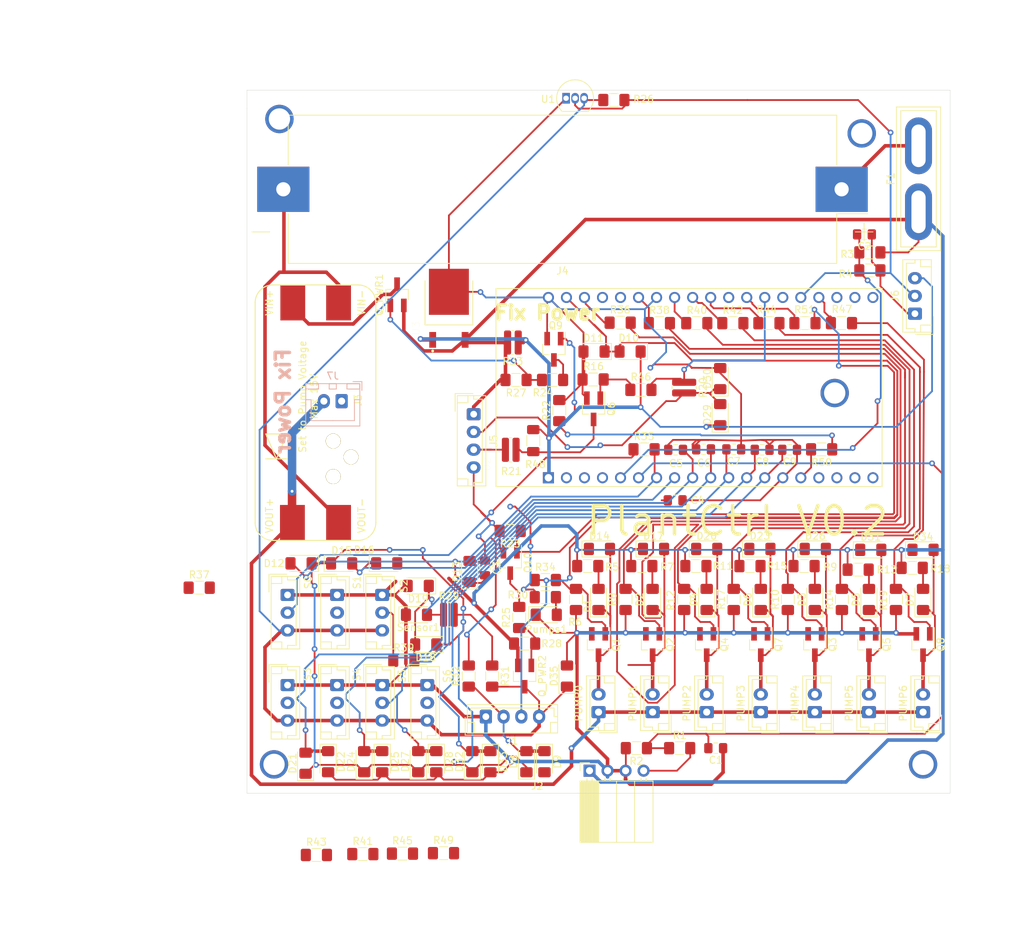
<source format=kicad_pcb>
(kicad_pcb (version 20171130) (host pcbnew 5.1.5+dfsg1-2build2)
  (layers (0 F.Cu signal) (31 B.Cu signal) (34 B.Paste user) (35 F.Paste user) (36 B.SilkS user) (37 F.SilkS user) (38 B.Mask user) (39 F.Mask user) (44 Edge.Cuts user))
  (net 0 "")
  (net 1 PLANT1_PUMP)
  (net 2 PLANT2_PUMP)
  (net 3 PLANT3_PUMP)
  (net 4 PLANT4_PUMP)
  (net 5 PLANT5_PUMP)
  (net 6 PLANT6_PUMP)
  (net 7 GND)
  (net 8 PLANT6_MOIST)
  (net 9 PLANT5_MOIST)
  (net 10 PLANT4_MOIST)
  (net 11 PLANT3_MOIST)
  (net 12 PLANT2_MOIST)
  (net 13 PLANT1_MOIST)
  (net 14 "Net-(D1-Pad2)")
  (net 15 PLANT_CTRL_PUMP_0)
  (net 16 "Net-(D2-Pad2)")
  (net 17 "Net-(D3-Pad2)")
  (net 18 "Net-(D4-Pad2)")
  (net 19 "Net-(D5-Pad2)")
  (net 20 "Net-(D6-Pad2)")
  (net 21 "Net-(D7-Pad2)")
  (net 22 LIPO+)
  (net 23 SOLAR_IN)
  (net 24 PUMP_PWR)
  (net 25 PWR_PUMP_CONVERTER)
  (net 26 "Net-(F1-Pad2)")
  (net 27 "Net-(J5-Pad3)")
  (net 28 3_3V)
  (net 29 Temp)
  (net 30 PLANT0_PUMP)
  (net 31 "Net-(Q6-Pad3)")
  (net 32 CUSTOM_GPIO)
  (net 33 "Net-(Q9-Pad3)")
  (net 34 "Net-(Q10-Pad3)")
  (net 35 "Net-(Q_PWR1-Pad1)")
  (net 36 PWR_SENSORS)
  (net 37 "Net-(Q_PWR2-Pad1)")
  (net 38 "Net-(R32-Pad2)")
  (net 39 TANK_ECHO)
  (net 40 PLANT0_MOIST)
  (net 41 "Net-(R29-Pad2)")
  (net 42 "Net-(R29-Pad1)")
  (net 43 "Net-(Pumps1-Pad2)")
  (net 44 "Net-(C1-Pad2)")
  (net 45 "Net-(C2-Pad2)")
  (net 46 "Net-(D29-Pad2)")
  (net 47 "Net-(Q1-Pad1)")
  (net 48 "Net-(Q2-Pad1)")
  (net 49 "Net-(Q3-Pad1)")
  (net 50 "Net-(Q4-Pad1)")
  (net 51 "Net-(Q5-Pad1)")
  (net 52 "Net-(Q6-Pad1)")
  (net 53 "Net-(Q7-Pad1)")
  (net 54 "Net-(Q8-Pad1)")
  (net 55 "Net-(Q9-Pad1)")
  (net 56 "Net-(Q10-Pad1)")
  (net 57 "Net-(R35-Pad1)")
  (net 58 PLANT_CTRL_PUMP_1)
  (net 59 "Net-(R37-Pad1)")
  (net 60 PLANT_CTRL_PUMP_2)
  (net 61 "Net-(R39-Pad1)")
  (net 62 PLANT_CTRL_PUMP_3)
  (net 63 "Net-(R41-Pad1)")
  (net 64 PLANT_CTRL_PUMP_4)
  (net 65 "Net-(R43-Pad1)")
  (net 66 PLANT_CTRL_PUMP_5)
  (net 67 "Net-(R45-Pad1)")
  (net 68 PLANT_CTRL_PUMP_6)
  (net 69 "Net-(R49-Pad1)")
  (net 70 PUMP_ENABLE)
  (net 71 SENSORS_ENABLE)
  (module LED_SMD:LED_1206_3216Metric_Pad1.42x1.75mm_HandSolder (layer F.Cu) (at 219.71 112.395 90)
    (fp_text reference D1 (at -0.889 -1.524 90) (layer F.SilkS))
    (fp_text value LED)
    (pad 2 smd roundrect (at 1.4875 0 90) (size 1.425 1.75) (layers F.Cu F.Paste F.Mask) (roundrect_rratio 0.175439) (net 14 "Net-(D1-Pad2)"))
    (pad 1 smd roundrect (at -1.4875 0 90) (size 1.425 1.75) (layers F.Cu F.Paste F.Mask) (roundrect_rratio 0.175439) (net 30 PLANT0_PUMP))
  )
  (module misc_footprints:BatteryHolder_Keystone_1042_1x18650 (layer F.Cu) (at 214.63 54.61 180)
    (fp_text reference J4 (at 0 -11.5) (layer F.SilkS))
    (fp_text value Conn_01x02_Female)
    (pad 1 thru_hole rect (at -39.33 0 180) (size 7.34 6.35) (drill 2) (layers *.Cu *.Mask) (net 26 "Net-(F1-Pad2)"))
    (pad 2 thru_hole rect (at 39.33 0 180) (size 7.34 6.35) (drill 2) (layers *.Cu *.Mask) (net 7 GND))
    (pad "" np_thru_hole circle (at 27.6 -8 180) (size 3.45 3.45) (drill 3.45) (layers *.Cu *.Mask))
    (pad "" np_thru_hole circle (at -27.6 8 180) (size 3.45 3.45) (drill 3.45) (layers *.Cu *.Mask))
    (pad "" np_thru_hole circle (at -35.93 -8 180) (size 2.39 2.39) (drill 2.39) (layers *.Cu *.Mask))
  )
  (module Resistor_SMD:R_1206_3216Metric_Pad1.42x1.75mm_HandSolder (layer F.Cu) (at 231.14 133.35)
    (fp_text reference R1 (at 0 -1.82) (layer F.SilkS))
    (fp_text value 100k)
    (pad 2 smd roundrect (at 1.4875 0) (size 1.425 1.75) (layers F.Cu F.Paste F.Mask) (roundrect_rratio 0.175439) (net 23 SOLAR_IN))
    (pad 1 smd roundrect (at -1.4875 0) (size 1.425 1.75) (layers F.Cu F.Paste F.Mask) (roundrect_rratio 0.175439) (net 44 "Net-(C1-Pad2)"))
  )
  (module Resistor_SMD:R_1206_3216Metric_Pad1.42x1.75mm_HandSolder (layer F.Cu) (at 208.0895 81.4705 180)
    (fp_text reference R27 (at 0 -1.82) (layer F.SilkS))
    (fp_text value 47k)
    (pad 2 smd roundrect (at 1.4875 0 180) (size 1.425 1.75) (layers F.Cu F.Paste F.Mask) (roundrect_rratio 0.175439) (net 22 LIPO+))
    (pad 1 smd roundrect (at -1.4875 0 180) (size 1.425 1.75) (layers F.Cu F.Paste F.Mask) (roundrect_rratio 0.175439) (net 35 "Net-(Q_PWR1-Pad1)"))
  )
  (module Resistor_SMD:R_1206_3216Metric_Pad1.42x1.75mm_HandSolder (layer F.Cu) (at 213.233 81.4705)
    (fp_text reference R24 (at -1.3462 1.7907) (layer F.SilkS))
    (fp_text value 10k)
    (pad 2 smd roundrect (at 1.4875 0) (size 1.425 1.75) (layers F.Cu F.Paste F.Mask) (roundrect_rratio 0.175439) (net 33 "Net-(Q9-Pad3)"))
    (pad 1 smd roundrect (at -1.4875 0) (size 1.425 1.75) (layers F.Cu F.Paste F.Mask) (roundrect_rratio 0.175439) (net 35 "Net-(Q_PWR1-Pad1)"))
  )
  (module Resistor_SMD:R_1206_3216Metric_Pad1.42x1.75mm_HandSolder (layer F.Cu) (at 214.1855 85.7885 90)
    (fp_text reference R22 (at 0 -1.82 90) (layer F.SilkS))
    (fp_text value R)
    (pad 2 smd roundrect (at 1.4875 0 90) (size 1.425 1.75) (layers F.Cu F.Paste F.Mask) (roundrect_rratio 0.175439) (net 7 GND))
    (pad 1 smd roundrect (at -1.4875 0 90) (size 1.425 1.75) (layers F.Cu F.Paste F.Mask) (roundrect_rratio 0.175439) (net 55 "Net-(Q9-Pad1)"))
  )
  (module Package_TO_SOT_SMD:SOT-23_Handsoldering (layer F.Cu) (at 191.3255 69.469 90)
    (fp_text reference Q_PWR1 (at 0 -2.5 90) (layer F.SilkS))
    (fp_text value BSS84)
    (pad 3 smd rect (at 1.5 0 90) (size 1.9 0.8) (layers F.Cu F.Paste F.Mask) (net 25 PWR_PUMP_CONVERTER))
    (pad 2 smd rect (at -1.5 0.95 90) (size 1.9 0.8) (layers F.Cu F.Paste F.Mask) (net 22 LIPO+))
    (pad 1 smd rect (at -1.5 -0.95 90) (size 1.9 0.8) (layers F.Cu F.Paste F.Mask) (net 35 "Net-(Q_PWR1-Pad1)"))
  )
  (module Package_TO_SOT_SMD:SOT-23_Handsoldering (layer F.Cu) (at 213.4235 77.1525 270)
    (fp_text reference Q9 (at -3.3401 -0.2413 180) (layer F.SilkS))
    (fp_text value SL2300)
    (pad 3 smd rect (at 1.5 0 270) (size 1.9 0.8) (layers F.Cu F.Paste F.Mask) (net 33 "Net-(Q9-Pad3)"))
    (pad 2 smd rect (at -1.5 0.95 270) (size 1.9 0.8) (layers F.Cu F.Paste F.Mask) (net 7 GND))
    (pad 1 smd rect (at -1.5 -0.95 270) (size 1.9 0.8) (layers F.Cu F.Paste F.Mask) (net 55 "Net-(Q9-Pad1)"))
  )
  (module LED_SMD:LED_1206_3216Metric_Pad1.42x1.75mm_HandSolder (layer F.Cu) (at 265.43 112.395 90)
    (fp_text reference D7 (at 0 -1.82 90) (layer F.SilkS))
    (fp_text value LED)
    (pad 2 smd roundrect (at 1.4875 0 90) (size 1.425 1.75) (layers F.Cu F.Paste F.Mask) (roundrect_rratio 0.175439) (net 21 "Net-(D7-Pad2)"))
    (pad 1 smd roundrect (at -1.4875 0 90) (size 1.425 1.75) (layers F.Cu F.Paste F.Mask) (roundrect_rratio 0.175439) (net 6 PLANT6_PUMP))
  )
  (module Resistor_SMD:R_1206_3216Metric_Pad1.42x1.75mm_HandSolder (layer F.Cu) (at 204.724 123.19 270)
    (fp_text reference R31 (at 0 -1.82 90) (layer F.SilkS))
    (fp_text value 255)
    (pad 2 smd roundrect (at 1.4875 0 270) (size 1.425 1.75) (layers F.Cu F.Paste F.Mask) (roundrect_rratio 0.175439) (net 36 PWR_SENSORS))
    (pad 1 smd roundrect (at -1.4875 0 270) (size 1.425 1.75) (layers F.Cu F.Paste F.Mask) (roundrect_rratio 0.175439) (net 41 "Net-(R29-Pad2)"))
  )
  (module Resistor_SMD:R_1206_3216Metric_Pad1.42x1.75mm_HandSolder (layer F.Cu) (at 212.217 112.0775)
    (fp_text reference R30 (at -3.8735 -0.3175) (layer F.SilkS))
    (fp_text value 255)
    (pad 2 smd roundrect (at 1.4875 0) (size 1.425 1.75) (layers F.Cu F.Paste F.Mask) (roundrect_rratio 0.175439) (net 43 "Net-(Pumps1-Pad2)"))
    (pad 1 smd roundrect (at -1.4875 0) (size 1.425 1.75) (layers F.Cu F.Paste F.Mask) (roundrect_rratio 0.175439) (net 25 PWR_PUMP_CONVERTER))
  )
  (module Resistor_SMD:R_0612_1632Metric (layer F.Cu) (at 198.628 114.554)
    (fp_text reference R29 (at 0 -2.65) (layer F.SilkS))
    (fp_text value 0)
    (pad 2 smd roundrect (at 0.75 0) (size 1 3.4) (layers F.Cu F.Paste F.Mask) (net 41 "Net-(R29-Pad2)"))
    (pad 1 smd roundrect (at -0.75 0) (size 1 3.4) (layers F.Cu F.Paste F.Mask) (net 42 "Net-(R29-Pad1)"))
  )
  (module Resistor_SMD:R_1206_3216Metric_Pad1.42x1.75mm_HandSolder (layer F.Cu) (at 209.296 118.618 180)
    (fp_text reference R28 (at -3.81 0) (layer F.SilkS))
    (fp_text value 47k)
    (pad 2 smd roundrect (at 1.4875 0 180) (size 1.425 1.75) (layers F.Cu F.Paste F.Mask) (roundrect_rratio 0.175439) (net 22 LIPO+))
    (pad 1 smd roundrect (at -1.4875 0 180) (size 1.425 1.75) (layers F.Cu F.Paste F.Mask) (roundrect_rratio 0.175439) (net 37 "Net-(Q_PWR2-Pad1)"))
  )
  (module Resistor_SMD:R_1206_3216Metric_Pad1.42x1.75mm_HandSolder (layer F.Cu) (at 208.534 114.935 90)
    (fp_text reference R25 (at 0 -1.82 90) (layer F.SilkS))
    (fp_text value 10k)
    (pad 2 smd roundrect (at 1.4875 0 90) (size 1.425 1.75) (layers F.Cu F.Paste F.Mask) (roundrect_rratio 0.175439) (net 34 "Net-(Q10-Pad3)"))
    (pad 1 smd roundrect (at -1.4875 0 90) (size 1.425 1.75) (layers F.Cu F.Paste F.Mask) (roundrect_rratio 0.175439) (net 37 "Net-(Q_PWR2-Pad1)"))
  )
  (module Resistor_SMD:R_1206_3216Metric_Pad1.42x1.75mm_HandSolder (layer F.Cu) (at 207.264 102.743 180)
    (fp_text reference R23 (at 0 -1.82) (layer F.SilkS))
    (fp_text value 47k)
    (pad 2 smd roundrect (at 1.4875 0 180) (size 1.425 1.75) (layers F.Cu F.Paste F.Mask) (roundrect_rratio 0.175439) (net 7 GND))
    (pad 1 smd roundrect (at -1.4875 0 180) (size 1.425 1.75) (layers F.Cu F.Paste F.Mask) (roundrect_rratio 0.175439) (net 56 "Net-(Q10-Pad1)"))
  )
  (module Package_TO_SOT_SMD:SOT-23_Handsoldering (layer F.Cu) (at 209.296 123.19 270)
    (fp_text reference Q_PWR2 (at 0 -2.5 90) (layer F.SilkS))
    (fp_text value BSS84)
    (pad 3 smd rect (at 1.5 0 270) (size 1.9 0.8) (layers F.Cu F.Paste F.Mask) (net 36 PWR_SENSORS))
    (pad 2 smd rect (at -1.5 0.95 270) (size 1.9 0.8) (layers F.Cu F.Paste F.Mask) (net 22 LIPO+))
    (pad 1 smd rect (at -1.5 -0.95 270) (size 1.9 0.8) (layers F.Cu F.Paste F.Mask) (net 37 "Net-(Q_PWR2-Pad1)"))
  )
  (module Package_TO_SOT_SMD:SOT-23_Handsoldering (layer F.Cu) (at 207.264 107.188 270)
    (fp_text reference Q10 (at 0 -2.5 90) (layer F.SilkS))
    (fp_text value SL2300)
    (pad 3 smd rect (at 1.5 0 270) (size 1.9 0.8) (layers F.Cu F.Paste F.Mask) (net 34 "Net-(Q10-Pad3)"))
    (pad 2 smd rect (at -1.5 0.95 270) (size 1.9 0.8) (layers F.Cu F.Paste F.Mask) (net 7 GND))
    (pad 1 smd rect (at -1.5 -0.95 270) (size 1.9 0.8) (layers F.Cu F.Paste F.Mask) (net 56 "Net-(Q10-Pad1)"))
  )
  (module LED_SMD:LED_1206_3216Metric_Pad1.42x1.75mm_HandSolder (layer F.Cu) (at 194.056 114.554)
    (fp_text reference Sensor1 (at 0.254 1.778) (layer F.SilkS))
    (fp_text value LED)
    (pad 2 smd roundrect (at 1.4875 0) (size 1.425 1.75) (layers F.Cu F.Paste F.Mask) (roundrect_rratio 0.175439) (net 42 "Net-(R29-Pad1)"))
    (pad 1 smd roundrect (at -1.4875 0) (size 1.425 1.75) (layers F.Cu F.Paste F.Mask) (roundrect_rratio 0.175439) (net 7 GND))
  )
  (module LED_SMD:LED_1206_3216Metric_Pad1.42x1.75mm_HandSolder (layer F.Cu) (at 212.344 114.554)
    (fp_text reference Pumps1 (at 0 2.032) (layer F.SilkS))
    (fp_text value LED)
    (pad 2 smd roundrect (at 1.4875 0) (size 1.425 1.75) (layers F.Cu F.Paste F.Mask) (roundrect_rratio 0.175439) (net 43 "Net-(Pumps1-Pad2)"))
    (pad 1 smd roundrect (at -1.4875 0) (size 1.425 1.75) (layers F.Cu F.Paste F.Mask) (roundrect_rratio 0.175439) (net 7 GND))
  )
  (module ESP32:MODULE_ESP32-DEVKITC-32D (layer F.Cu) (at 232.41 82.55 90)
    (fp_text reference U2 (at -10.829175 -28.446045 90) (layer F.SilkS) (effects (font (size 1.000386 1.000386) (thickness 0.015))))
    (fp_text value ESP32-DEVKITC-32D)
    (pad 38 thru_hole circle (at 12.7 25.96 90) (size 1.56 1.56) (drill 1.04) (layers *.Cu *.Mask))
    (pad 37 thru_hole circle (at 12.7 23.42 90) (size 1.56 1.56) (drill 1.04) (layers *.Cu *.Mask))
    (pad 36 thru_hole circle (at 12.7 20.88 90) (size 1.56 1.56) (drill 1.04) (layers *.Cu *.Mask))
    (pad 35 thru_hole circle (at 12.7 18.34 90) (size 1.56 1.56) (drill 1.04) (layers *.Cu *.Mask) (net 68 PLANT_CTRL_PUMP_6))
    (pad 34 thru_hole circle (at 12.7 15.8 90) (size 1.56 1.56) (drill 1.04) (layers *.Cu *.Mask) (net 29 Temp))
    (pad 33 thru_hole circle (at 12.7 13.26 90) (size 1.56 1.56) (drill 1.04) (layers *.Cu *.Mask))
    (pad 32 thru_hole circle (at 12.7 10.72 90) (size 1.56 1.56) (drill 1.04) (layers *.Cu *.Mask) (net 32 CUSTOM_GPIO))
    (pad 31 thru_hole circle (at 12.7 8.18 90) (size 1.56 1.56) (drill 1.04) (layers *.Cu *.Mask) (net 71 SENSORS_ENABLE))
    (pad 30 thru_hole circle (at 12.7 5.64 90) (size 1.56 1.56) (drill 1.04) (layers *.Cu *.Mask) (net 38 "Net-(R32-Pad2)"))
    (pad 29 thru_hole circle (at 12.7 3.1 90) (size 1.56 1.56) (drill 1.04) (layers *.Cu *.Mask) (net 66 PLANT_CTRL_PUMP_5))
    (pad 28 thru_hole circle (at 12.7 0.56 90) (size 1.56 1.56) (drill 1.04) (layers *.Cu *.Mask) (net 64 PLANT_CTRL_PUMP_4))
    (pad 27 thru_hole circle (at 12.7 -1.98 90) (size 1.56 1.56) (drill 1.04) (layers *.Cu *.Mask) (net 62 PLANT_CTRL_PUMP_3))
    (pad 26 thru_hole circle (at 12.7 -4.52 90) (size 1.56 1.56) (drill 1.04) (layers *.Cu *.Mask) (net 7 GND))
    (pad 25 thru_hole circle (at 12.7 -7.06 90) (size 1.56 1.56) (drill 1.04) (layers *.Cu *.Mask) (net 60 PLANT_CTRL_PUMP_2))
    (pad 24 thru_hole circle (at 12.7 -9.6 90) (size 1.56 1.56) (drill 1.04) (layers *.Cu *.Mask))
    (pad 23 thru_hole circle (at 12.7 -12.14 90) (size 1.56 1.56) (drill 1.04) (layers *.Cu *.Mask))
    (pad 22 thru_hole circle (at 12.7 -14.68 90) (size 1.56 1.56) (drill 1.04) (layers *.Cu *.Mask) (net 58 PLANT_CTRL_PUMP_1))
    (pad 21 thru_hole circle (at 12.7 -17.22 90) (size 1.56 1.56) (drill 1.04) (layers *.Cu *.Mask) (net 15 PLANT_CTRL_PUMP_0))
    (pad 20 thru_hole circle (at 12.7 -19.76 90) (size 1.56 1.56) (drill 1.04) (layers *.Cu *.Mask) (net 7 GND))
    (pad 18 thru_hole circle (at -12.7 23.42 90) (size 1.56 1.56) (drill 1.04) (layers *.Cu *.Mask))
    (pad 17 thru_hole circle (at -12.7 20.88 90) (size 1.56 1.56) (drill 1.04) (layers *.Cu *.Mask))
    (pad 16 thru_hole circle (at -12.7 18.34 90) (size 1.56 1.56) (drill 1.04) (layers *.Cu *.Mask))
    (pad 15 thru_hole circle (at -12.7 15.8 90) (size 1.56 1.56) (drill 1.04) (layers *.Cu *.Mask) (net 70 PUMP_ENABLE))
    (pad 14 thru_hole circle (at -12.7 13.26 90) (size 1.56 1.56) (drill 1.04) (layers *.Cu *.Mask) (net 7 GND))
    (pad 13 thru_hole circle (at -12.7 10.72 90) (size 1.56 1.56) (drill 1.04) (layers *.Cu *.Mask) (net 8 PLANT6_MOIST))
    (pad 12 thru_hole circle (at -12.7 8.18 90) (size 1.56 1.56) (drill 1.04) (layers *.Cu *.Mask) (net 9 PLANT5_MOIST))
    (pad 11 thru_hole circle (at -12.7 5.64 90) (size 1.56 1.56) (drill 1.04) (layers *.Cu *.Mask) (net 10 PLANT4_MOIST))
    (pad 10 thru_hole circle (at -12.7 3.1 90) (size 1.56 1.56) (drill 1.04) (layers *.Cu *.Mask) (net 11 PLANT3_MOIST))
    (pad 9 thru_hole circle (at -12.7 0.56 90) (size 1.56 1.56) (drill 1.04) (layers *.Cu *.Mask) (net 12 PLANT2_MOIST))
    (pad 8 thru_hole circle (at -12.7 -1.98 90) (size 1.56 1.56) (drill 1.04) (layers *.Cu *.Mask) (net 13 PLANT1_MOIST))
    (pad 7 thru_hole circle (at -12.7 -4.52 90) (size 1.56 1.56) (drill 1.04) (layers *.Cu *.Mask) (net 40 PLANT0_MOIST))
    (pad 6 thru_hole circle (at -12.7 -7.06 90) (size 1.56 1.56) (drill 1.04) (layers *.Cu *.Mask) (net 44 "Net-(C1-Pad2)"))
    (pad 5 thru_hole circle (at -12.7 -9.6 90) (size 1.56 1.56) (drill 1.04) (layers *.Cu *.Mask) (net 45 "Net-(C2-Pad2)"))
    (pad 4 thru_hole circle (at -12.7 -12.14 90) (size 1.56 1.56) (drill 1.04) (layers *.Cu *.Mask))
    (pad 3 thru_hole circle (at -12.7 -14.68 90) (size 1.56 1.56) (drill 1.04) (layers *.Cu *.Mask))
    (pad 19 thru_hole circle (at -12.7 25.96 90) (size 1.56 1.56) (drill 1.04) (layers *.Cu *.Mask))
    (pad 2 thru_hole circle (at -12.7 -17.22 90) (size 1.56 1.56) (drill 1.04) (layers *.Cu *.Mask))
    (pad 1 thru_hole rect (at -12.7 -19.76 90) (size 1.56 1.56) (drill 1.04) (layers *.Cu *.Mask) (net 28 3_3V))
  )
  (module Resistor_SMD:R_1206_3216Metric_Pad1.42x1.75mm_HandSolder (layer F.Cu) (at 257.937 66.04)
    (fp_text reference R4 (at -3.429 0.508) (layer F.SilkS))
    (fp_text value 47k8)
    (pad 2 smd roundrect (at 1.4875 0) (size 1.425 1.75) (layers F.Cu F.Paste F.Mask) (roundrect_rratio 0.175439) (net 7 GND))
    (pad 1 smd roundrect (at -1.4875 0) (size 1.425 1.75) (layers F.Cu F.Paste F.Mask) (roundrect_rratio 0.175439) (net 45 "Net-(C2-Pad2)"))
  )
  (module Resistor_SMD:R_1206_3216Metric_Pad1.42x1.75mm_HandSolder (layer F.Cu) (at 257.937 63.5 180)
    (fp_text reference R3 (at 3.175 -0.254) (layer F.SilkS))
    (fp_text value 33k)
    (pad 2 smd roundrect (at 1.4875 0 180) (size 1.425 1.75) (layers F.Cu F.Paste F.Mask) (roundrect_rratio 0.175439) (net 45 "Net-(C2-Pad2)"))
    (pad 1 smd roundrect (at -1.4875 0 180) (size 1.425 1.75) (layers F.Cu F.Paste F.Mask) (roundrect_rratio 0.175439) (net 22 LIPO+))
  )
  (module Resistor_SMD:R_1206_3216Metric_Pad1.42x1.75mm_HandSolder (layer F.Cu) (at 225.044 133.35 180)
    (fp_text reference R2 (at 0 -1.82) (layer F.SilkS))
    (fp_text value 33k)
    (pad 2 smd roundrect (at 1.4875 0 180) (size 1.425 1.75) (layers F.Cu F.Paste F.Mask) (roundrect_rratio 0.175439) (net 7 GND))
    (pad 1 smd roundrect (at -1.4875 0 180) (size 1.425 1.75) (layers F.Cu F.Paste F.Mask) (roundrect_rratio 0.175439) (net 44 "Net-(C1-Pad2)"))
  )
  (module Connector_PinSocket_2.54mm:PinSocket_1x04_P2.54mm_Horizontal (layer F.Cu) (at 218.44 136.525 90)
    (fp_text reference J2 (at -2.159 -7.366 180) (layer F.SilkS))
    (fp_text value Conn_01x04)
    (pad 4 thru_hole oval (at 0 7.62 90) (size 1.7 1.7) (drill 1) (layers *.Cu *.Mask) (net 23 SOLAR_IN))
    (pad 3 thru_hole oval (at 0 5.08 90) (size 1.7 1.7) (drill 1) (layers *.Cu *.Mask) (net 7 GND))
    (pad 2 thru_hole oval (at 0 2.54 90) (size 1.7 1.7) (drill 1) (layers *.Cu *.Mask) (net 7 GND))
    (pad 1 thru_hole rect (at 0 0 90) (size 1.7 1.7) (drill 1) (layers *.Cu *.Mask) (net 22 LIPO+))
  )
  (module Connector_JST:JST_EH_B4B-EH-A_1x04_P2.50mm_Vertical (layer F.Cu) (at 203.835 128.905)
    (fp_text reference J1 (at 3.683 3.429) (layer F.SilkS))
    (fp_text value Conn_01x04)
    (pad 4 thru_hole oval (at 7.5 0) (size 1.7 1.95) (drill 0.95) (layers *.Cu *.Mask) (net 36 PWR_SENSORS))
    (pad 3 thru_hole oval (at 5 0) (size 1.7 1.95) (drill 0.95) (layers *.Cu *.Mask) (net 15 PLANT_CTRL_PUMP_0))
    (pad 2 thru_hole oval (at 2.5 0) (size 1.7 1.95) (drill 0.95) (layers *.Cu *.Mask) (net 39 TANK_ECHO))
    (pad 1 thru_hole roundrect (at 0 0) (size 1.7 1.95) (drill 0.95) (layers *.Cu *.Mask) (roundrect_rratio 0.147059) (net 7 GND))
  )
  (module Fuse:Fuse_Blade_ATO_directSolder (layer F.Cu) (at 264.795 57.785 90)
    (fp_text reference F1 (at 4.65 -3.9 90) (layer F.SilkS))
    (fp_text value Fuse)
    (pad 2 thru_hole oval (at 9.3 0 90) (size 8 3.8) (drill oval 6 2) (layers *.Cu *.Mask) (net 26 "Net-(F1-Pad2)"))
    (pad 1 thru_hole oval (at 0 0 90) (size 8 3.8) (drill oval 6 2) (layers *.Cu *.Mask) (net 22 LIPO+))
  )
  (module ESP32:DPAK457P991X255-3N (layer F.Cu) (at 198.628 71.374 90)
    (fp_text reference U3 (at -2.825 -4.635 90) (layer F.SilkS) (effects (font (thickness 0.015))))
    (fp_text value LP38690DT-3.3)
    (pad 4 smd rect (at 2.32 0 90) (size 6.49 5.63) (layers F.Cu F.Mask) (net 7 GND))
    (pad 3 smd rect (at -4.45 2.285 90) (size 2.22 0.96) (layers F.Cu F.Paste F.Mask) (net 22 LIPO+))
    (pad 1 smd rect (at -4.45 -2.285 90) (size 2.22 0.96) (layers F.Cu F.Paste F.Mask) (net 28 3_3V))
  )
  (module Package_TO_SOT_THT:TO-92_Inline (layer F.Cu) (at 215.138 41.783)
    (fp_text reference U1 (at -2.54 0.127) (layer F.SilkS))
    (fp_text value DS18B20)
    (pad 1 thru_hole rect (at 0 0) (size 1.05 1.5) (drill 0.75) (layers *.Cu *.Mask) (net 7 GND))
    (pad 3 thru_hole oval (at 2.54 0) (size 1.05 1.5) (drill 0.75) (layers *.Cu *.Mask) (net 36 PWR_SENSORS))
    (pad 2 thru_hole oval (at 1.27 0) (size 1.05 1.5) (drill 0.75) (layers *.Cu *.Mask) (net 29 Temp))
  )
  (module Connector_JST:JST_EH_B3B-EH-A_1x03_P2.50mm_Vertical (layer F.Cu) (at 195.58 124.46 270)
    (fp_text reference S6 (at -1.27 -2.794 90) (layer F.SilkS))
    (fp_text value Conn_01x03_Male)
    (pad 3 thru_hole oval (at 5 0 270) (size 1.7 1.95) (drill 0.95) (layers *.Cu *.Mask) (net 36 PWR_SENSORS))
    (pad 2 thru_hole oval (at 2.5 0 270) (size 1.7 1.95) (drill 0.95) (layers *.Cu *.Mask) (net 69 "Net-(R49-Pad1)"))
    (pad 1 thru_hole roundrect (at 0 0 270) (size 1.7 1.95) (drill 0.95) (layers *.Cu *.Mask) (roundrect_rratio 0.147059) (net 7 GND))
  )
  (module Connector_JST:JST_EH_B3B-EH-A_1x03_P2.50mm_Vertical (layer F.Cu) (at 189.23 124.46 270)
    (fp_text reference S5 (at -1.27 -2.794 90) (layer F.SilkS))
    (fp_text value Conn_01x03_Male)
    (pad 3 thru_hole oval (at 5 0 270) (size 1.7 1.95) (drill 0.95) (layers *.Cu *.Mask) (net 36 PWR_SENSORS))
    (pad 2 thru_hole oval (at 2.5 0 270) (size 1.7 1.95) (drill 0.95) (layers *.Cu *.Mask) (net 67 "Net-(R45-Pad1)"))
    (pad 1 thru_hole roundrect (at 0 0 270) (size 1.7 1.95) (drill 0.95) (layers *.Cu *.Mask) (roundrect_rratio 0.147059) (net 7 GND))
  )
  (module Connector_JST:JST_EH_B3B-EH-A_1x03_P2.50mm_Vertical (layer F.Cu) (at 182.88 124.46 270)
    (fp_text reference S4 (at -1.524 -2.794 90) (layer F.SilkS))
    (fp_text value Conn_01x03_Male)
    (pad 3 thru_hole oval (at 5 0 270) (size 1.7 1.95) (drill 0.95) (layers *.Cu *.Mask) (net 36 PWR_SENSORS))
    (pad 2 thru_hole oval (at 2.5 0 270) (size 1.7 1.95) (drill 0.95) (layers *.Cu *.Mask) (net 65 "Net-(R43-Pad1)"))
    (pad 1 thru_hole roundrect (at 0 0 270) (size 1.7 1.95) (drill 0.95) (layers *.Cu *.Mask) (roundrect_rratio 0.147059) (net 7 GND))
  )
  (module Connector_JST:JST_EH_B3B-EH-A_1x03_P2.50mm_Vertical (layer F.Cu) (at 175.895 124.46 270)
    (fp_text reference S3 (at -1.524 -2.8 90) (layer F.SilkS))
    (fp_text value Conn_01x03_Male)
    (pad 3 thru_hole oval (at 5 0 270) (size 1.7 1.95) (drill 0.95) (layers *.Cu *.Mask) (net 36 PWR_SENSORS))
    (pad 2 thru_hole oval (at 2.5 0 270) (size 1.7 1.95) (drill 0.95) (layers *.Cu *.Mask) (net 63 "Net-(R41-Pad1)"))
    (pad 1 thru_hole roundrect (at 0 0 270) (size 1.7 1.95) (drill 0.95) (layers *.Cu *.Mask) (roundrect_rratio 0.147059) (net 7 GND))
  )
  (module Connector_JST:JST_EH_B3B-EH-A_1x03_P2.50mm_Vertical (layer F.Cu) (at 189.23 111.76 270)
    (fp_text reference S2 (at -1.27 -3.048 90) (layer F.SilkS))
    (fp_text value Conn_01x03_Male)
    (pad 3 thru_hole oval (at 5 0 270) (size 1.7 1.95) (drill 0.95) (layers *.Cu *.Mask) (net 36 PWR_SENSORS))
    (pad 2 thru_hole oval (at 2.5 0 270) (size 1.7 1.95) (drill 0.95) (layers *.Cu *.Mask) (net 61 "Net-(R39-Pad1)"))
    (pad 1 thru_hole roundrect (at 0 0 270) (size 1.7 1.95) (drill 0.95) (layers *.Cu *.Mask) (roundrect_rratio 0.147059) (net 7 GND))
  )
  (module Connector_JST:JST_EH_B3B-EH-A_1x03_P2.50mm_Vertical (layer F.Cu) (at 182.88 111.76 270)
    (fp_text reference S1 (at -1.778 -2.794 90) (layer F.SilkS))
    (fp_text value Conn_01x03_Male)
    (pad 3 thru_hole oval (at 5 0 270) (size 1.7 1.95) (drill 0.95) (layers *.Cu *.Mask) (net 36 PWR_SENSORS))
    (pad 2 thru_hole oval (at 2.5 0 270) (size 1.7 1.95) (drill 0.95) (layers *.Cu *.Mask) (net 59 "Net-(R37-Pad1)"))
    (pad 1 thru_hole roundrect (at 0 0 270) (size 1.7 1.95) (drill 0.95) (layers *.Cu *.Mask) (roundrect_rratio 0.147059) (net 7 GND))
  )
  (module Connector_JST:JST_EH_B3B-EH-A_1x03_P2.50mm_Vertical (layer F.Cu) (at 175.895 111.76 270)
    (fp_text reference S0 (at -1.778 -2.921 90) (layer F.SilkS))
    (fp_text value Conn_01x03_Male)
    (pad 3 thru_hole oval (at 5 0 270) (size 1.7 1.95) (drill 0.95) (layers *.Cu *.Mask) (net 36 PWR_SENSORS))
    (pad 2 thru_hole oval (at 2.5 0 270) (size 1.7 1.95) (drill 0.95) (layers *.Cu *.Mask) (net 57 "Net-(R35-Pad1)"))
    (pad 1 thru_hole roundrect (at 0 0 270) (size 1.7 1.95) (drill 0.95) (layers *.Cu *.Mask) (roundrect_rratio 0.147059) (net 7 GND))
  )
  (module Resistor_SMD:R_1206_3216Metric_Pad1.42x1.75mm_HandSolder (layer F.Cu) (at 201.422 123.19 90)
    (fp_text reference R32 (at 0 -1.82 90) (layer F.SilkS))
    (fp_text value 10k)
    (pad 2 smd roundrect (at 1.4875 0 90) (size 1.425 1.75) (layers F.Cu F.Paste F.Mask) (roundrect_rratio 0.175439) (net 38 "Net-(R32-Pad2)"))
    (pad 1 smd roundrect (at -1.4875 0 90) (size 1.425 1.75) (layers F.Cu F.Paste F.Mask) (roundrect_rratio 0.175439) (net 39 TANK_ECHO))
  )
  (module Resistor_SMD:R_1206_3216Metric_Pad1.42x1.75mm_HandSolder (layer F.Cu) (at 221.869 42.037 180)
    (fp_text reference R26 (at -4.191 0.127) (layer F.SilkS))
    (fp_text value 4k7)
    (pad 2 smd roundrect (at 1.4875 0 180) (size 1.425 1.75) (layers F.Cu F.Paste F.Mask) (roundrect_rratio 0.175439) (net 36 PWR_SENSORS))
    (pad 1 smd roundrect (at -1.4875 0 180) (size 1.425 1.75) (layers F.Cu F.Paste F.Mask) (roundrect_rratio 0.175439) (net 29 Temp))
  )
  (module Resistor_SMD:R_0612_1632Metric (layer F.Cu) (at 207.3395 91.313)
    (fp_text reference R21 (at 0.0769 3.0226 180) (layer F.SilkS))
    (fp_text value R)
    (pad 2 smd roundrect (at 0.75 0) (size 1 3.4) (layers F.Cu F.Paste F.Mask) (net 31 "Net-(Q6-Pad3)"))
    (pad 1 smd roundrect (at -0.75 0) (size 1 3.4) (layers F.Cu F.Paste F.Mask) (net 27 "Net-(J5-Pad3)"))
  )
  (module Resistor_SMD:R_0612_1632Metric (layer F.Cu) (at 231.775 82.55 270)
    (fp_text reference R20 (at 0 -2.65 90) (layer F.SilkS))
    (fp_text value R)
    (pad 2 smd roundrect (at 0.75 0 270) (size 1 3.4) (layers F.Cu F.Paste F.Mask) (net 46 "Net-(D29-Pad2)"))
    (pad 1 smd roundrect (at -0.75 0 270) (size 1 3.4) (layers F.Cu F.Paste F.Mask) (net 32 CUSTOM_GPIO))
  )
  (module Resistor_SMD:R_1206_3216Metric_Pad1.42x1.75mm_HandSolder (layer F.Cu) (at 261.62 112.395 270)
    (fp_text reference R19 (at 0.127 1.778 90) (layer F.SilkS))
    (fp_text value 47k)
    (pad 2 smd roundrect (at 1.4875 0 270) (size 1.425 1.75) (layers F.Cu F.Paste F.Mask) (roundrect_rratio 0.175439) (net 7 GND))
    (pad 1 smd roundrect (at -1.4875 0 270) (size 1.425 1.75) (layers F.Cu F.Paste F.Mask) (roundrect_rratio 0.175439) (net 54 "Net-(Q8-Pad1)"))
  )
  (module Resistor_SMD:R_1206_3216Metric_Pad1.42x1.75mm_HandSolder (layer F.Cu) (at 263.906 107.95)
    (fp_text reference R18 (at 3.937 0.127) (layer F.SilkS))
    (fp_text value R)
    (pad 2 smd roundrect (at 1.4875 0) (size 1.425 1.75) (layers F.Cu F.Paste F.Mask) (roundrect_rratio 0.175439) (net 21 "Net-(D7-Pad2)"))
    (pad 1 smd roundrect (at -1.4875 0) (size 1.425 1.75) (layers F.Cu F.Paste F.Mask) (roundrect_rratio 0.175439) (net 22 LIPO+))
  )
  (module Resistor_SMD:R_1206_3216Metric_Pad1.42x1.75mm_HandSolder (layer F.Cu) (at 238.76 112.395 270)
    (fp_text reference R17 (at 0 1.778 90) (layer F.SilkS))
    (fp_text value 47k)
    (pad 2 smd roundrect (at 1.4875 0 270) (size 1.425 1.75) (layers F.Cu F.Paste F.Mask) (roundrect_rratio 0.175439) (net 7 GND))
    (pad 1 smd roundrect (at -1.4875 0 270) (size 1.425 1.75) (layers F.Cu F.Paste F.Mask) (roundrect_rratio 0.175439) (net 53 "Net-(Q7-Pad1)"))
  )
  (module Resistor_SMD:R_1206_3216Metric_Pad1.42x1.75mm_HandSolder (layer F.Cu) (at 218.948 81.407 180)
    (fp_text reference R16 (at -0.0635 1.8415) (layer F.SilkS))
    (fp_text value R)
    (pad 2 smd roundrect (at 1.4875 0 180) (size 1.425 1.75) (layers F.Cu F.Paste F.Mask) (roundrect_rratio 0.175439) (net 7 GND))
    (pad 1 smd roundrect (at -1.4875 0 180) (size 1.425 1.75) (layers F.Cu F.Paste F.Mask) (roundrect_rratio 0.175439) (net 52 "Net-(Q6-Pad1)"))
  )
  (module Resistor_SMD:R_1206_3216Metric_Pad1.42x1.75mm_HandSolder (layer F.Cu) (at 241.046 107.696)
    (fp_text reference R15 (at 3.81 0) (layer F.SilkS))
    (fp_text value R)
    (pad 2 smd roundrect (at 1.4875 0) (size 1.425 1.75) (layers F.Cu F.Paste F.Mask) (roundrect_rratio 0.175439) (net 20 "Net-(D6-Pad2)"))
    (pad 1 smd roundrect (at -1.4875 0) (size 1.425 1.75) (layers F.Cu F.Paste F.Mask) (roundrect_rratio 0.175439) (net 22 LIPO+))
  )
  (module Resistor_SMD:R_1206_3216Metric_Pad1.42x1.75mm_HandSolder (layer F.Cu) (at 254 112.395 270)
    (fp_text reference R14 (at 0 1.778 90) (layer F.SilkS))
    (fp_text value 47k)
    (pad 2 smd roundrect (at 1.4875 0 270) (size 1.425 1.75) (layers F.Cu F.Paste F.Mask) (roundrect_rratio 0.175439) (net 7 GND))
    (pad 1 smd roundrect (at -1.4875 0 270) (size 1.425 1.75) (layers F.Cu F.Paste F.Mask) (roundrect_rratio 0.175439) (net 51 "Net-(Q5-Pad1)"))
  )
  (module Resistor_SMD:R_1206_3216Metric_Pad1.42x1.75mm_HandSolder (layer F.Cu) (at 256.286 108.204)
    (fp_text reference R13 (at 4.064 0) (layer F.SilkS))
    (fp_text value R)
    (pad 2 smd roundrect (at 1.4875 0) (size 1.425 1.75) (layers F.Cu F.Paste F.Mask) (roundrect_rratio 0.175439) (net 19 "Net-(D5-Pad2)"))
    (pad 1 smd roundrect (at -1.4875 0) (size 1.425 1.75) (layers F.Cu F.Paste F.Mask) (roundrect_rratio 0.175439) (net 22 LIPO+))
  )
  (module Resistor_SMD:R_1206_3216Metric_Pad1.42x1.75mm_HandSolder (layer F.Cu) (at 231.775 112.395 270)
    (fp_text reference R12 (at 0.127 1.905 90) (layer F.SilkS))
    (fp_text value 47k)
    (pad 2 smd roundrect (at 1.4875 0 270) (size 1.425 1.75) (layers F.Cu F.Paste F.Mask) (roundrect_rratio 0.175439) (net 7 GND))
    (pad 1 smd roundrect (at -1.4875 0 270) (size 1.425 1.75) (layers F.Cu F.Paste F.Mask) (roundrect_rratio 0.175439) (net 50 "Net-(Q4-Pad1)"))
  )
  (module Resistor_SMD:R_1206_3216Metric_Pad1.42x1.75mm_HandSolder (layer F.Cu) (at 233.426 107.696)
    (fp_text reference R11 (at 3.81 0) (layer F.SilkS))
    (fp_text value R)
    (pad 2 smd roundrect (at 1.4875 0) (size 1.425 1.75) (layers F.Cu F.Paste F.Mask) (roundrect_rratio 0.175439) (net 18 "Net-(D4-Pad2)"))
    (pad 1 smd roundrect (at -1.4875 0) (size 1.425 1.75) (layers F.Cu F.Paste F.Mask) (roundrect_rratio 0.175439) (net 22 LIPO+))
  )
  (module Resistor_SMD:R_1206_3216Metric_Pad1.42x1.75mm_HandSolder (layer F.Cu) (at 246.38 112.395 270)
    (fp_text reference R10 (at 0 1.778 90) (layer F.SilkS))
    (fp_text value 47k)
    (pad 2 smd roundrect (at 1.4875 0 270) (size 1.425 1.75) (layers F.Cu F.Paste F.Mask) (roundrect_rratio 0.175439) (net 7 GND))
    (pad 1 smd roundrect (at -1.4875 0 270) (size 1.425 1.75) (layers F.Cu F.Paste F.Mask) (roundrect_rratio 0.175439) (net 49 "Net-(Q3-Pad1)"))
  )
  (module Resistor_SMD:R_1206_3216Metric_Pad1.42x1.75mm_HandSolder (layer F.Cu) (at 248.666 107.696)
    (fp_text reference R9 (at 3.683 0.127) (layer F.SilkS))
    (fp_text value R)
    (pad 2 smd roundrect (at 1.4875 0) (size 1.425 1.75) (layers F.Cu F.Paste F.Mask) (roundrect_rratio 0.175439) (net 17 "Net-(D3-Pad2)"))
    (pad 1 smd roundrect (at -1.4875 0) (size 1.425 1.75) (layers F.Cu F.Paste F.Mask) (roundrect_rratio 0.175439) (net 22 LIPO+))
  )
  (module Resistor_SMD:R_1206_3216Metric_Pad1.42x1.75mm_HandSolder (layer F.Cu) (at 223.52 112.395 90)
    (fp_text reference R8 (at 0 -1.82 90) (layer F.SilkS))
    (fp_text value 47k)
    (pad 2 smd roundrect (at 1.4875 0 90) (size 1.425 1.75) (layers F.Cu F.Paste F.Mask) (roundrect_rratio 0.175439) (net 48 "Net-(Q2-Pad1)"))
    (pad 1 smd roundrect (at -1.4875 0 90) (size 1.425 1.75) (layers F.Cu F.Paste F.Mask) (roundrect_rratio 0.175439) (net 7 GND))
  )
  (module Resistor_SMD:R_1206_3216Metric_Pad1.42x1.75mm_HandSolder (layer F.Cu) (at 225.806 107.696)
    (fp_text reference R7 (at 3.556 0.127) (layer F.SilkS))
    (fp_text value R)
    (pad 2 smd roundrect (at 1.4875 0) (size 1.425 1.75) (layers F.Cu F.Paste F.Mask) (roundrect_rratio 0.175439) (net 16 "Net-(D2-Pad2)"))
    (pad 1 smd roundrect (at -1.4875 0) (size 1.425 1.75) (layers F.Cu F.Paste F.Mask) (roundrect_rratio 0.175439) (net 22 LIPO+))
  )
  (module Resistor_SMD:R_1206_3216Metric_Pad1.42x1.75mm_HandSolder (layer F.Cu) (at 216.535 112.395 270)
    (fp_text reference R6 (at 3.175 0.127 180) (layer F.SilkS))
    (fp_text value 47k)
    (pad 2 smd roundrect (at 1.4875 0 270) (size 1.425 1.75) (layers F.Cu F.Paste F.Mask) (roundrect_rratio 0.175439) (net 7 GND))
    (pad 1 smd roundrect (at -1.4875 0 270) (size 1.425 1.75) (layers F.Cu F.Paste F.Mask) (roundrect_rratio 0.175439) (net 47 "Net-(Q1-Pad1)"))
  )
  (module Resistor_SMD:R_1206_3216Metric_Pad1.42x1.75mm_HandSolder (layer F.Cu) (at 218.186 107.696)
    (fp_text reference R5 (at 3.429 0.127) (layer F.SilkS))
    (fp_text value R)
    (pad 2 smd roundrect (at 1.4875 0) (size 1.425 1.75) (layers F.Cu F.Paste F.Mask) (roundrect_rratio 0.175439) (net 14 "Net-(D1-Pad2)"))
    (pad 1 smd roundrect (at -1.4875 0) (size 1.425 1.75) (layers F.Cu F.Paste F.Mask) (roundrect_rratio 0.175439) (net 22 LIPO+))
  )
  (module Package_TO_SOT_SMD:SOT-23_Handsoldering (layer F.Cu) (at 265.43 118.745 270)
    (fp_text reference Q8 (at 0 -2.5 90) (layer F.SilkS))
    (fp_text value SL2300)
    (pad 3 smd rect (at 1.5 0 270) (size 1.9 0.8) (layers F.Cu F.Paste F.Mask) (net 6 PLANT6_PUMP))
    (pad 2 smd rect (at -1.5 0.95 270) (size 1.9 0.8) (layers F.Cu F.Paste F.Mask) (net 7 GND))
    (pad 1 smd rect (at -1.5 -0.95 270) (size 1.9 0.8) (layers F.Cu F.Paste F.Mask) (net 54 "Net-(Q8-Pad1)"))
  )
  (module Package_TO_SOT_SMD:SOT-23_Handsoldering (layer F.Cu) (at 242.57 118.745 270)
    (fp_text reference Q7 (at 0 -2.5 90) (layer F.SilkS))
    (fp_text value SL2300)
    (pad 3 smd rect (at 1.5 0 270) (size 1.9 0.8) (layers F.Cu F.Paste F.Mask) (net 3 PLANT3_PUMP))
    (pad 2 smd rect (at -1.5 0.95 270) (size 1.9 0.8) (layers F.Cu F.Paste F.Mask) (net 7 GND))
    (pad 1 smd rect (at -1.5 -0.95 270) (size 1.9 0.8) (layers F.Cu F.Paste F.Mask) (net 53 "Net-(Q7-Pad1)"))
  )
  (module Package_TO_SOT_SMD:SOT-23_Handsoldering (layer F.Cu) (at 219.0115 85.5345 270)
    (fp_text reference Q6 (at 0 -2.5 90) (layer F.SilkS))
    (fp_text value SL2300)
    (pad 3 smd rect (at 1.5 0 270) (size 1.9 0.8) (layers F.Cu F.Paste F.Mask) (net 31 "Net-(Q6-Pad3)"))
    (pad 2 smd rect (at -1.5 0.95 270) (size 1.9 0.8) (layers F.Cu F.Paste F.Mask) (net 7 GND))
    (pad 1 smd rect (at -1.5 -0.95 270) (size 1.9 0.8) (layers F.Cu F.Paste F.Mask) (net 52 "Net-(Q6-Pad1)"))
  )
  (module Package_TO_SOT_SMD:SOT-23_Handsoldering (layer F.Cu) (at 257.81 118.745 270)
    (fp_text reference Q5 (at 0 -2.5 90) (layer F.SilkS))
    (fp_text value SL2300)
    (pad 3 smd rect (at 1.5 0 270) (size 1.9 0.8) (layers F.Cu F.Paste F.Mask) (net 5 PLANT5_PUMP))
    (pad 2 smd rect (at -1.5 0.95 270) (size 1.9 0.8) (layers F.Cu F.Paste F.Mask) (net 7 GND))
    (pad 1 smd rect (at -1.5 -0.95 270) (size 1.9 0.8) (layers F.Cu F.Paste F.Mask) (net 51 "Net-(Q5-Pad1)"))
  )
  (module Package_TO_SOT_SMD:SOT-23_Handsoldering (layer F.Cu) (at 234.95 118.745 270)
    (fp_text reference Q4 (at 0 -2.5 90) (layer F.SilkS))
    (fp_text value SL2300)
    (pad 3 smd rect (at 1.5 0 270) (size 1.9 0.8) (layers F.Cu F.Paste F.Mask) (net 2 PLANT2_PUMP))
    (pad 2 smd rect (at -1.5 0.95 270) (size 1.9 0.8) (layers F.Cu F.Paste F.Mask) (net 7 GND))
    (pad 1 smd rect (at -1.5 -0.95 270) (size 1.9 0.8) (layers F.Cu F.Paste F.Mask) (net 50 "Net-(Q4-Pad1)"))
  )
  (module Package_TO_SOT_SMD:SOT-23_Handsoldering (layer F.Cu) (at 250.19 118.745 270)
    (fp_text reference Q3 (at 0 -2.5 90) (layer F.SilkS))
    (fp_text value SL2300)
    (pad 3 smd rect (at 1.5 0 270) (size 1.9 0.8) (layers F.Cu F.Paste F.Mask) (net 4 PLANT4_PUMP))
    (pad 2 smd rect (at -1.5 0.95 270) (size 1.9 0.8) (layers F.Cu F.Paste F.Mask) (net 7 GND))
    (pad 1 smd rect (at -1.5 -0.95 270) (size 1.9 0.8) (layers F.Cu F.Paste F.Mask) (net 49 "Net-(Q3-Pad1)"))
  )
  (module Package_TO_SOT_SMD:SOT-23_Handsoldering (layer F.Cu) (at 227.33 118.745 270)
    (fp_text reference Q2 (at 0 -2.5 90) (layer F.SilkS))
    (fp_text value SL2300)
    (pad 3 smd rect (at 1.5 0 270) (size 1.9 0.8) (layers F.Cu F.Paste F.Mask) (net 1 PLANT1_PUMP))
    (pad 2 smd rect (at -1.5 0.95 270) (size 1.9 0.8) (layers F.Cu F.Paste F.Mask) (net 7 GND))
    (pad 1 smd rect (at -1.5 -0.95 270) (size 1.9 0.8) (layers F.Cu F.Paste F.Mask) (net 48 "Net-(Q2-Pad1)"))
  )
  (module Package_TO_SOT_SMD:SOT-23_Handsoldering (layer F.Cu) (at 219.71 118.745 270)
    (fp_text reference Q1 (at 0 -2.5 90) (layer F.SilkS))
    (fp_text value SL2300)
    (pad 3 smd rect (at 1.5 0 270) (size 1.9 0.8) (layers F.Cu F.Paste F.Mask) (net 30 PLANT0_PUMP))
    (pad 2 smd rect (at -1.5 0.95 270) (size 1.9 0.8) (layers F.Cu F.Paste F.Mask) (net 7 GND))
    (pad 1 smd rect (at -1.5 -0.95 270) (size 1.9 0.8) (layers F.Cu F.Paste F.Mask) (net 47 "Net-(Q1-Pad1)"))
  )
  (module Connector_JST:JST_EH_B2B-EH-A_1x02_P2.50mm_Vertical (layer F.Cu) (at 265.43 128.27 90)
    (fp_text reference PUMP6 (at 1.25 -2.8 90) (layer F.SilkS))
    (fp_text value Conn_01x02_Female)
    (pad 2 thru_hole oval (at 2.5 0 90) (size 1.7 2) (drill 1) (layers *.Cu *.Mask) (net 6 PLANT6_PUMP))
    (pad 1 thru_hole roundrect (at 0 0 90) (size 1.7 2) (drill 1) (layers *.Cu *.Mask) (roundrect_rratio 0.147059) (net 24 PUMP_PWR))
  )
  (module Connector_JST:JST_EH_B2B-EH-A_1x02_P2.50mm_Vertical (layer F.Cu) (at 257.81 128.27 90)
    (fp_text reference PUMP5 (at 1.25 -2.8 90) (layer F.SilkS))
    (fp_text value Conn_01x02_Female)
    (pad 2 thru_hole oval (at 2.5 0 90) (size 1.7 2) (drill 1) (layers *.Cu *.Mask) (net 5 PLANT5_PUMP))
    (pad 1 thru_hole roundrect (at 0 0 90) (size 1.7 2) (drill 1) (layers *.Cu *.Mask) (roundrect_rratio 0.147059) (net 24 PUMP_PWR))
  )
  (module Connector_JST:JST_EH_B2B-EH-A_1x02_P2.50mm_Vertical (layer F.Cu) (at 250.19 128.27 90)
    (fp_text reference PUMP4 (at 1.25 -2.8 90) (layer F.SilkS))
    (fp_text value Conn_01x02_Female)
    (pad 2 thru_hole oval (at 2.5 0 90) (size 1.7 2) (drill 1) (layers *.Cu *.Mask) (net 4 PLANT4_PUMP))
    (pad 1 thru_hole roundrect (at 0 0 90) (size 1.7 2) (drill 1) (layers *.Cu *.Mask) (roundrect_rratio 0.147059) (net 24 PUMP_PWR))
  )
  (module Connector_JST:JST_EH_B2B-EH-A_1x02_P2.50mm_Vertical (layer F.Cu) (at 242.57 128.27 90)
    (fp_text reference PUMP3 (at 1.25 -2.8 90) (layer F.SilkS))
    (fp_text value Conn_01x02_Female)
    (pad 2 thru_hole oval (at 2.5 0 90) (size 1.7 2) (drill 1) (layers *.Cu *.Mask) (net 3 PLANT3_PUMP))
    (pad 1 thru_hole roundrect (at 0 0 90) (size 1.7 2) (drill 1) (layers *.Cu *.Mask) (roundrect_rratio 0.147059) (net 24 PUMP_PWR))
  )
  (module Connector_JST:JST_EH_B2B-EH-A_1x02_P2.50mm_Vertical (layer F.Cu) (at 234.95 128.27 90)
    (fp_text reference PUMP2 (at 1.25 -2.8 90) (layer F.SilkS))
    (fp_text value Conn_01x02_Female)
    (pad 2 thru_hole oval (at 2.5 0 90) (size 1.7 2) (drill 1) (layers *.Cu *.Mask) (net 2 PLANT2_PUMP))
    (pad 1 thru_hole roundrect (at 0 0 90) (size 1.7 2) (drill 1) (layers *.Cu *.Mask) (roundrect_rratio 0.147059) (net 24 PUMP_PWR))
  )
  (module Connector_JST:JST_EH_B2B-EH-A_1x02_P2.50mm_Vertical (layer F.Cu) (at 227.33 128.27 90)
    (fp_text reference PUMP1 (at 1.25 -2.8 90) (layer F.SilkS))
    (fp_text value Conn_01x02_Female)
    (pad 2 thru_hole oval (at 2.5 0 90) (size 1.7 2) (drill 1) (layers *.Cu *.Mask) (net 1 PLANT1_PUMP))
    (pad 1 thru_hole roundrect (at 0 0 90) (size 1.7 2) (drill 1) (layers *.Cu *.Mask) (roundrect_rratio 0.147059) (net 24 PUMP_PWR))
  )
  (module Connector_JST:JST_EH_B2B-EH-A_1x02_P2.50mm_Vertical (layer F.Cu) (at 219.71 128.27 90)
    (fp_text reference PUMP0 (at 1.25 -2.8 90) (layer F.SilkS))
    (fp_text value Conn_01x02_Female)
    (pad 2 thru_hole oval (at 2.5 0 90) (size 1.7 2) (drill 1) (layers *.Cu *.Mask) (net 30 PLANT0_PUMP))
    (pad 1 thru_hole roundrect (at 0 0 90) (size 1.7 2) (drill 1) (layers *.Cu *.Mask) (roundrect_rratio 0.147059) (net 24 PUMP_PWR))
  )
  (module Connector_JST:JST_EH_B3B-EH-A_1x03_P2.50mm_Vertical (layer F.Cu) (at 264.287 72.136 90)
    (fp_text reference J6 (at 2.5 -2.8 90) (layer F.SilkS))
    (fp_text value Conn_01x03)
    (pad 3 thru_hole oval (at 5 0 90) (size 1.7 1.95) (drill 0.95) (layers *.Cu *.Mask) (net 28 3_3V))
    (pad 2 thru_hole oval (at 2.5 0 90) (size 1.7 1.95) (drill 0.95) (layers *.Cu *.Mask) (net 29 Temp))
    (pad 1 thru_hole roundrect (at 0 0 90) (size 1.7 1.95) (drill 0.95) (layers *.Cu *.Mask) (roundrect_rratio 0.147059) (net 7 GND))
  )
  (module Connector_JST:JST_EH_B4B-EH-A_1x04_P2.50mm_Vertical (layer F.Cu) (at 202.1205 86.2965 270)
    (fp_text reference J5 (at 3.75 -2.8 90) (layer F.SilkS))
    (fp_text value Conn_01x04)
    (pad 4 thru_hole oval (at 7.5 0 270) (size 1.7 1.95) (drill 0.95) (layers *.Cu *.Mask) (net 7 GND))
    (pad 3 thru_hole oval (at 5 0 270) (size 1.7 1.95) (drill 0.95) (layers *.Cu *.Mask) (net 27 "Net-(J5-Pad3)"))
    (pad 2 thru_hole oval (at 2.5 0 270) (size 1.7 1.95) (drill 0.95) (layers *.Cu *.Mask) (net 46 "Net-(D29-Pad2)"))
    (pad 1 thru_hole roundrect (at 0 0 270) (size 1.7 1.95) (drill 0.95) (layers *.Cu *.Mask) (roundrect_rratio 0.147059) (net 22 LIPO+))
  )
  (module misc_footprints:MT3608_module_SMT (layer F.Cu) (at 179.832 84.582 90)
    (fp_text reference J3 (at 0.25 6 270) (layer F.SilkS))
    (fp_text value Conn_01x04)
    (fp_text user VOUT+ (at -16 -6.5 90) (layer F.SilkS))
    (fp_text user VIN- (at 14 6.5 90) (layer F.SilkS))
    (fp_text user VIN+ (at 14 -6.5 90) (layer F.SilkS))
    (fp_text user VOUT- (at -16 6.5 90) (layer F.SilkS))
    (pad 4 smd rect (at -17 -3.25 270) (size 5 3.5) (layers F.Cu F.Paste F.Mask) (net 24 PUMP_PWR))
    (pad 3 smd rect (at -17 3.25 270) (size 5 3.5) (layers F.Cu F.Paste F.Mask) (net 7 GND))
    (pad 2 smd rect (at 14 3.25 270) (size 5 3.5) (layers F.Cu F.Paste F.Mask) (net 7 GND))
    (pad 1 smd rect (at 14 -3.2 270) (size 5 3.5) (layers F.Cu F.Paste F.Mask) (net 25 PWR_PUMP_CONVERTER))
    (pad "" thru_hole circle (at -10.5 2.5 90) (size 2.1 2.1) (drill 2) (layers *.Cu *.Mask F.SilkS))
    (pad "" thru_hole circle (at -5.5 2.5 90) (size 2.1 2.1) (drill 2) (layers *.Cu *.Mask F.SilkS))
    (pad "" thru_hole circle (at -7.75 5 90) (size 2.1 2.1) (drill 2) (layers *.Cu *.Mask F.SilkS))
  )
  (module LED_SMD:LED_1206_3216Metric_Pad1.42x1.75mm_HandSolder (layer F.Cu) (at 242.57 112.395 90)
    (fp_text reference D6 (at 0 -1.82 90) (layer F.SilkS))
    (fp_text value LED)
    (pad 2 smd roundrect (at 1.4875 0 90) (size 1.425 1.75) (layers F.Cu F.Paste F.Mask) (roundrect_rratio 0.175439) (net 20 "Net-(D6-Pad2)"))
    (pad 1 smd roundrect (at -1.4875 0 90) (size 1.425 1.75) (layers F.Cu F.Paste F.Mask) (roundrect_rratio 0.175439) (net 3 PLANT3_PUMP))
  )
  (module LED_SMD:LED_1206_3216Metric_Pad1.42x1.75mm_HandSolder (layer F.Cu) (at 257.81 112.395 90)
    (fp_text reference D5 (at 0 -1.82 90) (layer F.SilkS))
    (fp_text value LED)
    (pad 2 smd roundrect (at 1.4875 0 90) (size 1.425 1.75) (layers F.Cu F.Paste F.Mask) (roundrect_rratio 0.175439) (net 19 "Net-(D5-Pad2)"))
    (pad 1 smd roundrect (at -1.4875 0 90) (size 1.425 1.75) (layers F.Cu F.Paste F.Mask) (roundrect_rratio 0.175439) (net 5 PLANT5_PUMP))
  )
  (module LED_SMD:LED_1206_3216Metric_Pad1.42x1.75mm_HandSolder (layer F.Cu) (at 234.95 112.395 90)
    (fp_text reference D4 (at 0 -1.82 90) (layer F.SilkS))
    (fp_text value LED)
    (pad 2 smd roundrect (at 1.4875 0 90) (size 1.425 1.75) (layers F.Cu F.Paste F.Mask) (roundrect_rratio 0.175439) (net 18 "Net-(D4-Pad2)"))
    (pad 1 smd roundrect (at -1.4875 0 90) (size 1.425 1.75) (layers F.Cu F.Paste F.Mask) (roundrect_rratio 0.175439) (net 2 PLANT2_PUMP))
  )
  (module LED_SMD:LED_1206_3216Metric_Pad1.42x1.75mm_HandSolder (layer F.Cu) (at 250.19 112.395 90)
    (fp_text reference D3 (at 0 -1.82 90) (layer F.SilkS))
    (fp_text value LED)
    (pad 2 smd roundrect (at 1.4875 0 90) (size 1.425 1.75) (layers F.Cu F.Paste F.Mask) (roundrect_rratio 0.175439) (net 17 "Net-(D3-Pad2)"))
    (pad 1 smd roundrect (at -1.4875 0 90) (size 1.425 1.75) (layers F.Cu F.Paste F.Mask) (roundrect_rratio 0.175439) (net 4 PLANT4_PUMP))
  )
  (module LED_SMD:LED_1206_3216Metric_Pad1.42x1.75mm_HandSolder (layer F.Cu) (at 227.33 112.395 90)
    (fp_text reference D2 (at 0 -1.82 90) (layer F.SilkS))
    (fp_text value LED)
    (pad 2 smd roundrect (at 1.4875 0 90) (size 1.425 1.75) (layers F.Cu F.Paste F.Mask) (roundrect_rratio 0.175439) (net 16 "Net-(D2-Pad2)"))
    (pad 1 smd roundrect (at -1.4875 0 90) (size 1.425 1.75) (layers F.Cu F.Paste F.Mask) (roundrect_rratio 0.175439) (net 1 PLANT1_PUMP))
  )
  (module Capacitor_SMD:C_0805_2012Metric_Pad1.18x1.45mm_HandSolder (layer F.Cu) (at 236.22 133.35 180)
    (fp_text reference C1 (at 0 -1.68) (layer F.SilkS))
    (fp_text value 1u)
    (pad 1 smd roundrect (at -1.0375 0 180) (size 1.175 1.45) (layers F.Cu F.Paste F.Mask) (roundrect_rratio 0.212766) (net 7 GND))
    (pad 2 smd roundrect (at 1.0375 0 180) (size 1.175 1.45) (layers F.Cu F.Paste F.Mask) (roundrect_rratio 0.212766) (net 44 "Net-(C1-Pad2)"))
  )
  (module Capacitor_SMD:C_0805_2012Metric_Pad1.18x1.45mm_HandSolder (layer F.Cu) (at 257.175 60.96 180)
    (fp_text reference C2 (at 0 -1.68) (layer F.SilkS))
    (fp_text value 1u)
    (pad 2 smd roundrect (at 1.0375 0 180) (size 1.175 1.45) (layers F.Cu F.Paste F.Mask) (roundrect_rratio 0.212766) (net 45 "Net-(C2-Pad2)"))
    (pad 1 smd roundrect (at -1.0375 0 180) (size 1.175 1.45) (layers F.Cu F.Paste F.Mask) (roundrect_rratio 0.212766) (net 7 GND))
  )
  (module Capacitor_SMD:C_0805_2012Metric_Pad1.18x1.45mm_HandSolder (layer F.Cu) (at 203.708 107.95 270)
    (fp_text reference C3 (at 0 -1.68 90) (layer F.SilkS))
    (fp_text value 100n)
    (pad 1 smd roundrect (at -1.0375 0 270) (size 1.175 1.45) (layers F.Cu F.Paste F.Mask) (roundrect_rratio 0.212766) (net 7 GND))
    (pad 2 smd roundrect (at 1.0375 0 270) (size 1.175 1.45) (layers F.Cu F.Paste F.Mask) (roundrect_rratio 0.212766) (net 40 PLANT0_MOIST))
  )
  (module Capacitor_SMD:C_0805_2012Metric_Pad1.18x1.45mm_HandSolder (layer F.Cu) (at 230.505 98.425 180)
    (fp_text reference C4 (at -3.175 0) (layer F.SilkS))
    (fp_text value 100n)
    (pad 2 smd roundrect (at 1.0375 0 180) (size 1.175 1.45) (layers F.Cu F.Paste F.Mask) (roundrect_rratio 0.212766) (net 13 PLANT1_MOIST))
    (pad 1 smd roundrect (at -1.0375 0 180) (size 1.175 1.45) (layers F.Cu F.Paste F.Mask) (roundrect_rratio 0.212766) (net 7 GND))
  )
  (module Capacitor_SMD:C_0805_2012Metric_Pad1.18x1.45mm_HandSolder (layer F.Cu) (at 230.5685 91.313)
    (fp_text reference C5 (at 0.0635 1.905) (layer F.SilkS))
    (fp_text value 100n)
    (pad 1 smd roundrect (at -1.0375 0) (size 1.175 1.45) (layers F.Cu F.Paste F.Mask) (roundrect_rratio 0.212766) (net 7 GND))
    (pad 2 smd roundrect (at 1.0375 0) (size 1.175 1.45) (layers F.Cu F.Paste F.Mask) (roundrect_rratio 0.212766) (net 12 PLANT2_MOIST))
  )
  (module Capacitor_SMD:C_0805_2012Metric_Pad1.18x1.45mm_HandSolder (layer F.Cu) (at 234.5055 91.2495)
    (fp_text reference C6 (at 0.0635 1.905) (layer F.SilkS))
    (fp_text value 100n)
    (pad 2 smd roundrect (at 1.0375 0) (size 1.175 1.45) (layers F.Cu F.Paste F.Mask) (roundrect_rratio 0.212766) (net 11 PLANT3_MOIST))
    (pad 1 smd roundrect (at -1.0375 0) (size 1.175 1.45) (layers F.Cu F.Paste F.Mask) (roundrect_rratio 0.212766) (net 7 GND))
  )
  (module Capacitor_SMD:C_0805_2012Metric_Pad1.18x1.45mm_HandSolder (layer F.Cu) (at 238.76 91.2495 180)
    (fp_text reference C7 (at 0 -1.68) (layer F.SilkS))
    (fp_text value 100n)
    (pad 1 smd roundrect (at -1.0375 0 180) (size 1.175 1.45) (layers F.Cu F.Paste F.Mask) (roundrect_rratio 0.212766) (net 7 GND))
    (pad 2 smd roundrect (at 1.0375 0 180) (size 1.175 1.45) (layers F.Cu F.Paste F.Mask) (roundrect_rratio 0.212766) (net 10 PLANT4_MOIST))
  )
  (module Capacitor_SMD:C_0805_2012Metric_Pad1.18x1.45mm_HandSolder (layer F.Cu) (at 242.7605 91.313 180)
    (fp_text reference C8 (at 0 -1.68) (layer F.SilkS))
    (fp_text value 100n)
    (pad 2 smd roundrect (at 1.0375 0 180) (size 1.175 1.45) (layers F.Cu F.Paste F.Mask) (roundrect_rratio 0.212766) (net 9 PLANT5_MOIST))
    (pad 1 smd roundrect (at -1.0375 0 180) (size 1.175 1.45) (layers F.Cu F.Paste F.Mask) (roundrect_rratio 0.212766) (net 7 GND))
  )
  (module Capacitor_SMD:C_0805_2012Metric_Pad1.18x1.45mm_HandSolder (layer F.Cu) (at 246.634 91.313 180)
    (fp_text reference C9 (at 0 -1.68) (layer F.SilkS))
    (fp_text value 100n)
    (pad 1 smd roundrect (at -1.0375 0 180) (size 1.175 1.45) (layers F.Cu F.Paste F.Mask) (roundrect_rratio 0.212766) (net 7 GND))
    (pad 2 smd roundrect (at 1.0375 0 180) (size 1.175 1.45) (layers F.Cu F.Paste F.Mask) (roundrect_rratio 0.212766) (net 8 PLANT6_MOIST))
  )
  (module Diode_SMD:D_1206_3216Metric_Pad1.42x1.75mm_HandSolder (layer F.Cu) (at 209.55 135.255 90)
    (fp_text reference D8 (at 0 -1.82 90) (layer F.SilkS))
    (fp_text value BAS40)
    (pad 1 smd roundrect (at -1.4875 0 90) (size 1.425 1.75) (layers F.Cu F.Paste F.Mask) (roundrect_rratio 0.175439) (net 28 3_3V))
    (pad 2 smd roundrect (at 1.4875 0 90) (size 1.425 1.75) (layers F.Cu F.Paste F.Mask) (roundrect_rratio 0.175439) (net 39 TANK_ECHO))
  )
  (module Diode_SMD:D_1206_3216Metric_Pad1.42x1.75mm_HandSolder (layer F.Cu) (at 212.09 135.255 270)
    (fp_text reference D9 (at 0 -1.82 90) (layer F.SilkS))
    (fp_text value BAS40)
    (pad 1 smd roundrect (at -1.4875 0 270) (size 1.425 1.75) (layers F.Cu F.Paste F.Mask) (roundrect_rratio 0.175439) (net 39 TANK_ECHO))
    (pad 2 smd roundrect (at 1.4875 0 270) (size 1.425 1.75) (layers F.Cu F.Paste F.Mask) (roundrect_rratio 0.175439) (net 7 GND))
  )
  (module Diode_SMD:D_1206_3216Metric_Pad1.42x1.75mm_HandSolder (layer F.Cu) (at 224.155 77.47 180)
    (fp_text reference D10 (at 0.1905 1.905) (layer F.SilkS))
    (fp_text value BAS40)
    (pad 2 smd roundrect (at 1.4875 0 180) (size 1.425 1.75) (layers F.Cu F.Paste F.Mask) (roundrect_rratio 0.175439) (net 15 PLANT_CTRL_PUMP_0))
    (pad 1 smd roundrect (at -1.4875 0 180) (size 1.425 1.75) (layers F.Cu F.Paste F.Mask) (roundrect_rratio 0.175439) (net 28 3_3V))
  )
  (module Diode_SMD:D_1206_3216Metric_Pad1.42x1.75mm_HandSolder (layer F.Cu) (at 219.075 77.47 180)
    (fp_text reference D11 (at 0.0635 1.905) (layer F.SilkS))
    (fp_text value BAS40)
    (pad 2 smd roundrect (at 1.4875 0 180) (size 1.425 1.75) (layers F.Cu F.Paste F.Mask) (roundrect_rratio 0.175439) (net 7 GND))
    (pad 1 smd roundrect (at -1.4875 0 180) (size 1.425 1.75) (layers F.Cu F.Paste F.Mask) (roundrect_rratio 0.175439) (net 15 PLANT_CTRL_PUMP_0))
  )
  (module Diode_SMD:D_1206_3216Metric_Pad1.42x1.75mm_HandSolder (layer F.Cu) (at 177.8 107.315 180)
    (fp_text reference D12 (at 3.81 0) (layer F.SilkS))
    (fp_text value BAS40)
    (pad 2 smd roundrect (at 1.4875 0 180) (size 1.425 1.75) (layers F.Cu F.Paste F.Mask) (roundrect_rratio 0.175439) (net 40 PLANT0_MOIST))
    (pad 1 smd roundrect (at -1.4875 0 180) (size 1.425 1.75) (layers F.Cu F.Paste F.Mask) (roundrect_rratio 0.175439) (net 28 3_3V))
  )
  (module Diode_SMD:D_1206_3216Metric_Pad1.42x1.75mm_HandSolder (layer F.Cu) (at 201.549 108.458 90)
    (fp_text reference D13 (at 0 -1.82 90) (layer F.SilkS))
    (fp_text value BAS40)
    (pad 1 smd roundrect (at -1.4875 0 90) (size 1.425 1.75) (layers F.Cu F.Paste F.Mask) (roundrect_rratio 0.175439) (net 40 PLANT0_MOIST))
    (pad 2 smd roundrect (at 1.4875 0 90) (size 1.425 1.75) (layers F.Cu F.Paste F.Mask) (roundrect_rratio 0.175439) (net 7 GND))
  )
  (module Diode_SMD:D_1206_3216Metric_Pad1.42x1.75mm_HandSolder (layer F.Cu) (at 219.837 105.283)
    (fp_text reference D14 (at 0 -1.82) (layer F.SilkS))
    (fp_text value D)
    (pad 2 smd roundrect (at 1.4875 0) (size 1.425 1.75) (layers F.Cu F.Paste F.Mask) (roundrect_rratio 0.175439) (net 30 PLANT0_PUMP))
    (pad 1 smd roundrect (at -1.4875 0) (size 1.425 1.75) (layers F.Cu F.Paste F.Mask) (roundrect_rratio 0.175439) (net 22 LIPO+))
  )
  (module Diode_SMD:D_1206_3216Metric_Pad1.42x1.75mm_HandSolder (layer F.Cu) (at 183.515 107.315)
    (fp_text reference D15 (at 0 -1.82) (layer F.SilkS))
    (fp_text value BAS40)
    (pad 2 smd roundrect (at 1.4875 0) (size 1.425 1.75) (layers F.Cu F.Paste F.Mask) (roundrect_rratio 0.175439) (net 13 PLANT1_MOIST))
    (pad 1 smd roundrect (at -1.4875 0) (size 1.425 1.75) (layers F.Cu F.Paste F.Mask) (roundrect_rratio 0.175439) (net 28 3_3V))
  )
  (module Diode_SMD:D_1206_3216Metric_Pad1.42x1.75mm_HandSolder (layer F.Cu) (at 189.865 107.315)
    (fp_text reference D16 (at -3.175 -1.905) (layer F.SilkS))
    (fp_text value BAS40)
    (pad 1 smd roundrect (at -1.4875 0) (size 1.425 1.75) (layers F.Cu F.Paste F.Mask) (roundrect_rratio 0.175439) (net 13 PLANT1_MOIST))
    (pad 2 smd roundrect (at 1.4875 0) (size 1.425 1.75) (layers F.Cu F.Paste F.Mask) (roundrect_rratio 0.175439) (net 7 GND))
  )
  (module Diode_SMD:D_1206_3216Metric_Pad1.42x1.75mm_HandSolder (layer F.Cu) (at 227.457 105.283)
    (fp_text reference D17 (at 0 -1.82) (layer F.SilkS))
    (fp_text value D)
    (pad 1 smd roundrect (at -1.4875 0) (size 1.425 1.75) (layers F.Cu F.Paste F.Mask) (roundrect_rratio 0.175439) (net 22 LIPO+))
    (pad 2 smd roundrect (at 1.4875 0) (size 1.425 1.75) (layers F.Cu F.Paste F.Mask) (roundrect_rratio 0.175439) (net 1 PLANT1_PUMP))
  )
  (module Diode_SMD:D_1206_3216Metric_Pad1.42x1.75mm_HandSolder (layer F.Cu) (at 195.3625 118.745 180)
    (fp_text reference D18 (at 0 -1.82) (layer F.SilkS))
    (fp_text value BAS40)
    (pad 1 smd roundrect (at -1.4875 0 180) (size 1.425 1.75) (layers F.Cu F.Paste F.Mask) (roundrect_rratio 0.175439) (net 28 3_3V))
    (pad 2 smd roundrect (at 1.4875 0 180) (size 1.425 1.75) (layers F.Cu F.Paste F.Mask) (roundrect_rratio 0.175439) (net 12 PLANT2_MOIST))
  )
  (module Diode_SMD:D_1206_3216Metric_Pad1.42x1.75mm_HandSolder (layer F.Cu) (at 194.31 110.49 180)
    (fp_text reference D19 (at 0 -1.82) (layer F.SilkS))
    (fp_text value BAS40)
    (pad 1 smd roundrect (at -1.4875 0 180) (size 1.425 1.75) (layers F.Cu F.Paste F.Mask) (roundrect_rratio 0.175439) (net 12 PLANT2_MOIST))
    (pad 2 smd roundrect (at 1.4875 0 180) (size 1.425 1.75) (layers F.Cu F.Paste F.Mask) (roundrect_rratio 0.175439) (net 7 GND))
  )
  (module Diode_SMD:D_1206_3216Metric_Pad1.42x1.75mm_HandSolder (layer F.Cu) (at 234.95 105.283)
    (fp_text reference D20 (at 0 -1.82) (layer F.SilkS))
    (fp_text value D)
    (pad 2 smd roundrect (at 1.4875 0) (size 1.425 1.75) (layers F.Cu F.Paste F.Mask) (roundrect_rratio 0.175439) (net 2 PLANT2_PUMP))
    (pad 1 smd roundrect (at -1.4875 0) (size 1.425 1.75) (layers F.Cu F.Paste F.Mask) (roundrect_rratio 0.175439) (net 22 LIPO+))
  )
  (module Diode_SMD:D_1206_3216Metric_Pad1.42x1.75mm_HandSolder (layer F.Cu) (at 178.435 135.4725 90)
    (fp_text reference D21 (at 0 -1.82 90) (layer F.SilkS))
    (fp_text value BAS40)
    (pad 2 smd roundrect (at 1.4875 0 90) (size 1.425 1.75) (layers F.Cu F.Paste F.Mask) (roundrect_rratio 0.175439) (net 11 PLANT3_MOIST))
    (pad 1 smd roundrect (at -1.4875 0 90) (size 1.425 1.75) (layers F.Cu F.Paste F.Mask) (roundrect_rratio 0.175439) (net 28 3_3V))
  )
  (module Diode_SMD:D_1206_3216Metric_Pad1.42x1.75mm_HandSolder (layer F.Cu) (at 181.61 135.255 270)
    (fp_text reference D22 (at 0 -1.82 90) (layer F.SilkS))
    (fp_text value BAS40)
    (pad 1 smd roundrect (at -1.4875 0 270) (size 1.425 1.75) (layers F.Cu F.Paste F.Mask) (roundrect_rratio 0.175439) (net 11 PLANT3_MOIST))
    (pad 2 smd roundrect (at 1.4875 0 270) (size 1.425 1.75) (layers F.Cu F.Paste F.Mask) (roundrect_rratio 0.175439) (net 7 GND))
  )
  (module Diode_SMD:D_1206_3216Metric_Pad1.42x1.75mm_HandSolder (layer F.Cu) (at 242.443 105.283)
    (fp_text reference D23 (at 0 -1.82) (layer F.SilkS))
    (fp_text value D)
    (pad 1 smd roundrect (at -1.4875 0) (size 1.425 1.75) (layers F.Cu F.Paste F.Mask) (roundrect_rratio 0.175439) (net 22 LIPO+))
    (pad 2 smd roundrect (at 1.4875 0) (size 1.425 1.75) (layers F.Cu F.Paste F.Mask) (roundrect_rratio 0.175439) (net 3 PLANT3_PUMP))
  )
  (module Diode_SMD:D_1206_3216Metric_Pad1.42x1.75mm_HandSolder (layer F.Cu) (at 186.69 135.255 90)
    (fp_text reference D24 (at 0 -1.82 90) (layer F.SilkS))
    (fp_text value BAS40)
    (pad 1 smd roundrect (at -1.4875 0 90) (size 1.425 1.75) (layers F.Cu F.Paste F.Mask) (roundrect_rratio 0.175439) (net 28 3_3V))
    (pad 2 smd roundrect (at 1.4875 0 90) (size 1.425 1.75) (layers F.Cu F.Paste F.Mask) (roundrect_rratio 0.175439) (net 10 PLANT4_MOIST))
  )
  (module Diode_SMD:D_1206_3216Metric_Pad1.42x1.75mm_HandSolder (layer F.Cu) (at 189.23 135.255 270)
    (fp_text reference D25 (at 0 -1.82 90) (layer F.SilkS))
    (fp_text value BAS40)
    (pad 2 smd roundrect (at 1.4875 0 270) (size 1.425 1.75) (layers F.Cu F.Paste F.Mask) (roundrect_rratio 0.175439) (net 7 GND))
    (pad 1 smd roundrect (at -1.4875 0 270) (size 1.425 1.75) (layers F.Cu F.Paste F.Mask) (roundrect_rratio 0.175439) (net 10 PLANT4_MOIST))
  )
  (module Diode_SMD:D_1206_3216Metric_Pad1.42x1.75mm_HandSolder (layer F.Cu) (at 250.2535 105.283)
    (fp_text reference D26 (at 0 -1.82) (layer F.SilkS))
    (fp_text value D)
    (pad 2 smd roundrect (at 1.4875 0) (size 1.425 1.75) (layers F.Cu F.Paste F.Mask) (roundrect_rratio 0.175439) (net 4 PLANT4_PUMP))
    (pad 1 smd roundrect (at -1.4875 0) (size 1.425 1.75) (layers F.Cu F.Paste F.Mask) (roundrect_rratio 0.175439) (net 22 LIPO+))
  )
  (module Diode_SMD:D_1206_3216Metric_Pad1.42x1.75mm_HandSolder (layer F.Cu) (at 194.31 135.255 90)
    (fp_text reference D27 (at 0 -1.82 90) (layer F.SilkS))
    (fp_text value BAS40)
    (pad 2 smd roundrect (at 1.4875 0 90) (size 1.425 1.75) (layers F.Cu F.Paste F.Mask) (roundrect_rratio 0.175439) (net 9 PLANT5_MOIST))
    (pad 1 smd roundrect (at -1.4875 0 90) (size 1.425 1.75) (layers F.Cu F.Paste F.Mask) (roundrect_rratio 0.175439) (net 28 3_3V))
  )
  (module Diode_SMD:D_1206_3216Metric_Pad1.42x1.75mm_HandSolder (layer F.Cu) (at 196.85 135.255 270)
    (fp_text reference D28 (at 0 -1.82 90) (layer F.SilkS))
    (fp_text value BAS40)
    (pad 1 smd roundrect (at -1.4875 0 270) (size 1.425 1.75) (layers F.Cu F.Paste F.Mask) (roundrect_rratio 0.175439) (net 9 PLANT5_MOIST))
    (pad 2 smd roundrect (at 1.4875 0 270) (size 1.425 1.75) (layers F.Cu F.Paste F.Mask) (roundrect_rratio 0.175439) (net 7 GND))
  )
  (module Diode_SMD:D_1206_3216Metric_Pad1.42x1.75mm_HandSolder (layer F.Cu) (at 236.855 86.36 90)
    (fp_text reference D29 (at 0 -1.82 90) (layer F.SilkS))
    (fp_text value BAS40)
    (pad 2 smd roundrect (at 1.4875 0 90) (size 1.425 1.75) (layers F.Cu F.Paste F.Mask) (roundrect_rratio 0.175439) (net 46 "Net-(D29-Pad2)"))
    (pad 1 smd roundrect (at -1.4875 0 90) (size 1.425 1.75) (layers F.Cu F.Paste F.Mask) (roundrect_rratio 0.175439) (net 28 3_3V))
  )
  (module Diode_SMD:D_1206_3216Metric_Pad1.42x1.75mm_HandSolder (layer F.Cu) (at 236.855 81.28 90)
    (fp_text reference D30 (at 0 -1.82 90) (layer F.SilkS))
    (fp_text value BAS40)
    (pad 1 smd roundrect (at -1.4875 0 90) (size 1.425 1.75) (layers F.Cu F.Paste F.Mask) (roundrect_rratio 0.175439) (net 46 "Net-(D29-Pad2)"))
    (pad 2 smd roundrect (at 1.4875 0 90) (size 1.425 1.75) (layers F.Cu F.Paste F.Mask) (roundrect_rratio 0.175439) (net 7 GND))
  )
  (module Diode_SMD:D_1206_3216Metric_Pad1.42x1.75mm_HandSolder (layer F.Cu) (at 258.064 105.41)
    (fp_text reference D31 (at 0 -1.82) (layer F.SilkS))
    (fp_text value D)
    (pad 1 smd roundrect (at -1.4875 0) (size 1.425 1.75) (layers F.Cu F.Paste F.Mask) (roundrect_rratio 0.175439) (net 22 LIPO+))
    (pad 2 smd roundrect (at 1.4875 0) (size 1.425 1.75) (layers F.Cu F.Paste F.Mask) (roundrect_rratio 0.175439) (net 5 PLANT5_PUMP))
  )
  (module Diode_SMD:D_1206_3216Metric_Pad1.42x1.75mm_HandSolder (layer F.Cu) (at 201.93 135.255 90)
    (fp_text reference D32 (at 0 -1.82 90) (layer F.SilkS))
    (fp_text value BAS40)
    (pad 1 smd roundrect (at -1.4875 0 90) (size 1.425 1.75) (layers F.Cu F.Paste F.Mask) (roundrect_rratio 0.175439) (net 28 3_3V))
    (pad 2 smd roundrect (at 1.4875 0 90) (size 1.425 1.75) (layers F.Cu F.Paste F.Mask) (roundrect_rratio 0.175439) (net 8 PLANT6_MOIST))
  )
  (module Diode_SMD:D_1206_3216Metric_Pad1.42x1.75mm_HandSolder (layer F.Cu) (at 204.47 135.255 270)
    (fp_text reference D33 (at 0 -1.82 90) (layer F.SilkS))
    (fp_text value BAS40)
    (pad 1 smd roundrect (at -1.4875 0 270) (size 1.425 1.75) (layers F.Cu F.Paste F.Mask) (roundrect_rratio 0.175439) (net 8 PLANT6_MOIST))
    (pad 2 smd roundrect (at 1.4875 0 270) (size 1.425 1.75) (layers F.Cu F.Paste F.Mask) (roundrect_rratio 0.175439) (net 7 GND))
  )
  (module Diode_SMD:D_1206_3216Metric_Pad1.42x1.75mm_HandSolder (layer F.Cu) (at 265.43 105.41)
    (fp_text reference D34 (at 0 -1.82) (layer F.SilkS))
    (fp_text value D)
    (pad 2 smd roundrect (at 1.4875 0) (size 1.425 1.75) (layers F.Cu F.Paste F.Mask) (roundrect_rratio 0.175439) (net 6 PLANT6_PUMP))
    (pad 1 smd roundrect (at -1.4875 0) (size 1.425 1.75) (layers F.Cu F.Paste F.Mask) (roundrect_rratio 0.175439) (net 22 LIPO+))
  )
  (module Diode_SMD:D_1206_3216Metric_Pad1.42x1.75mm_HandSolder (layer F.Cu) (at 215.265 123.19 90)
    (fp_text reference D35 (at 0 -1.82 90) (layer F.SilkS))
    (fp_text value BAS40)
    (pad 2 smd roundrect (at 1.4875 0 90) (size 1.425 1.75) (layers F.Cu F.Paste F.Mask) (roundrect_rratio 0.175439) (net 7 GND))
    (pad 1 smd roundrect (at -1.4875 0 90) (size 1.425 1.75) (layers F.Cu F.Paste F.Mask) (roundrect_rratio 0.175439) (net 36 PWR_SENSORS))
  )
  (module Resistor_SMD:R_0612_1632Metric (layer F.Cu) (at 207.645 76.2 180)
    (fp_text reference R33 (at 0 -2.65) (layer F.SilkS))
    (fp_text value 0)
    (pad 2 smd roundrect (at 0.75 0 180) (size 1 3.4) (layers F.Cu F.Paste F.Mask) (net 22 LIPO+))
    (pad 1 smd roundrect (at -0.75 0 180) (size 1 3.4) (layers F.Cu F.Paste F.Mask) (net 28 3_3V))
  )
  (module Connector_JST:JST_XH_B2B-XH-A_1x02_P2.50mm_Vertical (layer B.Cu) (at 183.515 84.455 180)
    (fp_text reference J7 (at 1.25 3.55) (layer B.SilkS) (effects (justify mirror)))
    (fp_text value Conn_01x02)
    (pad 1 thru_hole roundrect (at 0 0 180) (size 1.7 2) (drill 1) (layers *.Cu *.Mask) (roundrect_rratio 0.147059) (net 7 GND))
    (pad 2 thru_hole oval (at 2.5 0 180) (size 1.7 2) (drill 1) (layers *.Cu *.Mask) (net 24 PUMP_PWR))
  )
  (module Resistor_SMD:R_1206_3216Metric_Pad1.30x1.75mm_HandSolder (layer F.Cu) (at 210.5152 90.0176 90)
    (fp_text reference R48 (at -3.3528 0.3048 180) (layer F.SilkS))
    (fp_text value 47k)
    (pad 1 smd roundrect (at -1.55 0 90) (size 1.3 1.75) (layers F.Cu F.Paste F.Mask) (roundrect_rratio 0.192308) (net 31 "Net-(Q6-Pad3)"))
    (pad 2 smd roundrect (at 1.55 0 90) (size 1.3 1.75) (layers F.Cu F.Paste F.Mask) (roundrect_rratio 0.192308) (net 28 3_3V))
  )
  (module Resistor_SMD:R_1206_3216Metric_Pad1.42x1.75mm_HandSolder (layer F.Cu) (at 212.217 109.6645)
    (fp_text reference R34 (at 0 -1.82) (layer F.SilkS))
    (fp_text value 1k)
    (pad 2 smd roundrect (at 1.4875 0) (size 1.425 1.75) (layers F.Cu F.Paste F.Mask) (roundrect_rratio 0.175439) (net 47 "Net-(Q1-Pad1)"))
    (pad 1 smd roundrect (at -1.4875 0) (size 1.425 1.75) (layers F.Cu F.Paste F.Mask) (roundrect_rratio 0.175439) (net 15 PLANT_CTRL_PUMP_0))
  )
  (module Resistor_SMD:R_1206_3216Metric_Pad1.42x1.75mm_HandSolder (layer F.Cu) (at 226.1235 91.2495)
    (fp_text reference R35 (at 0 -1.82) (layer F.SilkS))
    (fp_text value 10k)
    (pad 1 smd roundrect (at -1.4875 0) (size 1.425 1.75) (layers F.Cu F.Paste F.Mask) (roundrect_rratio 0.175439) (net 57 "Net-(R35-Pad1)"))
    (pad 2 smd roundrect (at 1.4875 0) (size 1.425 1.75) (layers F.Cu F.Paste F.Mask) (roundrect_rratio 0.175439) (net 40 PLANT0_MOIST))
  )
  (module Resistor_SMD:R_1206_3216Metric_Pad1.42x1.75mm_HandSolder (layer F.Cu) (at 222.758 73.406)
    (fp_text reference R36 (at 0 -1.82) (layer F.SilkS))
    (fp_text value 1k)
    (pad 1 smd roundrect (at -1.4875 0) (size 1.425 1.75) (layers F.Cu F.Paste F.Mask) (roundrect_rratio 0.175439) (net 58 PLANT_CTRL_PUMP_1))
    (pad 2 smd roundrect (at 1.4875 0) (size 1.425 1.75) (layers F.Cu F.Paste F.Mask) (roundrect_rratio 0.175439) (net 48 "Net-(Q2-Pad1)"))
  )
  (module Resistor_SMD:R_1206_3216Metric_Pad1.42x1.75mm_HandSolder (layer F.Cu) (at 163.449 110.744)
    (fp_text reference R37 (at 0 -1.82) (layer F.SilkS))
    (fp_text value 10k)
    (pad 2 smd roundrect (at 1.4875 0) (size 1.425 1.75) (layers F.Cu F.Paste F.Mask) (roundrect_rratio 0.175439) (net 13 PLANT1_MOIST))
    (pad 1 smd roundrect (at -1.4875 0) (size 1.425 1.75) (layers F.Cu F.Paste F.Mask) (roundrect_rratio 0.175439) (net 59 "Net-(R37-Pad1)"))
  )
  (module Resistor_SMD:R_1206_3216Metric_Pad1.42x1.75mm_HandSolder (layer F.Cu) (at 228.2825 73.4695)
    (fp_text reference R38 (at 0 -1.82) (layer F.SilkS))
    (fp_text value 1k)
    (pad 2 smd roundrect (at 1.4875 0) (size 1.425 1.75) (layers F.Cu F.Paste F.Mask) (roundrect_rratio 0.175439) (net 50 "Net-(Q4-Pad1)"))
    (pad 1 smd roundrect (at -1.4875 0) (size 1.425 1.75) (layers F.Cu F.Paste F.Mask) (roundrect_rratio 0.175439) (net 60 PLANT_CTRL_PUMP_2))
  )
  (module Resistor_SMD:R_1206_3216Metric_Pad1.42x1.75mm_HandSolder (layer F.Cu) (at 192.278 121.031)
    (fp_text reference R39 (at 0 -1.82) (layer F.SilkS))
    (fp_text value 1k)
    (pad 1 smd roundrect (at -1.4875 0) (size 1.425 1.75) (layers F.Cu F.Paste F.Mask) (roundrect_rratio 0.175439) (net 61 "Net-(R39-Pad1)"))
    (pad 2 smd roundrect (at 1.4875 0) (size 1.425 1.75) (layers F.Cu F.Paste F.Mask) (roundrect_rratio 0.175439) (net 12 PLANT2_MOIST))
  )
  (module Resistor_SMD:R_1206_3216Metric_Pad1.42x1.75mm_HandSolder (layer F.Cu) (at 233.553 73.4695)
    (fp_text reference R40 (at 0 -1.82) (layer F.SilkS))
    (fp_text value 1k)
    (pad 1 smd roundrect (at -1.4875 0) (size 1.425 1.75) (layers F.Cu F.Paste F.Mask) (roundrect_rratio 0.175439) (net 62 PLANT_CTRL_PUMP_3))
    (pad 2 smd roundrect (at 1.4875 0) (size 1.425 1.75) (layers F.Cu F.Paste F.Mask) (roundrect_rratio 0.175439) (net 53 "Net-(Q7-Pad1)"))
  )
  (module Resistor_SMD:R_1206_3216Metric_Pad1.42x1.75mm_HandSolder (layer F.Cu) (at 186.4995 148.2725)
    (fp_text reference R41 (at 0 -1.82) (layer F.SilkS))
    (fp_text value 1k)
    (pad 1 smd roundrect (at -1.4875 0) (size 1.425 1.75) (layers F.Cu F.Paste F.Mask) (roundrect_rratio 0.175439) (net 63 "Net-(R41-Pad1)"))
    (pad 2 smd roundrect (at 1.4875 0) (size 1.425 1.75) (layers F.Cu F.Paste F.Mask) (roundrect_rratio 0.175439) (net 11 PLANT3_MOIST))
  )
  (module Resistor_SMD:R_1206_3216Metric_Pad1.42x1.75mm_HandSolder (layer F.Cu) (at 238.633 73.4695)
    (fp_text reference R42 (at 0 -1.82) (layer F.SilkS))
    (fp_text value 1k)
    (pad 2 smd roundrect (at 1.4875 0) (size 1.425 1.75) (layers F.Cu F.Paste F.Mask) (roundrect_rratio 0.175439) (net 49 "Net-(Q3-Pad1)"))
    (pad 1 smd roundrect (at -1.4875 0) (size 1.425 1.75) (layers F.Cu F.Paste F.Mask) (roundrect_rratio 0.175439) (net 64 PLANT_CTRL_PUMP_4))
  )
  (module Resistor_SMD:R_1206_3216Metric_Pad1.42x1.75mm_HandSolder (layer F.Cu) (at 179.959 148.3995)
    (fp_text reference R43 (at 0 -1.82) (layer F.SilkS))
    (fp_text value 1k)
    (pad 1 smd roundrect (at -1.4875 0) (size 1.425 1.75) (layers F.Cu F.Paste F.Mask) (roundrect_rratio 0.175439) (net 65 "Net-(R43-Pad1)"))
    (pad 2 smd roundrect (at 1.4875 0) (size 1.425 1.75) (layers F.Cu F.Paste F.Mask) (roundrect_rratio 0.175439) (net 10 PLANT4_MOIST))
  )
  (module Resistor_SMD:R_1206_3216Metric_Pad1.42x1.75mm_HandSolder (layer F.Cu) (at 243.713 73.4695)
    (fp_text reference R44 (at -0.3175 -1.905) (layer F.SilkS))
    (fp_text value 1k)
    (pad 2 smd roundrect (at 1.4875 0) (size 1.425 1.75) (layers F.Cu F.Paste F.Mask) (roundrect_rratio 0.175439) (net 51 "Net-(Q5-Pad1)"))
    (pad 1 smd roundrect (at -1.4875 0) (size 1.425 1.75) (layers F.Cu F.Paste F.Mask) (roundrect_rratio 0.175439) (net 66 PLANT_CTRL_PUMP_5))
  )
  (module Resistor_SMD:R_1206_3216Metric_Pad1.42x1.75mm_HandSolder (layer F.Cu) (at 192.0875 148.209)
    (fp_text reference R45 (at 0 -1.82) (layer F.SilkS))
    (fp_text value 1k)
    (pad 2 smd roundrect (at 1.4875 0) (size 1.425 1.75) (layers F.Cu F.Paste F.Mask) (roundrect_rratio 0.175439) (net 9 PLANT5_MOIST))
    (pad 1 smd roundrect (at -1.4875 0) (size 1.425 1.75) (layers F.Cu F.Paste F.Mask) (roundrect_rratio 0.175439) (net 67 "Net-(R45-Pad1)"))
  )
  (module Resistor_SMD:R_1206_3216Metric_Pad1.42x1.75mm_HandSolder (layer F.Cu) (at 225.679 82.8675)
    (fp_text reference R46 (at 0 -1.82) (layer F.SilkS))
    (fp_text value 1k)
    (pad 2 smd roundrect (at 1.4875 0) (size 1.425 1.75) (layers F.Cu F.Paste F.Mask) (roundrect_rratio 0.175439) (net 32 CUSTOM_GPIO))
    (pad 1 smd roundrect (at -1.4875 0) (size 1.425 1.75) (layers F.Cu F.Paste F.Mask) (roundrect_rratio 0.175439) (net 52 "Net-(Q6-Pad1)"))
  )
  (module Resistor_SMD:R_1206_3216Metric_Pad1.42x1.75mm_HandSolder (layer F.Cu) (at 253.9365 73.4695)
    (fp_text reference R47 (at 0.0635 -1.9685) (layer F.SilkS))
    (fp_text value 1k)
    (pad 1 smd roundrect (at -1.4875 0) (size 1.425 1.75) (layers F.Cu F.Paste F.Mask) (roundrect_rratio 0.175439) (net 68 PLANT_CTRL_PUMP_6))
    (pad 2 smd roundrect (at 1.4875 0) (size 1.425 1.75) (layers F.Cu F.Paste F.Mask) (roundrect_rratio 0.175439) (net 54 "Net-(Q8-Pad1)"))
  )
  (module Resistor_SMD:R_1206_3216Metric_Pad1.42x1.75mm_HandSolder (layer F.Cu) (at 197.866 148.1455)
    (fp_text reference R49 (at 0 -1.82) (layer F.SilkS))
    (fp_text value 1k)
    (pad 1 smd roundrect (at -1.4875 0) (size 1.425 1.75) (layers F.Cu F.Paste F.Mask) (roundrect_rratio 0.175439) (net 69 "Net-(R49-Pad1)"))
    (pad 2 smd roundrect (at 1.4875 0) (size 1.425 1.75) (layers F.Cu F.Paste F.Mask) (roundrect_rratio 0.175439) (net 8 PLANT6_MOIST))
  )
  (module Resistor_SMD:R_1206_3216Metric_Pad1.42x1.75mm_HandSolder (layer F.Cu) (at 251.1425 91.2495 180)
    (fp_text reference R50 (at 0 -1.82) (layer F.SilkS))
    (fp_text value 1k)
    (pad 2 smd roundrect (at 1.4875 0 180) (size 1.425 1.75) (layers F.Cu F.Paste F.Mask) (roundrect_rratio 0.175439) (net 70 PUMP_ENABLE))
    (pad 1 smd roundrect (at -1.4875 0 180) (size 1.425 1.75) (layers F.Cu F.Paste F.Mask) (roundrect_rratio 0.175439) (net 55 "Net-(Q9-Pad1)"))
  )
  (module Resistor_SMD:R_1206_3216Metric_Pad1.42x1.75mm_HandSolder (layer F.Cu) (at 248.793 73.4695 180)
    (fp_text reference R51 (at 0.0635 1.905) (layer F.SilkS))
    (fp_text value 1k)
    (pad 1 smd roundrect (at -1.4875 0 180) (size 1.425 1.75) (layers F.Cu F.Paste F.Mask) (roundrect_rratio 0.175439) (net 56 "Net-(Q10-Pad1)"))
    (pad 2 smd roundrect (at 1.4875 0 180) (size 1.425 1.75) (layers F.Cu F.Paste F.Mask) (roundrect_rratio 0.175439) (net 71 SENSORS_ENABLE))
  )
  (gr_text "Fix Power" (at 212.4964 71.9836) (layer F.SilkS) (effects (font (size 2 2) (thickness 0.5))))
  (gr_text "Fix Power" (at 175.26 84.455 90) (layer B.SilkS) (effects (font (size 2 2) (thickness 0.5)) (justify mirror)))
  (gr_text "PlantCtrl V0.2" (at 239.268 101.346) (layer F.SilkS) (effects (font (size 4 4) (thickness 0.5))))
  (gr_text "Set to Pump Voltage\nMax 15V" (at 178.816 83.82 90) (layer F.SilkS) (effects (font (size 1 1))))
  (gr_line (start 170.18 40.64) (end 269.24 40.64) (layer Edge.Cuts) (width 0.05))
  (gr_line (start 170.18 43.18) (end 170.18 40.64) (layer Edge.Cuts) (width 0.05))
  (gr_line (start 170.18 139.7) (end 170.18 43.18) (layer Edge.Cuts) (width 0.05))
  (gr_line (start 269.24 139.7) (end 269.24 40.64) (layer Edge.Cuts) (width 0.05))
  (gr_line (start 170.18 139.7) (end 269.24 139.7) (layer Edge.Cuts) (width 0.05))
  (via (at 173.99 135.636) (size 4) (drill 3) (layers F.Cu B.Cu) (net 0))
  (via (at 265.43 135.636) (size 4) (drill 3) (layers F.Cu B.Cu) (net 0))
  (via (at 174.752 44.704) (size 4) (drill 3) (layers F.Cu B.Cu) (net 0))
  (via (at 256.794 46.736) (size 4) (drill 3) (layers F.Cu B.Cu) (net 0))
  (via (at 252.984 83.312) (size 4) (drill 3) (layers F.Cu B.Cu) (net 0))
  (segment (start 227.33 125.77) (end 227.33 120.245) (width 0.5) (layer F.Cu) (net 1))
  (segment (start 229.005001 114.682501) (end 228.205 113.8825) (width 0.25) (layer F.Cu) (net 1))
  (segment (start 228.205 113.8825) (end 227.33 113.8825) (width 0.25) (layer F.Cu) (net 1))
  (segment (start 227.98 120.245) (end 229.005001 119.219999) (width 0.25) (layer F.Cu) (net 1))
  (segment (start 227.33 120.245) (end 227.98 120.245) (width 0.25) (layer F.Cu) (net 1))
  (segment (start 227.33 121.445) (end 227.33 120.245) (width 0.25) (layer F.Cu) (net 1))
  (segment (start 227.1455 121.6295) (end 227.33 121.445) (width 0.25) (layer F.Cu) (net 1))
  (segment (start 223.901 121.6295) (end 227.1455 121.6295) (width 0.25) (layer F.Cu) (net 1))
  (segment (start 228.9445 106.158) (end 228.981 106.1945) (width 0.25) (layer F.Cu) (net 1))
  (segment (start 228.9445 105.283) (end 228.9445 106.158) (width 0.25) (layer F.Cu) (net 1))
  (segment (start 228.981 114.8715) (end 229.005001 114.682501) (width 0.25) (layer F.Cu) (net 1))
  (segment (start 228.981 106.1945) (end 228.981 114.8715) (width 0.25) (layer F.Cu) (net 1))
  (segment (start 229.005001 119.219999) (end 228.981 114.8715) (width 0.25) (layer F.Cu) (net 1))
  (segment (start 234.95 125.77) (end 234.95 120.245) (width 0.5) (layer F.Cu) (net 2))
  (segment (start 235.825 113.8825) (end 234.95 113.8825) (width 0.25) (layer F.Cu) (net 2))
  (segment (start 235.6 120.245) (end 236.625001 119.219999) (width 0.25) (layer F.Cu) (net 2))
  (segment (start 236.625001 119.219999) (end 236.625001 114.682501) (width 0.25) (layer F.Cu) (net 2))
  (segment (start 234.95 120.245) (end 235.6 120.245) (width 0.25) (layer F.Cu) (net 2))
  (segment (start 236.4375 114.495) (end 236.517 114.5745) (width 0.25) (layer F.Cu) (net 2))
  (segment (start 236.4375 105.283) (end 236.4375 114.495) (width 0.25) (layer F.Cu) (net 2))
  (segment (start 236.517 114.5745) (end 235.825 113.8825) (width 0.25) (layer F.Cu) (net 2))
  (segment (start 236.625001 114.682501) (end 236.517 114.5745) (width 0.25) (layer F.Cu) (net 2))
  (segment (start 242.57 125.77) (end 242.57 120.245) (width 0.5) (layer F.Cu) (net 3))
  (segment (start 243.445 113.8825) (end 242.57 113.8825) (width 0.25) (layer F.Cu) (net 3))
  (segment (start 244.245001 114.682501) (end 243.445 113.8825) (width 0.25) (layer F.Cu) (net 3))
  (segment (start 243.22 120.245) (end 244.245001 119.219999) (width 0.25) (layer F.Cu) (net 3))
  (segment (start 242.57 120.245) (end 243.22 120.245) (width 0.25) (layer F.Cu) (net 3))
  (segment (start 243.9305 114.454) (end 244.2845 114.808) (width 0.25) (layer F.Cu) (net 3))
  (segment (start 244.2845 114.808) (end 244.245001 114.682501) (width 0.25) (layer F.Cu) (net 3))
  (segment (start 243.9305 105.283) (end 243.9305 114.454) (width 0.25) (layer F.Cu) (net 3))
  (segment (start 244.245001 119.219999) (end 244.2845 114.808) (width 0.25) (layer F.Cu) (net 3))
  (segment (start 250.19 125.77) (end 250.19 120.245) (width 0.5) (layer F.Cu) (net 4))
  (segment (start 251.865001 119.219999) (end 251.865001 114.682501) (width 0.25) (layer F.Cu) (net 4))
  (segment (start 250.84 120.245) (end 251.865001 119.219999) (width 0.25) (layer F.Cu) (net 4))
  (segment (start 251.065 113.8825) (end 250.19 113.8825) (width 0.25) (layer F.Cu) (net 4))
  (segment (start 250.19 120.245) (end 250.84 120.245) (width 0.25) (layer F.Cu) (net 4))
  (segment (start 251.741 114.454) (end 251.841 114.554) (width 0.25) (layer F.Cu) (net 4))
  (segment (start 251.741 105.283) (end 251.741 114.454) (width 0.25) (layer F.Cu) (net 4))
  (segment (start 251.841 114.554) (end 251.065 113.8825) (width 0.25) (layer F.Cu) (net 4))
  (segment (start 251.865001 114.682501) (end 251.841 114.554) (width 0.25) (layer F.Cu) (net 4))
  (segment (start 257.81 125.77) (end 257.81 120.245) (width 0.5) (layer F.Cu) (net 5))
  (segment (start 258.685 113.8825) (end 257.81 113.8825) (width 0.25) (layer F.Cu) (net 5))
  (segment (start 259.485001 119.219999) (end 259.485001 114.682501) (width 0.25) (layer F.Cu) (net 5))
  (segment (start 258.46 120.245) (end 259.485001 119.219999) (width 0.25) (layer F.Cu) (net 5))
  (segment (start 257.81 120.245) (end 258.46 120.245) (width 0.25) (layer F.Cu) (net 5))
  (segment (start 259.5515 114.4) (end 259.377 114.5745) (width 0.25) (layer F.Cu) (net 5))
  (segment (start 259.5515 105.41) (end 259.5515 114.4) (width 0.25) (layer F.Cu) (net 5))
  (segment (start 259.377 114.5745) (end 258.685 113.8825) (width 0.25) (layer F.Cu) (net 5))
  (segment (start 259.485001 114.682501) (end 259.377 114.5745) (width 0.25) (layer F.Cu) (net 5))
  (segment (start 265.43 125.77) (end 265.43 120.245) (width 0.5) (layer F.Cu) (net 6))
  (segment (start 266.305 113.8825) (end 265.43 113.8825) (width 0.25) (layer F.Cu) (net 6))
  (segment (start 267.105001 114.682501) (end 266.305 113.8825) (width 0.25) (layer F.Cu) (net 6))
  (segment (start 267.105001 119.219999) (end 267.105001 114.682501) (width 0.25) (layer F.Cu) (net 6))
  (segment (start 266.08 120.245) (end 267.105001 119.219999) (width 0.25) (layer F.Cu) (net 6))
  (segment (start 265.43 120.245) (end 266.08 120.245) (width 0.25) (layer F.Cu) (net 6))
  (segment (start 266.9175 105.41) (end 266.9175 114.327) (width 0.25) (layer F.Cu) (net 6))
  (segment (start 264.48 117.245) (end 261.771 117.245) (width 0.5) (layer F.Cu) (net 7))
  (via (at 261.62 117.094) (size 0.8) (drill 0.4) (layers F.Cu B.Cu) (net 7))
  (segment (start 261.771 117.245) (end 261.62 117.094) (width 0.5) (layer F.Cu) (net 7))
  (via (at 254 117.094) (size 0.8) (drill 0.4) (layers F.Cu B.Cu) (net 7))
  (segment (start 261.62 117.094) (end 254 117.094) (width 0.5) (layer B.Cu) (net 7))
  (segment (start 256.709 117.094) (end 256.86 117.245) (width 0.5) (layer F.Cu) (net 7))
  (segment (start 254 117.094) (end 256.709 117.094) (width 0.5) (layer F.Cu) (net 7))
  (via (at 246.38 117.094) (size 0.8) (drill 0.4) (layers F.Cu B.Cu) (net 7))
  (segment (start 254 117.094) (end 246.38 117.094) (width 0.5) (layer B.Cu) (net 7))
  (segment (start 249.089 117.094) (end 249.24 117.245) (width 0.5) (layer F.Cu) (net 7))
  (segment (start 246.38 117.094) (end 249.089 117.094) (width 0.5) (layer F.Cu) (net 7))
  (via (at 238.76 117.094) (size 0.8) (drill 0.4) (layers F.Cu B.Cu) (net 7))
  (segment (start 246.38 117.094) (end 238.76 117.094) (width 0.5) (layer B.Cu) (net 7))
  (segment (start 241.469 117.094) (end 241.62 117.245) (width 0.5) (layer F.Cu) (net 7))
  (segment (start 238.76 117.094) (end 241.469 117.094) (width 0.5) (layer F.Cu) (net 7))
  (via (at 231.902 117.094) (size 0.8) (drill 0.4) (layers F.Cu B.Cu) (net 7))
  (segment (start 238.76 117.094) (end 231.902 117.094) (width 0.5) (layer B.Cu) (net 7))
  (segment (start 233.849 117.094) (end 234 117.245) (width 0.5) (layer F.Cu) (net 7))
  (segment (start 231.902 117.094) (end 233.849 117.094) (width 0.5) (layer F.Cu) (net 7))
  (segment (start 231.902 117.094) (end 223.52 117.094) (width 0.5) (layer B.Cu) (net 7))
  (via (at 223.52 117.094) (size 0.8) (drill 0.4) (layers F.Cu B.Cu) (net 7))
  (segment (start 226.229 117.094) (end 226.38 117.245) (width 0.5) (layer F.Cu) (net 7))
  (segment (start 223.52 117.094) (end 226.229 117.094) (width 0.5) (layer F.Cu) (net 7))
  (via (at 216.662 117.094) (size 0.8) (drill 0.4) (layers F.Cu B.Cu) (net 7))
  (segment (start 223.52 117.094) (end 216.662 117.094) (width 0.5) (layer B.Cu) (net 7))
  (segment (start 218.609 117.094) (end 218.76 117.245) (width 0.5) (layer F.Cu) (net 7))
  (segment (start 216.662 117.094) (end 218.609 117.094) (width 0.5) (layer F.Cu) (net 7))
  (segment (start 175.895 124.46) (end 195.58 124.46) (width 0.5) (layer F.Cu) (net 7))
  (segment (start 175.895 111.76) (end 189.23 111.76) (width 0.5) (layer F.Cu) (net 7))
  (segment (start 216.662 130.556) (end 216.662 117.094) (width 0.5) (layer F.Cu) (net 7))
  (segment (start 220.98 134.874) (end 216.662 130.556) (width 0.5) (layer F.Cu) (net 7))
  (segment (start 220.98 136.525) (end 220.98 134.874) (width 0.5) (layer F.Cu) (net 7))
  (segment (start 220.98 136.525) (end 223.52 136.525) (width 0.5) (layer F.Cu) (net 7))
  (segment (start 195.58 124.46) (end 196.342 124.46) (width 0.5) (layer F.Cu) (net 7))
  (segment (start 200.787 128.905) (end 203.835 128.905) (width 0.5) (layer F.Cu) (net 7))
  (segment (start 196.342 124.46) (end 200.787 128.905) (width 0.5) (layer F.Cu) (net 7))
  (segment (start 220.98 137.414) (end 220.98 136.525) (width 0.5) (layer B.Cu) (net 7))
  (segment (start 213.3965 117.094) (end 216.662 117.094) (width 0.25) (layer F.Cu) (net 7))
  (segment (start 210.8565 114.554) (end 213.3965 117.094) (width 0.25) (layer F.Cu) (net 7))
  (segment (start 183.082 70.582) (end 183.082 68.02) (width 0.5) (layer F.Cu) (net 7))
  (segment (start 183.082 68.02) (end 181.356 66.294) (width 0.5) (layer F.Cu) (net 7))
  (segment (start 174.752 66.294) (end 172.72 68.326) (width 0.5) (layer F.Cu) (net 7))
  (segment (start 172.72 68.326) (end 172.72 90.678) (width 0.5) (layer F.Cu) (net 7))
  (segment (start 183.082 101.04) (end 183.082 101.582) (width 0.5) (layer F.Cu) (net 7))
  (segment (start 172.72 90.678) (end 183.082 101.04) (width 0.5) (layer F.Cu) (net 7))
  (segment (start 223.5565 136.4885) (end 223.52 136.525) (width 0.25) (layer F.Cu) (net 7))
  (segment (start 223.5565 133.35) (end 223.5565 136.4885) (width 0.25) (layer F.Cu) (net 7))
  (segment (start 205.7765 105.1505) (end 206.314 105.688) (width 0.25) (layer F.Cu) (net 7))
  (segment (start 205.7765 102.743) (end 205.7765 105.1505) (width 0.25) (layer F.Cu) (net 7))
  (segment (start 198.628 69.054) (end 203.039 69.054) (width 0.25) (layer F.Cu) (net 7))
  (via (at 203.073 69.088) (size 0.8) (drill 0.4) (layers F.Cu B.Cu) (net 7))
  (segment (start 203.039 69.054) (end 203.073 69.088) (width 0.25) (layer F.Cu) (net 7))
  (segment (start 203.835 69.85) (end 212.65 69.85) (width 0.25) (layer B.Cu) (net 7))
  (segment (start 203.073 69.088) (end 203.835 69.85) (width 0.25) (layer B.Cu) (net 7))
  (segment (start 227.89 69.85) (end 226.239 71.501) (width 0.25) (layer B.Cu) (net 7))
  (segment (start 214.301 71.501) (end 212.65 69.85) (width 0.25) (layer B.Cu) (net 7))
  (segment (start 226.239 71.501) (end 214.301 71.501) (width 0.25) (layer B.Cu) (net 7))
  (segment (start 198.628 58.293) (end 215.138 41.783) (width 0.25) (layer F.Cu) (net 7))
  (segment (start 198.628 69.054) (end 198.628 58.293) (width 0.25) (layer F.Cu) (net 7))
  (segment (start 197.1 70.582) (end 198.628 69.054) (width 0.25) (layer F.Cu) (net 7))
  (segment (start 175.387 54.697) (end 175.3 54.61) (width 0.5) (layer F.Cu) (net 7))
  (segment (start 175.387 66.294) (end 175.387 54.697) (width 0.5) (layer F.Cu) (net 7))
  (segment (start 175.387 66.294) (end 174.752 66.294) (width 0.5) (layer F.Cu) (net 7))
  (segment (start 181.356 66.294) (end 175.387 66.294) (width 0.5) (layer F.Cu) (net 7))
  (segment (start 219.679999 135.224999) (end 207.487999 135.224999) (width 0.5) (layer B.Cu) (net 7))
  (segment (start 220.98 136.525) (end 219.679999 135.224999) (width 0.5) (layer B.Cu) (net 7))
  (segment (start 203.835 131.572) (end 203.835 128.905) (width 0.5) (layer B.Cu) (net 7))
  (segment (start 207.487999 135.224999) (end 203.835 131.572) (width 0.5) (layer B.Cu) (net 7))
  (segment (start 192.5685 114.554) (end 192.5685 121.4485) (width 0.5) (layer F.Cu) (net 7))
  (segment (start 189.23 111.76) (end 191.008 111.76) (width 0.5) (layer F.Cu) (net 7))
  (segment (start 192.5685 113.3205) (end 192.5685 114.554) (width 0.5) (layer F.Cu) (net 7))
  (segment (start 191.008 111.76) (end 192.5685 113.3205) (width 0.5) (layer F.Cu) (net 7))
  (segment (start 203.1635 100.13) (end 205.7765 102.743) (width 0.25) (layer F.Cu) (net 7))
  (segment (start 216.535 113.8825) (end 216.535 116.967) (width 0.25) (layer F.Cu) (net 7))
  (segment (start 216.535 116.967) (end 216.662 117.094) (width 0.25) (layer F.Cu) (net 7))
  (segment (start 223.52 113.8825) (end 223.52 117.094) (width 0.25) (layer F.Cu) (net 7))
  (segment (start 263.312 72.136) (end 264.287 72.136) (width 0.25) (layer F.Cu) (net 7))
  (segment (start 259.4245 68.2485) (end 263.312 72.136) (width 0.25) (layer F.Cu) (net 7))
  (segment (start 259.4245 66.04) (end 259.4245 68.2485) (width 0.25) (layer F.Cu) (net 7))
  (segment (start 192.278 110.49) (end 191.008 111.76) (width 0.25) (layer F.Cu) (net 7))
  (segment (start 192.8225 110.49) (end 192.278 110.49) (width 0.25) (layer F.Cu) (net 7))
  (segment (start 189.23 111.76) (end 191.128 109.862) (width 0.5) (layer F.Cu) (net 7))
  (segment (start 204.47 136.7425) (end 206.1575 136.7425) (width 0.25) (layer F.Cu) (net 7))
  (segment (start 207.487999 135.412001) (end 207.487999 135.224999) (width 0.25) (layer F.Cu) (net 7))
  (via (at 207.487999 135.224999) (size 0.8) (drill 0.4) (layers F.Cu B.Cu) (net 7))
  (segment (start 206.1575 136.7425) (end 207.487999 135.412001) (width 0.25) (layer F.Cu) (net 7))
  (segment (start 203.43249 137.78001) (end 204.47 136.7425) (width 0.25) (layer F.Cu) (net 7))
  (segment (start 197.88751 137.78001) (end 203.43249 137.78001) (width 0.25) (layer F.Cu) (net 7))
  (segment (start 196.85 136.7425) (end 197.88751 137.78001) (width 0.25) (layer F.Cu) (net 7))
  (segment (start 190.26751 137.78001) (end 189.23 136.7425) (width 0.25) (layer F.Cu) (net 7))
  (segment (start 196.52499 137.78001) (end 190.26751 137.78001) (width 0.25) (layer F.Cu) (net 7))
  (segment (start 196.85 137.455) (end 196.52499 137.78001) (width 0.25) (layer F.Cu) (net 7))
  (segment (start 196.85 136.7425) (end 196.85 137.455) (width 0.25) (layer F.Cu) (net 7))
  (segment (start 189.23 136.7425) (end 189.23 137.16) (width 0.25) (layer F.Cu) (net 7))
  (segment (start 189.23 137.16) (end 188.595 137.795) (width 0.25) (layer F.Cu) (net 7))
  (segment (start 182.6625 137.795) (end 181.61 136.7425) (width 0.25) (layer F.Cu) (net 7))
  (segment (start 188.595 137.795) (end 182.6625 137.795) (width 0.25) (layer F.Cu) (net 7))
  (segment (start 217.5875 74.7875) (end 212.65 69.85) (width 0.25) (layer F.Cu) (net 7))
  (segment (start 217.5875 77.47) (end 217.5875 74.7875) (width 0.25) (layer F.Cu) (net 7))
  (segment (start 215.265 118.491) (end 216.662 117.094) (width 0.25) (layer F.Cu) (net 7))
  (segment (start 215.265 121.7025) (end 215.265 118.491) (width 0.25) (layer F.Cu) (net 7))
  (segment (start 226.239 73.204) (end 226.239 71.501) (width 0.25) (layer B.Cu) (net 7))
  (segment (start 229.235 76.2) (end 226.239 73.204) (width 0.25) (layer B.Cu) (net 7))
  (segment (start 258.2125 64.828) (end 259.4245 66.04) (width 0.25) (layer F.Cu) (net 7))
  (segment (start 258.2125 60.96) (end 258.2125 64.828) (width 0.25) (layer F.Cu) (net 7))
  (segment (start 223.52 136.525) (end 223.52 137.795) (width 0.5) (layer F.Cu) (net 7))
  (segment (start 223.52 137.795) (end 224.155 138.43) (width 0.5) (layer F.Cu) (net 7))
  (segment (start 224.155 138.43) (end 235.585 138.43) (width 0.5) (layer F.Cu) (net 7))
  (segment (start 235.585 138.43) (end 237.2575 136.7575) (width 0.5) (layer F.Cu) (net 7))
  (segment (start 237.2575 133.35) (end 237.2575 136.7575) (width 0.5) (layer F.Cu) (net 7))
  (segment (start 242.495 98.425) (end 245.67 95.25) (width 0.25) (layer F.Cu) (net 7))
  (segment (start 231.5425 98.425) (end 242.495 98.425) (width 0.25) (layer F.Cu) (net 7))
  (segment (start 203.523 107.0975) (end 203.708 106.9125) (width 0.25) (layer F.Cu) (net 7))
  (segment (start 201.549 107.0975) (end 203.523 107.0975) (width 0.25) (layer F.Cu) (net 7))
  (via (at 202.819 103.505) (size 0.8) (drill 0.4) (layers F.Cu B.Cu) (net 7))
  (segment (start 203.708 104.394) (end 202.819 103.505) (width 0.25) (layer F.Cu) (net 7))
  (segment (start 203.708 106.9125) (end 203.708 104.394) (width 0.25) (layer F.Cu) (net 7))
  (segment (start 202.819 103.505) (end 203.218999 103.105001) (width 0.25) (layer B.Cu) (net 7))
  (segment (start 203.218999 103.105001) (end 204.724 101.6) (width 0.25) (layer B.Cu) (net 7))
  (via (at 204.724 101.6) (size 0.8) (drill 0.4) (layers F.Cu B.Cu) (net 7))
  (segment (start 231.775 116.967) (end 231.902 117.094) (width 0.25) (layer F.Cu) (net 7))
  (segment (start 231.775 113.8825) (end 231.775 116.967) (width 0.25) (layer F.Cu) (net 7))
  (segment (start 238.76 117.094) (end 238.76 113.8825) (width 0.25) (layer F.Cu) (net 7))
  (segment (start 246.38 114.595) (end 246.38 117.094) (width 0.25) (layer F.Cu) (net 7))
  (segment (start 246.38 113.8825) (end 246.38 114.595) (width 0.25) (layer F.Cu) (net 7))
  (segment (start 261.62 114.595) (end 261.62 117.094) (width 0.25) (layer F.Cu) (net 7))
  (segment (start 261.62 113.8825) (end 261.62 114.595) (width 0.25) (layer F.Cu) (net 7))
  (segment (start 254 114.595) (end 254 117.094) (width 0.25) (layer F.Cu) (net 7))
  (segment (start 254 113.8825) (end 254 114.595) (width 0.25) (layer F.Cu) (net 7))
  (segment (start 239.7975 90.5245) (end 239.7975 91.2495) (width 0.25) (layer F.Cu) (net 7))
  (segment (start 236.855 80.505) (end 239.7975 83.4475) (width 0.25) (layer F.Cu) (net 7))
  (segment (start 236.855 79.7925) (end 236.855 80.505) (width 0.25) (layer F.Cu) (net 7))
  (segment (start 232.96 90.5245) (end 233.463 90.0215) (width 0.25) (layer F.Cu) (net 7))
  (segment (start 232.96 91.2495) (end 232.96 90.5245) (width 0.25) (layer F.Cu) (net 7))
  (segment (start 239.7975 90.0215) (end 239.7975 90.5245) (width 0.25) (layer F.Cu) (net 7))
  (segment (start 239.7975 83.4475) (end 239.7975 90.0215) (width 0.25) (layer F.Cu) (net 7))
  (segment (start 233.9975 89.995) (end 233.9975 89.916) (width 0.25) (layer F.Cu) (net 7))
  (segment (start 233.468 90.5245) (end 233.9975 89.995) (width 0.25) (layer F.Cu) (net 7))
  (segment (start 233.468 91.2495) (end 233.468 90.5245) (width 0.25) (layer F.Cu) (net 7))
  (segment (start 233.463 90.0215) (end 233.9975 89.916) (width 0.25) (layer F.Cu) (net 7))
  (segment (start 230.203 89.916) (end 235.204 89.916) (width 0.25) (layer F.Cu) (net 7))
  (segment (start 229.531 91.313) (end 229.531 90.588) (width 0.25) (layer F.Cu) (net 7))
  (segment (start 229.531 90.588) (end 230.203 89.916) (width 0.25) (layer F.Cu) (net 7))
  (segment (start 235.204 89.916) (end 239.7975 90.0215) (width 0.25) (layer F.Cu) (net 7))
  (segment (start 233.9975 89.916) (end 235.204 89.916) (width 0.25) (layer F.Cu) (net 7))
  (segment (start 243.798 90.588) (end 243.798 91.313) (width 0.25) (layer F.Cu) (net 7))
  (segment (start 243.2315 90.0215) (end 243.798 90.588) (width 0.25) (layer F.Cu) (net 7))
  (segment (start 243.798 90.588) (end 244.47 89.916) (width 0.25) (layer F.Cu) (net 7))
  (segment (start 247.6715 90.588) (end 247.6715 91.313) (width 0.25) (layer F.Cu) (net 7))
  (segment (start 246.9995 89.916) (end 247.6715 90.588) (width 0.25) (layer F.Cu) (net 7))
  (segment (start 242.697 89.916) (end 243.2315 90.0215) (width 0.25) (layer F.Cu) (net 7))
  (segment (start 239.7975 90.0215) (end 242.697 89.916) (width 0.25) (layer F.Cu) (net 7))
  (segment (start 244.6655 89.916) (end 242.697 89.916) (width 0.25) (layer F.Cu) (net 7))
  (segment (start 244.47 89.916) (end 244.6655 89.916) (width 0.25) (layer F.Cu) (net 7))
  (segment (start 244.6655 89.916) (end 246.9995 89.916) (width 0.25) (layer F.Cu) (net 7))
  (segment (start 247.6715 93.2485) (end 247.6715 91.313) (width 0.25) (layer F.Cu) (net 7))
  (segment (start 245.67 95.25) (end 247.6715 93.2485) (width 0.25) (layer F.Cu) (net 7))
  (segment (start 190.205 124.46) (end 189.23 124.46) (width 0.25) (layer F.Cu) (net 7))
  (segment (start 192.5685 122.0965) (end 190.205 124.46) (width 0.25) (layer F.Cu) (net 7))
  (segment (start 192.5685 121.4485) (end 192.5685 122.0965) (width 0.25) (layer F.Cu) (net 7))
  (via (at 227.0125 79.756) (size 0.8) (drill 0.4) (layers F.Cu B.Cu) (net 7))
  (segment (start 229.235 77.5335) (end 227.0125 79.756) (width 0.25) (layer B.Cu) (net 7))
  (segment (start 229.235 76.2) (end 229.235 77.5335) (width 0.25) (layer B.Cu) (net 7))
  (segment (start 232.383499 79.284999) (end 232.8545 79.756) (width 0.25) (layer F.Cu) (net 7))
  (segment (start 227.483501 79.284999) (end 232.383499 79.284999) (width 0.25) (layer F.Cu) (net 7))
  (segment (start 227.0125 79.756) (end 227.483501 79.284999) (width 0.25) (layer F.Cu) (net 7))
  (segment (start 232.8545 79.756) (end 232.8275 79.7925) (width 0.25) (layer F.Cu) (net 7))
  (segment (start 236.855 79.7925) (end 232.8545 79.756) (width 0.25) (layer F.Cu) (net 7))
  (segment (start 217.5875 81.28) (end 217.4605 81.407) (width 0.5) (layer F.Cu) (net 7))
  (segment (start 217.5875 77.47) (end 217.5875 81.28) (width 0.5) (layer F.Cu) (net 7))
  (segment (start 212.4735 70.0265) (end 212.65 69.85) (width 0.25) (layer F.Cu) (net 7))
  (segment (start 212.4735 75.6525) (end 212.4735 70.0265) (width 0.25) (layer F.Cu) (net 7))
  (segment (start 202.1205 98.9965) (end 204.724 101.6) (width 0.25) (layer F.Cu) (net 7))
  (segment (start 202.1205 93.7965) (end 202.1205 98.9965) (width 0.25) (layer F.Cu) (net 7))
  (segment (start 217.4605 83.4335) (end 218.0615 84.0345) (width 0.25) (layer F.Cu) (net 7))
  (segment (start 217.4605 81.407) (end 217.4605 83.4335) (width 0.25) (layer F.Cu) (net 7))
  (segment (start 217.4605 81.901) (end 217.4605 81.407) (width 0.25) (layer F.Cu) (net 7))
  (segment (start 215.0605 84.301) (end 217.4605 81.901) (width 0.25) (layer F.Cu) (net 7))
  (segment (start 214.1855 84.301) (end 215.0605 84.301) (width 0.25) (layer F.Cu) (net 7))
  (segment (start 237.542 100.838) (end 243.13 95.25) (width 0.25) (layer B.Cu) (net 8))
  (segment (start 199.136 124.206) (end 199.136 112.90159) (width 0.25) (layer B.Cu) (net 8))
  (segment (start 211.19959 100.838) (end 237.542 100.838) (width 0.25) (layer B.Cu) (net 8))
  (segment (start 199.136 112.90159) (end 211.19959 100.838) (width 0.25) (layer B.Cu) (net 8))
  (segment (start 201.93 133.7675) (end 204.47 133.7675) (width 0.5) (layer F.Cu) (net 8))
  (segment (start 201.93 133.7675) (end 201.0775 133.7675) (width 0.25) (layer F.Cu) (net 8))
  (via (at 200.025 132.715) (size 0.8) (drill 0.4) (layers F.Cu B.Cu) (net 8))
  (segment (start 201.0775 133.7675) (end 200.025 132.715) (width 0.25) (layer F.Cu) (net 8))
  (segment (start 200.025 128.905) (end 197.231 126.111) (width 0.25) (layer B.Cu) (net 8))
  (segment (start 200.025 132.715) (end 200.025 128.905) (width 0.25) (layer B.Cu) (net 8))
  (segment (start 197.231 126.111) (end 199.136 124.206) (width 0.25) (layer B.Cu) (net 8))
  (segment (start 245.5965 92.7835) (end 243.13 95.25) (width 0.25) (layer F.Cu) (net 8))
  (segment (start 245.5965 91.313) (end 245.5965 92.7835) (width 0.25) (layer F.Cu) (net 8))
  (segment (start 198.68599 112.71519) (end 211.013189 100.387991) (width 0.25) (layer B.Cu) (net 9))
  (segment (start 211.013189 100.387991) (end 235.452009 100.387991) (width 0.25) (layer B.Cu) (net 9))
  (segment (start 198.68599 118.56001) (end 198.68599 112.71519) (width 0.25) (layer B.Cu) (net 9))
  (segment (start 196.088 121.158) (end 198.68599 118.56001) (width 0.25) (layer B.Cu) (net 9))
  (segment (start 193.548 121.158) (end 196.088 121.158) (width 0.25) (layer B.Cu) (net 9))
  (segment (start 235.611 100.229) (end 240.59 95.25) (width 0.25) (layer B.Cu) (net 9))
  (segment (start 235.452009 100.387991) (end 235.611 100.229) (width 0.25) (layer B.Cu) (net 9))
  (segment (start 192.024 122.682) (end 193.548 121.158) (width 0.25) (layer B.Cu) (net 9))
  (segment (start 192.024 125.222) (end 192.024 122.682) (width 0.25) (layer B.Cu) (net 9))
  (segment (start 194.31 133.7675) (end 196.85 133.7675) (width 0.5) (layer F.Cu) (net 9))
  (segment (start 194.31 133.7675) (end 194.31 132.715) (width 0.25) (layer F.Cu) (net 9))
  (via (at 192.405 130.81) (size 0.8) (drill 0.4) (layers F.Cu B.Cu) (net 9))
  (segment (start 194.31 132.715) (end 192.405 130.81) (width 0.25) (layer F.Cu) (net 9))
  (segment (start 191.3255 129.7305) (end 191.3255 125.9205) (width 0.25) (layer B.Cu) (net 9))
  (segment (start 192.405 130.81) (end 191.3255 129.7305) (width 0.25) (layer B.Cu) (net 9))
  (segment (start 191.3255 125.9205) (end 192.024 125.222) (width 0.25) (layer B.Cu) (net 9))
  (segment (start 190.286 126.96) (end 191.3255 125.9205) (width 0.25) (layer B.Cu) (net 9))
  (segment (start 241.723 94.117) (end 240.59 95.25) (width 0.25) (layer F.Cu) (net 9))
  (segment (start 241.723 91.313) (end 241.723 94.117) (width 0.25) (layer F.Cu) (net 9))
  (segment (start 233.478 99.822) (end 238.05 95.25) (width 0.25) (layer B.Cu) (net 10))
  (segment (start 210.94277 99.822) (end 233.478 99.822) (width 0.25) (layer B.Cu) (net 10))
  (segment (start 198.12 118.48959) (end 198.12 112.64477) (width 0.25) (layer B.Cu) (net 10))
  (segment (start 185.42 122.174) (end 187.008205 120.585795) (width 0.25) (layer B.Cu) (net 10))
  (segment (start 198.12 112.64477) (end 210.94277 99.822) (width 0.25) (layer B.Cu) (net 10))
  (segment (start 185.42 124.42) (end 185.42 122.174) (width 0.25) (layer B.Cu) (net 10))
  (segment (start 187.008205 120.585795) (end 196.023795 120.585795) (width 0.25) (layer B.Cu) (net 10))
  (segment (start 196.023795 120.585795) (end 198.12 118.48959) (width 0.25) (layer B.Cu) (net 10))
  (segment (start 186.69 133.7675) (end 189.23 133.7675) (width 0.5) (layer F.Cu) (net 10))
  (via (at 186.055 130.81) (size 0.8) (drill 0.4) (layers F.Cu B.Cu) (net 10))
  (segment (start 186.69 131.445) (end 186.055 130.81) (width 0.25) (layer F.Cu) (net 10))
  (segment (start 186.69 133.7675) (end 186.69 131.445) (width 0.25) (layer F.Cu) (net 10))
  (segment (start 184.13 126.423285) (end 184.13 125.71) (width 0.25) (layer B.Cu) (net 10))
  (segment (start 186.055 128.348285) (end 184.13 126.423285) (width 0.25) (layer B.Cu) (net 10))
  (segment (start 186.055 130.81) (end 186.055 128.348285) (width 0.25) (layer B.Cu) (net 10))
  (segment (start 184.13 125.71) (end 185.42 124.42) (width 0.25) (layer B.Cu) (net 10))
  (segment (start 237.7225 94.9225) (end 238.05 95.25) (width 0.25) (layer F.Cu) (net 10))
  (segment (start 237.7225 91.2495) (end 237.7225 94.9225) (width 0.25) (layer F.Cu) (net 10))
  (segment (start 178.308 122.174) (end 178.308 125.222) (width 0.25) (layer B.Cu) (net 11))
  (segment (start 195.586215 120.135785) (end 180.346215 120.135785) (width 0.25) (layer B.Cu) (net 11))
  (segment (start 231.446 99.314) (end 210.81436 99.314) (width 0.25) (layer B.Cu) (net 11))
  (segment (start 197.612 118.11) (end 195.586215 120.135785) (width 0.25) (layer B.Cu) (net 11))
  (segment (start 235.51 95.25) (end 231.446 99.314) (width 0.25) (layer B.Cu) (net 11))
  (segment (start 210.81436 99.314) (end 197.612 112.51636) (width 0.25) (layer B.Cu) (net 11))
  (segment (start 180.346215 120.135785) (end 178.308 122.174) (width 0.25) (layer B.Cu) (net 11))
  (segment (start 197.612 112.51636) (end 197.612 118.11) (width 0.25) (layer B.Cu) (net 11))
  (segment (start 178.6525 133.7675) (end 178.435 133.985) (width 0.5) (layer F.Cu) (net 11))
  (segment (start 181.61 133.7675) (end 178.6525 133.7675) (width 0.5) (layer F.Cu) (net 11))
  (via (at 178.435 130.81) (size 0.8) (drill 0.4) (layers F.Cu B.Cu) (net 11))
  (segment (start 178.435 133.985) (end 178.435 130.81) (width 0.25) (layer F.Cu) (net 11))
  (segment (start 178.435 127.635) (end 177.165 126.365) (width 0.25) (layer B.Cu) (net 11))
  (segment (start 178.435 130.81) (end 178.435 127.635) (width 0.25) (layer B.Cu) (net 11))
  (segment (start 178.308 125.222) (end 177.165 126.365) (width 0.25) (layer B.Cu) (net 11))
  (segment (start 235.543 95.217) (end 235.51 95.25) (width 0.25) (layer F.Cu) (net 11))
  (segment (start 235.543 91.2495) (end 235.543 95.217) (width 0.25) (layer F.Cu) (net 11))
  (segment (start 229.414 98.806) (end 210.68595 98.806) (width 0.25) (layer B.Cu) (net 12))
  (segment (start 232.97 95.25) (end 229.414 98.806) (width 0.25) (layer B.Cu) (net 12))
  (via (at 196.215 112.395) (size 0.8) (drill 0.4) (layers F.Cu B.Cu) (net 12))
  (segment (start 195.7975 111.9775) (end 196.215 112.395) (width 0.25) (layer F.Cu) (net 12))
  (segment (start 195.7975 110.49) (end 195.7975 111.9775) (width 0.25) (layer F.Cu) (net 12))
  (segment (start 196.215 113.03) (end 196.338475 113.153475) (width 0.25) (layer B.Cu) (net 12))
  (segment (start 196.215 112.395) (end 196.215 113.03) (width 0.25) (layer B.Cu) (net 12))
  (segment (start 196.338475 113.153475) (end 195.23195 114.26) (width 0.25) (layer B.Cu) (net 12))
  (segment (start 210.68595 98.806) (end 196.338475 113.153475) (width 0.25) (layer B.Cu) (net 12))
  (segment (start 195.7975 110.49) (end 195.7975 112.1775) (width 0.25) (layer F.Cu) (net 12))
  (segment (start 193.875 114.1) (end 193.875 118.745) (width 0.25) (layer F.Cu) (net 12))
  (segment (start 195.7975 112.1775) (end 193.875 114.1) (width 0.25) (layer F.Cu) (net 12))
  (segment (start 232.97 92.677) (end 231.606 91.313) (width 0.25) (layer F.Cu) (net 12))
  (segment (start 232.97 95.25) (end 232.97 92.677) (width 0.25) (layer F.Cu) (net 12))
  (segment (start 193.7655 118.8545) (end 193.875 118.745) (width 0.25) (layer F.Cu) (net 12))
  (segment (start 193.7655 121.031) (end 193.7655 118.8545) (width 0.25) (layer F.Cu) (net 12))
  (segment (start 188.3775 107.315) (end 187.325 107.315) (width 0.25) (layer F.Cu) (net 13))
  (segment (start 187.325 107.315) (end 186.055 108.585) (width 0.25) (layer F.Cu) (net 13))
  (via (at 186.055 108.585) (size 0.8) (drill 0.4) (layers F.Cu B.Cu) (net 13))
  (segment (start 185.0025 107.5325) (end 186.055 108.585) (width 0.25) (layer F.Cu) (net 13))
  (segment (start 185.0025 107.315) (end 185.0025 107.5325) (width 0.25) (layer F.Cu) (net 13))
  (segment (start 229.4675 98.425) (end 228.6 98.425) (width 0.25) (layer F.Cu) (net 13))
  (segment (start 186.69 107.95) (end 186.055 108.585) (width 0.25) (layer B.Cu) (net 13))
  (segment (start 200.90554 107.95) (end 186.69 107.95) (width 0.25) (layer B.Cu) (net 13))
  (segment (start 210.499549 98.355991) (end 200.90554 107.95) (width 0.25) (layer B.Cu) (net 13))
  (segment (start 227.324009 98.355991) (end 210.499549 98.355991) (width 0.25) (layer B.Cu) (net 13))
  (segment (start 230.43 95.25) (end 227.324009 98.355991) (width 0.25) (layer B.Cu) (net 13))
  (segment (start 219.71 107.7325) (end 219.6735 107.696) (width 0.25) (layer F.Cu) (net 14))
  (segment (start 219.71 110.9075) (end 219.71 107.7325) (width 0.25) (layer F.Cu) (net 14))
  (segment (start 261.366 100.838) (end 261.80499 100.39901) (width 0.25) (layer F.Cu) (net 15))
  (segment (start 261.80499 100.39901) (end 261.80499 80.20345) (width 0.25) (layer F.Cu) (net 15))
  (segment (start 215.66099 105.112178) (end 219.935168 100.838) (width 0.25) (layer F.Cu) (net 15))
  (segment (start 219.935168 100.838) (end 261.366 100.838) (width 0.25) (layer F.Cu) (net 15))
  (segment (start 208.835 128.905) (end 208.835 116.539) (width 0.25) (layer B.Cu) (net 15))
  (segment (start 220.7625 78.105) (end 220.7625 75.3475) (width 0.25) (layer F.Cu) (net 15))
  (segment (start 219.1125 73.6975) (end 219.0375 73.6975) (width 0.25) (layer F.Cu) (net 15))
  (segment (start 220.7625 75.3475) (end 219.1125 73.6975) (width 0.25) (layer F.Cu) (net 15))
  (segment (start 219.0375 73.6975) (end 215.19 69.85) (width 0.25) (layer F.Cu) (net 15))
  (segment (start 220.27 74.93) (end 219.0375 73.6975) (width 0.25) (layer F.Cu) (net 15))
  (segment (start 220.5625 77.47) (end 222.6675 77.47) (width 0.25) (layer F.Cu) (net 15))
  (segment (start 215.66099 109.10799) (end 215.66099 109.33201) (width 0.25) (layer F.Cu) (net 15))
  (segment (start 215.66099 109.32099) (end 215.66099 109.10799) (width 0.25) (layer F.Cu) (net 15))
  (segment (start 215.66099 109.10799) (end 215.66099 105.112178) (width 0.25) (layer F.Cu) (net 15))
  (via (at 212.344 109.728) (size 0.8) (drill 0.4) (layers F.Cu B.Cu) (net 15))
  (segment (start 212.2805 109.6645) (end 212.344 109.728) (width 0.25) (layer F.Cu) (net 15))
  (segment (start 210.7295 109.6645) (end 212.2805 109.6645) (width 0.25) (layer F.Cu) (net 15))
  (segment (start 212.344 113.03) (end 212.1535 113.2205) (width 0.25) (layer B.Cu) (net 15))
  (segment (start 212.344 109.728) (end 212.344 113.03) (width 0.25) (layer B.Cu) (net 15))
  (segment (start 208.835 116.539) (end 212.1535 113.2205) (width 0.25) (layer B.Cu) (net 15))
  (via (at 215.66099 109.33201) (size 0.8) (drill 0.4) (layers F.Cu B.Cu) (net 15))
  (segment (start 215.265 109.728) (end 215.66099 109.33201) (width 0.25) (layer B.Cu) (net 15))
  (segment (start 212.344 109.728) (end 215.265 109.728) (width 0.25) (layer B.Cu) (net 15))
  (segment (start 226.3734 114.99299) (end 228.3829 114.99299) (width 0.25) (layer F.Cu) (net 15))
  (segment (start 225.87501 107.0892) (end 225.87501 114.4946) (width 0.25) (layer F.Cu) (net 15))
  (segment (start 226.67018 106.48301) (end 226.4812 106.48301) (width 0.25) (layer F.Cu) (net 15))
  (segment (start 228.3829 114.99299) (end 228.53099 114.8449) (width 0.25) (layer F.Cu) (net 15))
  (segment (start 227.401408 105.751782) (end 226.67018 106.48301) (width 0.25) (layer F.Cu) (net 15))
  (segment (start 227.401408 101.854) (end 227.401408 105.751782) (width 0.25) (layer F.Cu) (net 15))
  (segment (start 233.748588 101.854) (end 227.401408 101.854) (width 0.25) (layer F.Cu) (net 15))
  (segment (start 227.966705 126.94501) (end 230.450981 124.460734) (width 0.25) (layer F.Cu) (net 15))
  (segment (start 230.450981 105.151607) (end 233.748588 101.854) (width 0.25) (layer F.Cu) (net 15))
  (segment (start 226.693295 126.94501) (end 227.966705 126.94501) (width 0.25) (layer F.Cu) (net 15))
  (segment (start 222.31999 122.571705) (end 226.693295 126.94501) (width 0.25) (layer F.Cu) (net 15))
  (segment (start 222.6675 77.47) (end 222.6675 76.595) (width 0.25) (layer F.Cu) (net 15))
  (segment (start 232.90767 78.75499) (end 260.35653 78.75499) (width 0.25) (layer F.Cu) (net 15))
  (segment (start 222.6675 76.595) (end 222.99251 76.26999) (width 0.25) (layer F.Cu) (net 15))
  (segment (start 261.80499 100.5246) (end 261.37561 100.95398) (width 0.25) (layer F.Cu) (net 15))
  (segment (start 226.4812 106.48301) (end 225.87501 107.0892) (width 0.25) (layer F.Cu) (net 15))
  (segment (start 222.99251 76.26999) (end 230.42267 76.26999) (width 0.25) (layer F.Cu) (net 15))
  (segment (start 230.450981 124.460734) (end 230.450981 105.151607) (width 0.25) (layer F.Cu) (net 15))
  (segment (start 261.80499 80.20345) (end 261.80499 100.5246) (width 0.25) (layer F.Cu) (net 15))
  (segment (start 230.42267 76.26999) (end 232.90767 78.75499) (width 0.25) (layer F.Cu) (net 15))
  (segment (start 225.87501 114.4946) (end 226.3734 114.99299) (width 0.25) (layer F.Cu) (net 15))
  (segment (start 261.37561 100.95398) (end 227.028607 100.953981) (width 0.25) (layer F.Cu) (net 15))
  (segment (start 260.35653 78.75499) (end 261.80499 80.20345) (width 0.25) (layer F.Cu) (net 15))
  (segment (start 227.028607 100.953981) (end 222.65682 105.325768) (width 0.25) (layer F.Cu) (net 15))
  (segment (start 222.65682 105.325768) (end 222.65682 109.86999) (width 0.25) (layer F.Cu) (net 15))
  (segment (start 222.65682 109.86999) (end 222.31999 110.20682) (width 0.25) (layer F.Cu) (net 15))
  (segment (start 222.31999 110.20682) (end 222.31999 122.571705) (width 0.25) (layer F.Cu) (net 15))
  (segment (start 227.2935 110.871) (end 227.33 110.9075) (width 0.25) (layer F.Cu) (net 16))
  (segment (start 227.2935 107.696) (end 227.2935 110.871) (width 0.25) (layer F.Cu) (net 16))
  (segment (start 250.19 107.7325) (end 250.1535 107.696) (width 0.25) (layer F.Cu) (net 17))
  (segment (start 250.19 110.9075) (end 250.19 107.7325) (width 0.25) (layer F.Cu) (net 17))
  (segment (start 234.9135 110.871) (end 234.95 110.9075) (width 0.25) (layer F.Cu) (net 18))
  (segment (start 234.9135 107.696) (end 234.9135 110.871) (width 0.25) (layer F.Cu) (net 18))
  (segment (start 257.81 108.2405) (end 257.7735 108.204) (width 0.25) (layer F.Cu) (net 19))
  (segment (start 257.81 110.9075) (end 257.81 108.2405) (width 0.25) (layer F.Cu) (net 19))
  (segment (start 242.5335 110.871) (end 242.57 110.9075) (width 0.25) (layer F.Cu) (net 20))
  (segment (start 242.5335 107.696) (end 242.5335 110.871) (width 0.25) (layer F.Cu) (net 20))
  (segment (start 265.43 107.9865) (end 265.3935 107.95) (width 0.25) (layer F.Cu) (net 21))
  (segment (start 265.43 110.9075) (end 265.43 107.9865) (width 0.25) (layer F.Cu) (net 21))
  (via (at 224.282 105.41) (size 0.8) (drill 0.4) (layers F.Cu B.Cu) (net 22))
  (segment (start 216.662 105.41) (end 224.282 105.41) (width 0.25) (layer B.Cu) (net 22))
  (segment (start 224.282 105.41) (end 224.282 107.6595) (width 0.25) (layer F.Cu) (net 22))
  (via (at 231.902 105.41) (size 0.8) (drill 0.4) (layers F.Cu B.Cu) (net 22))
  (segment (start 224.282 105.41) (end 231.902 105.41) (width 0.25) (layer B.Cu) (net 22))
  (segment (start 231.902 105.41) (end 231.902 107.6595) (width 0.25) (layer F.Cu) (net 22))
  (via (at 239.522 105.41) (size 0.8) (drill 0.4) (layers F.Cu B.Cu) (net 22))
  (segment (start 231.902 105.41) (end 239.522 105.41) (width 0.25) (layer B.Cu) (net 22))
  (segment (start 239.522 105.41) (end 239.522 107.6595) (width 0.25) (layer F.Cu) (net 22))
  (segment (start 239.522 105.41) (end 247.142 105.41) (width 0.25) (layer B.Cu) (net 22))
  (via (at 247.142 105.41) (size 0.8) (drill 0.4) (layers F.Cu B.Cu) (net 22))
  (segment (start 247.142 105.41) (end 247.142 107.6595) (width 0.25) (layer F.Cu) (net 22))
  (segment (start 247.142 105.41) (end 254.762 105.41) (width 0.25) (layer B.Cu) (net 22))
  (via (at 254.762 105.41) (size 0.8) (drill 0.4) (layers F.Cu B.Cu) (net 22))
  (segment (start 254.7985 105.4465) (end 254.762 105.41) (width 0.25) (layer F.Cu) (net 22))
  (segment (start 254.7985 108.204) (end 254.7985 105.4465) (width 0.25) (layer F.Cu) (net 22))
  (via (at 262.382 105.41) (size 0.8) (drill 0.4) (layers F.Cu B.Cu) (net 22))
  (segment (start 254.762 105.41) (end 262.382 105.41) (width 0.25) (layer B.Cu) (net 22))
  (segment (start 262.382 105.41) (end 262.382 107.9135) (width 0.25) (layer F.Cu) (net 22))
  (segment (start 208.346 119.1555) (end 207.8085 118.618) (width 0.5) (layer F.Cu) (net 22))
  (segment (start 208.346 121.69) (end 208.346 119.1555) (width 0.5) (layer F.Cu) (net 22))
  (segment (start 268.224 61.214) (end 264.795 57.785) (width 0.5) (layer B.Cu) (net 22))
  (segment (start 262.382 105.41) (end 268.224 105.41) (width 0.5) (layer B.Cu) (net 22))
  (segment (start 268.224 131.318) (end 268.224 105.41) (width 0.5) (layer B.Cu) (net 22))
  (segment (start 268.224 105.41) (end 268.224 61.214) (width 0.5) (layer B.Cu) (net 22))
  (segment (start 201.44025 112.24975) (end 198.628 109.4375) (width 0.5) (layer F.Cu) (net 22))
  (via (at 202.184 112.903) (size 0.8) (drill 0.4) (layers F.Cu B.Cu) (net 22))
  (segment (start 202.13875 112.94825) (end 201.44025 112.24975) (width 0.5) (layer F.Cu) (net 22))
  (segment (start 202.13875 112.94825) (end 202.184 112.903) (width 0.5) (layer F.Cu) (net 22))
  (segment (start 207.8085 118.618) (end 202.13875 112.94825) (width 0.5) (layer F.Cu) (net 22))
  (segment (start 202.184 112.903) (end 202.184 111.506) (width 0.5) (layer B.Cu) (net 22))
  (segment (start 264.795 57.785) (end 263.3615 57.785) (width 0.5) (layer F.Cu) (net 22))
  (segment (start 217.86401 58.87299) (end 200.913 75.824) (width 0.5) (layer F.Cu) (net 22))
  (segment (start 263.70701 58.87299) (end 217.86401 58.87299) (width 0.5) (layer F.Cu) (net 22))
  (segment (start 264.795 57.785) (end 263.70701 58.87299) (width 0.5) (layer F.Cu) (net 22))
  (segment (start 207.7085 105.9815) (end 211.64199 102.04801) (width 0.5) (layer B.Cu) (net 22))
  (segment (start 207.7085 105.9815) (end 208.28 105.41) (width 0.5) (layer B.Cu) (net 22))
  (segment (start 202.184 111.506) (end 207.7085 105.9815) (width 0.5) (layer B.Cu) (net 22))
  (segment (start 216.662 103.251) (end 215.45901 102.04801) (width 0.5) (layer B.Cu) (net 22))
  (segment (start 216.662 105.41) (end 216.662 103.251) (width 0.5) (layer B.Cu) (net 22))
  (segment (start 211.64199 102.04801) (end 215.45901 102.04801) (width 0.5) (layer B.Cu) (net 22))
  (segment (start 218.44 136.525) (end 220.02901 138.11401) (width 0.5) (layer B.Cu) (net 22))
  (segment (start 253.93801 138.11401) (end 254.56999 138.11401) (width 0.5) (layer B.Cu) (net 22))
  (segment (start 220.02901 138.11401) (end 253.93801 138.11401) (width 0.5) (layer B.Cu) (net 22))
  (segment (start 260.477 132.207) (end 267.335 132.207) (width 0.5) (layer B.Cu) (net 22))
  (segment (start 254.56999 138.11401) (end 260.477 132.207) (width 0.5) (layer B.Cu) (net 22))
  (segment (start 267.335 132.207) (end 268.224 131.318) (width 0.5) (layer B.Cu) (net 22))
  (via (at 216.662 105.41) (size 0.8) (drill 0.4) (layers F.Cu B.Cu) (net 22))
  (segment (start 216.6985 107.696) (end 216.6985 105.4465) (width 0.25) (layer F.Cu) (net 22))
  (segment (start 216.6985 105.4465) (end 216.662 105.41) (width 0.25) (layer F.Cu) (net 22))
  (segment (start 264.795 62.035) (end 264.795 57.785) (width 0.25) (layer F.Cu) (net 22))
  (segment (start 263.33 63.5) (end 264.795 62.035) (width 0.25) (layer F.Cu) (net 22))
  (segment (start 259.4245 63.5) (end 263.33 63.5) (width 0.25) (layer F.Cu) (net 22))
  (segment (start 201.289 76.2) (end 200.913 75.824) (width 0.5) (layer F.Cu) (net 22))
  (segment (start 206.895 76.2) (end 201.289 76.2) (width 0.5) (layer F.Cu) (net 22))
  (segment (start 218.2225 105.41) (end 218.3495 105.283) (width 0.25) (layer F.Cu) (net 22))
  (segment (start 216.662 105.41) (end 218.2225 105.41) (width 0.25) (layer F.Cu) (net 22))
  (segment (start 224.409 105.283) (end 224.282 105.41) (width 0.25) (layer F.Cu) (net 22))
  (segment (start 225.9695 105.283) (end 224.409 105.283) (width 0.25) (layer F.Cu) (net 22))
  (segment (start 233.3355 105.41) (end 233.4625 105.283) (width 0.25) (layer F.Cu) (net 22))
  (segment (start 231.902 105.41) (end 233.3355 105.41) (width 0.25) (layer F.Cu) (net 22))
  (segment (start 240.8285 105.41) (end 240.9555 105.283) (width 0.25) (layer F.Cu) (net 22))
  (segment (start 239.522 105.41) (end 240.8285 105.41) (width 0.25) (layer F.Cu) (net 22))
  (segment (start 248.639 105.41) (end 248.766 105.283) (width 0.25) (layer F.Cu) (net 22))
  (segment (start 247.142 105.41) (end 248.639 105.41) (width 0.25) (layer F.Cu) (net 22))
  (segment (start 199.094999 77.384001) (end 199.136 77.343) (width 0.5) (layer F.Cu) (net 22))
  (segment (start 195.061499 77.384001) (end 199.094999 77.384001) (width 0.5) (layer F.Cu) (net 22))
  (segment (start 192.2755 74.598002) (end 195.061499 77.384001) (width 0.5) (layer F.Cu) (net 22))
  (segment (start 192.2755 70.969) (end 192.2755 74.598002) (width 0.5) (layer F.Cu) (net 22))
  (segment (start 199.136 77.343) (end 200.913 75.824) (width 0.5) (layer F.Cu) (net 22))
  (segment (start 202.1205 85.4465) (end 202.1205 86.2965) (width 0.5) (layer F.Cu) (net 22))
  (segment (start 202.1205 85.2395) (end 202.1205 85.4465) (width 0.5) (layer F.Cu) (net 22))
  (segment (start 205.8895 81.4705) (end 202.1205 85.2395) (width 0.5) (layer F.Cu) (net 22))
  (segment (start 206.602 81.4705) (end 205.8895 81.4705) (width 0.5) (layer F.Cu) (net 22))
  (segment (start 206.602 76.493) (end 206.895 76.2) (width 0.5) (layer F.Cu) (net 22))
  (segment (start 206.602 81.4705) (end 206.602 76.493) (width 0.5) (layer F.Cu) (net 22))
  (segment (start 232.6275 133.35) (end 232.6275 134.6565) (width 0.25) (layer F.Cu) (net 23))
  (segment (start 230.759 136.525) (end 226.06 136.525) (width 0.25) (layer F.Cu) (net 23))
  (segment (start 232.6275 134.6565) (end 230.759 136.525) (width 0.25) (layer F.Cu) (net 23))
  (segment (start 219.71 128.27) (end 227.33 128.27) (width 0.5) (layer F.Cu) (net 24))
  (segment (start 227.33 128.27) (end 265.43 128.27) (width 0.5) (layer F.Cu) (net 24))
  (segment (start 215.9 133.35) (end 219.71 129.54) (width 0.5) (layer B.Cu) (net 24))
  (segment (start 219.71 129.54) (end 219.71 128.27) (width 0.5) (layer B.Cu) (net 24))
  (via (at 215.9 133.35) (size 0.8) (drill 0.4) (layers F.Cu B.Cu) (net 24))
  (segment (start 181.015 84.455) (end 176.53 88.94) (width 1.2) (layer B.Cu) (net 24))
  (via (at 176.53 97.155) (size 0.8) (drill 0.4) (layers F.Cu B.Cu) (net 24))
  (segment (start 176.53 88.94) (end 176.53 97.155) (width 1.2) (layer B.Cu) (net 24))
  (segment (start 176.53 101.53) (end 176.582 101.582) (width 1.2) (layer F.Cu) (net 24))
  (segment (start 176.53 97.155) (end 176.53 101.53) (width 1.2) (layer F.Cu) (net 24))
  (segment (start 213.36 138.43) (end 215.9 135.89) (width 0.5) (layer F.Cu) (net 24))
  (segment (start 172.085 138.43) (end 213.36 138.43) (width 0.5) (layer F.Cu) (net 24))
  (segment (start 170.815 137.16) (end 172.085 138.43) (width 0.5) (layer F.Cu) (net 24))
  (segment (start 170.815 107.315) (end 170.815 137.16) (width 0.5) (layer F.Cu) (net 24))
  (segment (start 215.9 135.89) (end 215.9 133.35) (width 0.5) (layer F.Cu) (net 24))
  (segment (start 171.98599 106.14401) (end 170.815 107.315) (width 0.5) (layer F.Cu) (net 24))
  (segment (start 172.01999 106.14401) (end 171.98599 106.14401) (width 0.5) (layer F.Cu) (net 24))
  (segment (start 176.582 101.582) (end 172.01999 106.14401) (width 0.5) (layer F.Cu) (net 24))
  (segment (start 176.632 70.582) (end 176.632 70.968) (width 0.5) (layer F.Cu) (net 25))
  (via (at 207.264 99.314) (size 0.8) (drill 0.4) (layers F.Cu B.Cu) (net 25))
  (segment (start 207.264 99.314) (end 207.829685 99.314) (width 0.25) (layer F.Cu) (net 25))
  (segment (start 207.829685 99.314) (end 207.9625 99.314) (width 0.25) (layer F.Cu) (net 25))
  (via (at 210.1215 104.902) (size 0.8) (drill 0.4) (layers F.Cu B.Cu) (net 25))
  (segment (start 210.1215 101.473) (end 210.1215 104.902) (width 0.25) (layer F.Cu) (net 25))
  (segment (start 207.9625 99.314) (end 210.1215 101.473) (width 0.25) (layer F.Cu) (net 25))
  (via (at 209.169 110.998) (size 0.8) (drill 0.4) (layers F.Cu B.Cu) (net 25))
  (segment (start 210.1215 110.0455) (end 209.169 110.998) (width 0.25) (layer B.Cu) (net 25))
  (segment (start 210.1215 104.902) (end 210.1215 110.0455) (width 0.25) (layer B.Cu) (net 25))
  (segment (start 210.525 110.998) (end 209.734685 110.998) (width 0.25) (layer F.Cu) (net 25))
  (segment (start 209.734685 110.998) (end 209.169 110.998) (width 0.25) (layer F.Cu) (net 25))
  (segment (start 210.7295 111.2025) (end 210.525 110.998) (width 0.25) (layer F.Cu) (net 25))
  (segment (start 210.7295 112.0775) (end 210.7295 111.2025) (width 0.25) (layer F.Cu) (net 25))
  (segment (start 176.632 71.332) (end 176.632 70.582) (width 0.5) (layer F.Cu) (net 25))
  (segment (start 178.882 73.582) (end 176.632 71.332) (width 0.5) (layer F.Cu) (net 25))
  (segment (start 189.305002 69.419) (end 185.142002 73.582) (width 0.5) (layer F.Cu) (net 25))
  (segment (start 190.4255 69.419) (end 189.305002 69.419) (width 0.5) (layer F.Cu) (net 25))
  (segment (start 191.3255 68.519) (end 190.4255 69.419) (width 0.5) (layer F.Cu) (net 25))
  (segment (start 185.142002 73.582) (end 178.882 73.582) (width 0.5) (layer F.Cu) (net 25))
  (segment (start 191.3255 67.969) (end 191.3255 68.519) (width 0.5) (layer F.Cu) (net 25))
  (segment (start 260.085 48.485) (end 253.96 54.61) (width 0.5) (layer F.Cu) (net 26))
  (segment (start 264.795 48.485) (end 260.085 48.485) (width 0.5) (layer F.Cu) (net 26))
  (segment (start 204.6135 91.2965) (end 202.1205 91.2965) (width 0.25) (layer F.Cu) (net 27))
  (segment (start 206.573 91.2965) (end 206.5895 91.313) (width 0.25) (layer F.Cu) (net 27))
  (segment (start 202.1205 91.2965) (end 206.573 91.2965) (width 0.25) (layer F.Cu) (net 27))
  (segment (start 195.613 75.824) (end 195.608 75.819) (width 0.25) (layer F.Cu) (net 28))
  (segment (start 196.343 75.824) (end 195.613 75.824) (width 0.25) (layer F.Cu) (net 28))
  (segment (start 212.65 95.25) (end 212.65 94.22) (width 0.25) (layer B.Cu) (net 28))
  (segment (start 261.67799 88.08001) (end 266.7 83.058) (width 0.25) (layer B.Cu) (net 28))
  (segment (start 265.512 67.136) (end 264.287 67.136) (width 0.25) (layer B.Cu) (net 28))
  (segment (start 266.7 68.324) (end 265.512 67.136) (width 0.25) (layer B.Cu) (net 28))
  (segment (start 266.7 83.058) (end 266.7 68.324) (width 0.25) (layer B.Cu) (net 28))
  (segment (start 196.211 75.692) (end 196.343 75.824) (width 0.5) (layer F.Cu) (net 28))
  (segment (start 196.85 118.745) (end 198.755 118.745) (width 0.25) (layer F.Cu) (net 28))
  (via (at 200.66 115.57) (size 0.8) (drill 0.4) (layers F.Cu B.Cu) (net 28))
  (segment (start 200.66 116.782998) (end 200.66 115.57) (width 0.25) (layer F.Cu) (net 28))
  (segment (start 198.755 118.687998) (end 200.66 116.782998) (width 0.25) (layer F.Cu) (net 28))
  (segment (start 198.755 118.745) (end 198.755 118.687998) (width 0.25) (layer F.Cu) (net 28))
  (segment (start 200.66 115.57) (end 200.66 113.665) (width 0.25) (layer B.Cu) (net 28))
  (via (at 200.66 113.665) (size 0.8) (drill 0.4) (layers F.Cu B.Cu) (net 28))
  (segment (start 200.66 112.282686) (end 194.95299 106.575676) (width 0.25) (layer F.Cu) (net 28))
  (segment (start 200.66 113.665) (end 200.66 112.282686) (width 0.25) (layer F.Cu) (net 28))
  (segment (start 179.2875 107.315) (end 182.0275 107.315) (width 0.25) (layer F.Cu) (net 28))
  (segment (start 179.69001 135.70499) (end 178.435 136.96) (width 0.25) (layer F.Cu) (net 28))
  (segment (start 186.69 136.7425) (end 185.65249 135.70499) (width 0.25) (layer F.Cu) (net 28))
  (segment (start 193.27249 135.70499) (end 194.31 136.7425) (width 0.25) (layer F.Cu) (net 28))
  (segment (start 187.72751 135.70499) (end 193.27249 135.70499) (width 0.25) (layer F.Cu) (net 28))
  (segment (start 186.69 136.7425) (end 187.72751 135.70499) (width 0.25) (layer F.Cu) (net 28))
  (segment (start 200.89249 135.70499) (end 201.93 136.7425) (width 0.25) (layer F.Cu) (net 28))
  (segment (start 194.31 136.7425) (end 195.34751 135.70499) (width 0.25) (layer F.Cu) (net 28))
  (via (at 190.278 105.41) (size 0.8) (drill 0.4) (layers F.Cu B.Cu) (net 28))
  (segment (start 183.9325 105.41) (end 190.278 105.41) (width 0.25) (layer F.Cu) (net 28))
  (segment (start 182.0275 107.315) (end 183.9325 105.41) (width 0.25) (layer F.Cu) (net 28))
  (via (at 194.95299 105.41799) (size 0.8) (drill 0.4) (layers F.Cu B.Cu) (net 28))
  (segment (start 194.945 105.41) (end 194.95299 105.41799) (width 0.25) (layer B.Cu) (net 28))
  (segment (start 190.278 105.41) (end 194.945 105.41) (width 0.25) (layer B.Cu) (net 28))
  (segment (start 194.95299 106.575676) (end 194.95299 105.41799) (width 0.25) (layer F.Cu) (net 28))
  (via (at 179.705 110.49) (size 0.8) (drill 0.4) (layers F.Cu B.Cu) (net 28))
  (segment (start 179.2875 110.0725) (end 179.705 110.49) (width 0.25) (layer F.Cu) (net 28))
  (segment (start 179.2875 107.315) (end 179.2875 110.0725) (width 0.25) (layer F.Cu) (net 28))
  (segment (start 179.705 110.49) (end 179.705 119.38) (width 0.25) (layer B.Cu) (net 28))
  (via (at 179.705 119.38) (size 0.8) (drill 0.4) (layers F.Cu B.Cu) (net 28))
  (segment (start 179.705 119.38) (end 179.705 123.19) (width 0.25) (layer F.Cu) (net 28))
  (via (at 179.705 123.19) (size 0.8) (drill 0.4) (layers F.Cu B.Cu) (net 28))
  (via (at 179.89001 135.70499) (size 0.8) (drill 0.4) (layers F.Cu B.Cu) (net 28))
  (segment (start 179.705 135.51998) (end 179.89001 135.70499) (width 0.25) (layer B.Cu) (net 28))
  (segment (start 179.705 123.19) (end 179.705 135.51998) (width 0.25) (layer B.Cu) (net 28))
  (segment (start 179.89001 135.70499) (end 179.69001 135.70499) (width 0.25) (layer F.Cu) (net 28))
  (segment (start 185.65249 135.70499) (end 179.89001 135.70499) (width 0.25) (layer F.Cu) (net 28))
  (segment (start 200.025 118.745) (end 200.025 126.365) (width 0.25) (layer B.Cu) (net 28))
  (segment (start 200.66 115.57) (end 200.66 116.205) (width 0.25) (layer B.Cu) (net 28))
  (segment (start 200.025 117.417998) (end 200.025 118.745) (width 0.25) (layer B.Cu) (net 28))
  (segment (start 200.66 116.205) (end 200.66 116.782998) (width 0.25) (layer B.Cu) (net 28))
  (segment (start 200.66 116.782998) (end 200.025 117.417998) (width 0.25) (layer B.Cu) (net 28))
  (segment (start 200.025 126.365) (end 200.750001 127.090001) (width 0.25) (layer B.Cu) (net 28))
  (segment (start 200.750001 127.090001) (end 201.93 128.27) (width 0.25) (layer B.Cu) (net 28))
  (segment (start 201.93 128.27) (end 201.93 134.62) (width 0.25) (layer B.Cu) (net 28))
  (segment (start 201.93 134.62) (end 201.295 135.255) (width 0.25) (layer B.Cu) (net 28))
  (via (at 199.39 135.255) (size 0.8) (drill 0.4) (layers F.Cu B.Cu) (net 28))
  (segment (start 201.295 135.255) (end 199.39 135.255) (width 0.25) (layer B.Cu) (net 28))
  (segment (start 199.39 135.51998) (end 199.57501 135.70499) (width 0.25) (layer F.Cu) (net 28))
  (segment (start 199.39 135.255) (end 199.39 135.51998) (width 0.25) (layer F.Cu) (net 28))
  (segment (start 199.57501 135.70499) (end 200.89249 135.70499) (width 0.25) (layer F.Cu) (net 28))
  (segment (start 195.34751 135.70499) (end 199.57501 135.70499) (width 0.25) (layer F.Cu) (net 28))
  (segment (start 209.55 136.03) (end 209.55 136.7425) (width 0.25) (layer F.Cu) (net 28))
  (segment (start 208.019998 134.499998) (end 209.55 136.03) (width 0.25) (layer F.Cu) (net 28))
  (segment (start 207.139998 134.499998) (end 208.019998 134.499998) (width 0.25) (layer F.Cu) (net 28))
  (segment (start 205.935006 135.70499) (end 207.139998 134.499998) (width 0.25) (layer F.Cu) (net 28))
  (segment (start 202.96751 135.70499) (end 205.935006 135.70499) (width 0.25) (layer F.Cu) (net 28))
  (segment (start 201.93 136.7425) (end 202.96751 135.70499) (width 0.25) (layer F.Cu) (net 28))
  (segment (start 212.725 95.175) (end 212.65 95.25) (width 0.5) (layer B.Cu) (net 28))
  (segment (start 236.62249 88.08001) (end 236.855 87.8475) (width 0.25) (layer F.Cu) (net 28))
  (via (at 194.6275 75.692) (size 0.8) (drill 0.4) (layers F.Cu B.Cu) (net 28))
  (segment (start 194.7595 75.824) (end 194.6275 75.692) (width 0.5) (layer F.Cu) (net 28))
  (segment (start 196.343 75.824) (end 194.7595 75.824) (width 0.5) (layer F.Cu) (net 28))
  (segment (start 194.6275 75.692) (end 209.296 75.692) (width 0.5) (layer B.Cu) (net 28))
  (segment (start 209.296 75.692) (end 209.45475 75.85075) (width 0.5) (layer B.Cu) (net 28))
  (segment (start 212.725 89.662) (end 212.725 95.175) (width 0.5) (layer B.Cu) (net 28))
  (segment (start 212.725 79.121) (end 212.725 89.662) (width 0.5) (layer B.Cu) (net 28))
  (segment (start 212.725 88.9) (end 212.725 89.662) (width 0.5) (layer B.Cu) (net 28))
  (segment (start 209.45475 75.85075) (end 212.725 79.121) (width 0.5) (layer B.Cu) (net 28))
  (via (at 209.45475 75.85075) (size 0.8) (drill 0.4) (layers F.Cu B.Cu) (net 28))
  (segment (start 209.1055 76.2) (end 209.45475 75.85075) (width 0.5) (layer F.Cu) (net 28))
  (segment (start 208.395 76.2) (end 209.1055 76.2) (width 0.5) (layer F.Cu) (net 28))
  (via (at 225.6425 85.317) (size 0.8) (drill 0.4) (layers F.Cu B.Cu) (net 28))
  (segment (start 225.6425 85.57252) (end 225.6425 85.317) (width 0.25) (layer B.Cu) (net 28))
  (segment (start 225.6425 85.317) (end 225.6425 85.57252) (width 0.25) (layer F.Cu) (net 28))
  (segment (start 225.6425 77.47) (end 225.6425 85.317) (width 0.25) (layer F.Cu) (net 28))
  (via (at 234.88099 88.08001) (size 0.8) (drill 0.4) (layers F.Cu B.Cu) (net 28))
  (segment (start 235.1135 87.8475) (end 234.88099 88.08001) (width 0.25) (layer F.Cu) (net 28))
  (segment (start 236.855 87.8475) (end 235.1135 87.8475) (width 0.25) (layer F.Cu) (net 28))
  (segment (start 234.88099 88.08001) (end 261.67799 88.08001) (width 0.25) (layer B.Cu) (net 28))
  (segment (start 228.40551 88.08001) (end 225.6425 85.317) (width 0.25) (layer B.Cu) (net 28))
  (segment (start 234.88099 88.08001) (end 228.40551 88.08001) (width 0.25) (layer B.Cu) (net 28))
  (segment (start 211.5306 88.4676) (end 212.725 89.662) (width 0.25) (layer F.Cu) (net 28))
  (via (at 212.725 89.662) (size 0.8) (drill 0.4) (layers F.Cu B.Cu) (net 28))
  (segment (start 210.5152 88.4676) (end 211.5306 88.4676) (width 0.25) (layer F.Cu) (net 28))
  (segment (start 217.07 85.317) (end 212.725 89.662) (width 0.5) (layer B.Cu) (net 28))
  (segment (start 225.6425 85.317) (end 217.07 85.317) (width 0.5) (layer B.Cu) (net 28))
  (segment (start 223.3565 42.037) (end 240.691002 42.037) (width 0.25) (layer F.Cu) (net 29))
  (via (at 260.858 46.609) (size 0.8) (drill 0.4) (layers F.Cu B.Cu) (net 29))
  (segment (start 240.691002 42.037) (end 256.286 42.037) (width 0.25) (layer F.Cu) (net 29))
  (segment (start 256.286 42.037) (end 260.858 46.609) (width 0.25) (layer F.Cu) (net 29))
  (segment (start 260.858 46.609) (end 260.858 66.421) (width 0.25) (layer B.Cu) (net 29))
  (segment (start 264.073 69.636) (end 264.287 69.636) (width 0.25) (layer B.Cu) (net 29))
  (segment (start 260.858 66.421) (end 264.073 69.636) (width 0.25) (layer B.Cu) (net 29))
  (segment (start 251.639 66.421) (end 248.21 69.85) (width 0.25) (layer B.Cu) (net 29))
  (segment (start 260.858 66.421) (end 251.639 66.421) (width 0.25) (layer B.Cu) (net 29))
  (segment (start 223.3565 42.912) (end 223.3565 42.037) (width 0.25) (layer F.Cu) (net 29))
  (segment (start 223.03149 43.23701) (end 223.3565 42.912) (width 0.25) (layer F.Cu) (net 29))
  (segment (start 216.86201 43.23701) (end 223.03149 43.23701) (width 0.25) (layer F.Cu) (net 29))
  (segment (start 216.408 42.783) (end 216.86201 43.23701) (width 0.25) (layer F.Cu) (net 29))
  (segment (start 216.408 41.783) (end 216.408 42.783) (width 0.25) (layer F.Cu) (net 29))
  (segment (start 219.71 125.77) (end 219.71 120.245) (width 0.5) (layer F.Cu) (net 30))
  (segment (start 220.585 113.8825) (end 219.71 113.8825) (width 0.25) (layer F.Cu) (net 30))
  (segment (start 221.385001 114.682501) (end 220.585 113.8825) (width 0.25) (layer F.Cu) (net 30))
  (segment (start 220.36 120.245) (end 221.385001 119.219999) (width 0.25) (layer F.Cu) (net 30))
  (segment (start 219.71 120.245) (end 220.36 120.245) (width 0.25) (layer F.Cu) (net 30))
  (segment (start 221.361 106.1945) (end 221.361 115.824) (width 0.25) (layer F.Cu) (net 30))
  (segment (start 221.3245 106.158) (end 221.361 106.1945) (width 0.25) (layer F.Cu) (net 30))
  (segment (start 221.3245 105.283) (end 221.3245 106.158) (width 0.25) (layer F.Cu) (net 30))
  (segment (start 221.361 115.824) (end 221.385001 114.682501) (width 0.25) (layer F.Cu) (net 30))
  (segment (start 221.385001 119.219999) (end 221.361 115.824) (width 0.25) (layer F.Cu) (net 30))
  (segment (start 208.5895 91.313) (end 208.933501 91.657001) (width 0.25) (layer F.Cu) (net 31))
  (segment (start 208.933501 91.657001) (end 217.143499 91.657001) (width 0.25) (layer F.Cu) (net 31))
  (segment (start 208.0895 91.313) (end 208.5895 91.313) (width 0.25) (layer F.Cu) (net 31))
  (segment (start 219.0115 89.789) (end 217.143499 91.657001) (width 0.25) (layer F.Cu) (net 31))
  (segment (start 219.0115 87.0345) (end 219.0115 89.789) (width 0.25) (layer F.Cu) (net 31))
  (segment (start 243.13 69.85) (end 243.13 78.688) (width 0.25) (layer B.Cu) (net 32))
  (segment (start 243.13 78.688) (end 233.097 78.688) (width 0.25) (layer B.Cu) (net 32))
  (via (at 231.775 80.01) (size 0.8) (drill 0.4) (layers F.Cu B.Cu) (net 32))
  (segment (start 233.097 78.688) (end 231.775 80.01) (width 0.25) (layer B.Cu) (net 32))
  (segment (start 231.775 80.01) (end 231.775 81.8) (width 0.25) (layer F.Cu) (net 32))
  (segment (start 227.1665 81.9925) (end 227.1665 82.8675) (width 0.25) (layer F.Cu) (net 32))
  (segment (start 227.859 81.3) (end 227.1665 81.9925) (width 0.25) (layer F.Cu) (net 32))
  (segment (start 231.275 81.3) (end 227.859 81.3) (width 0.25) (layer F.Cu) (net 32))
  (segment (start 231.775 81.8) (end 231.275 81.3) (width 0.25) (layer F.Cu) (net 32))
  (segment (start 214.7205 80.5955) (end 214.7205 81.4705) (width 0.25) (layer F.Cu) (net 33))
  (segment (start 214.7205 79.2995) (end 214.7205 80.5955) (width 0.25) (layer F.Cu) (net 33))
  (segment (start 214.0735 78.6525) (end 214.7205 79.2995) (width 0.25) (layer F.Cu) (net 33))
  (segment (start 213.4235 78.6525) (end 214.0735 78.6525) (width 0.25) (layer F.Cu) (net 33))
  (segment (start 207.264 109.888) (end 207.264 108.688) (width 0.25) (layer F.Cu) (net 34))
  (segment (start 208.534 111.436002) (end 207.264 110.166002) (width 0.25) (layer F.Cu) (net 34))
  (segment (start 207.264 110.166002) (end 207.264 109.888) (width 0.25) (layer F.Cu) (net 34))
  (segment (start 208.534 113.4475) (end 208.534 111.436002) (width 0.25) (layer F.Cu) (net 34))
  (segment (start 209.577 81.4705) (end 211.7455 81.4705) (width 0.25) (layer F.Cu) (net 35))
  (segment (start 209.577 80.5955) (end 209.577 81.4705) (width 0.25) (layer F.Cu) (net 35))
  (segment (start 207.7215 78.74) (end 209.577 80.5955) (width 0.25) (layer F.Cu) (net 35))
  (via (at 207.772 78.74) (size 0.8) (drill 0.4) (layers F.Cu B.Cu) (net 35))
  (segment (start 207.7215 78.74) (end 207.772 78.74) (width 0.25) (layer F.Cu) (net 35))
  (via (at 190.3755 72.964) (size 0.8) (drill 0.4) (layers F.Cu B.Cu) (net 35))
  (segment (start 196.1515 78.74) (end 190.3755 72.964) (width 0.25) (layer B.Cu) (net 35))
  (segment (start 207.772 78.74) (end 196.1515 78.74) (width 0.25) (layer B.Cu) (net 35))
  (segment (start 190.3755 70.969) (end 190.3755 72.964) (width 0.25) (layer F.Cu) (net 35))
  (segment (start 175.895 129.46) (end 195.58 129.46) (width 0.5) (layer F.Cu) (net 36))
  (segment (start 195.58 129.46) (end 195.58 129.794) (width 0.5) (layer F.Cu) (net 36))
  (segment (start 189.23 116.76) (end 175.895 116.76) (width 0.5) (layer F.Cu) (net 36))
  (segment (start 175.895 116.76) (end 175.086 116.76) (width 0.5) (layer F.Cu) (net 36))
  (segment (start 175.086 116.76) (end 172.72 119.126) (width 0.5) (layer F.Cu) (net 36))
  (segment (start 172.72 119.126) (end 172.72 127.762) (width 0.5) (layer F.Cu) (net 36))
  (segment (start 174.418 129.46) (end 175.895 129.46) (width 0.5) (layer F.Cu) (net 36))
  (segment (start 172.72 127.762) (end 174.418 129.46) (width 0.5) (layer F.Cu) (net 36))
  (segment (start 211.328 128.898) (end 211.335 128.905) (width 0.5) (layer F.Cu) (net 36))
  (segment (start 211.335 126.729) (end 209.296 124.69) (width 0.25) (layer F.Cu) (net 36))
  (segment (start 211.335 128.905) (end 211.335 126.729) (width 0.25) (layer F.Cu) (net 36))
  (segment (start 204.7365 124.69) (end 204.724 124.6775) (width 0.25) (layer F.Cu) (net 36))
  (segment (start 209.296 124.69) (end 204.7365 124.69) (width 0.25) (layer F.Cu) (net 36))
  (segment (start 217.932 42.037) (end 217.678 41.783) (width 0.25) (layer F.Cu) (net 36))
  (segment (start 220.3815 42.037) (end 217.932 42.037) (width 0.25) (layer F.Cu) (net 36))
  (segment (start 217.678 42.783) (end 171.958 88.503) (width 0.25) (layer B.Cu) (net 36))
  (segment (start 217.678 41.783) (end 217.678 42.783) (width 0.25) (layer B.Cu) (net 36))
  (segment (start 174.67 116.76) (end 175.895 116.76) (width 0.25) (layer B.Cu) (net 36))
  (segment (start 171.958 114.048) (end 174.67 116.76) (width 0.25) (layer B.Cu) (net 36))
  (segment (start 171.958 88.503) (end 171.958 114.048) (width 0.25) (layer B.Cu) (net 36))
  (segment (start 195.58 129.46) (end 197.565 131.445) (width 0.5) (layer F.Cu) (net 36))
  (segment (start 197.565 131.445) (end 210.185 131.445) (width 0.5) (layer F.Cu) (net 36))
  (segment (start 211.335 130.295) (end 211.335 128.905) (width 0.5) (layer F.Cu) (net 36))
  (segment (start 210.185 131.445) (end 211.335 130.295) (width 0.5) (layer F.Cu) (net 36))
  (segment (start 215.265 124.975) (end 211.335 128.905) (width 0.25) (layer F.Cu) (net 36))
  (segment (start 215.265 124.6775) (end 215.265 124.975) (width 0.25) (layer F.Cu) (net 36))
  (segment (start 210.246 119.1555) (end 210.7835 118.618) (width 0.25) (layer F.Cu) (net 37))
  (segment (start 210.246 121.69) (end 210.246 119.1555) (width 0.25) (layer F.Cu) (net 37))
  (segment (start 210.7835 118.618) (end 210.7835 118.037) (width 0.25) (layer F.Cu) (net 37))
  (segment (start 210.7835 117.797) (end 210.7835 118.618) (width 0.25) (layer F.Cu) (net 37))
  (segment (start 209.409 116.4225) (end 210.7835 117.797) (width 0.25) (layer F.Cu) (net 37))
  (segment (start 208.534 116.4225) (end 209.409 116.4225) (width 0.25) (layer F.Cu) (net 37))
  (via (at 201.168 117.348) (size 0.8) (drill 0.4) (layers F.Cu B.Cu) (net 38))
  (segment (start 201.422 121.7025) (end 201.422 117.602) (width 0.25) (layer F.Cu) (net 38))
  (segment (start 201.422 117.602) (end 201.168 117.348) (width 0.25) (layer F.Cu) (net 38))
  (via (at 204.597 113.792) (size 0.8) (drill 0.4) (layers F.Cu B.Cu) (net 38))
  (segment (start 201.168 117.221) (end 201.168 117.348) (width 0.25) (layer B.Cu) (net 38))
  (segment (start 204.597 113.792) (end 201.168 117.221) (width 0.25) (layer B.Cu) (net 38))
  (segment (start 204.597 103.78581) (end 204.62381 103.78581) (width 0.25) (layer F.Cu) (net 38))
  (segment (start 204.62381 103.78581) (end 205.232 104.394) (width 0.25) (layer F.Cu) (net 38))
  (segment (start 205.232 113.157) (end 204.597 113.792) (width 0.25) (layer F.Cu) (net 38))
  (segment (start 205.232 104.394) (end 205.232 113.157) (width 0.25) (layer F.Cu) (net 38))
  (segment (start 202.1075 124.6775) (end 201.422 124.6775) (width 0.25) (layer F.Cu) (net 39))
  (segment (start 206.335 128.905) (end 202.1075 124.6775) (width 0.25) (layer F.Cu) (net 39))
  (via (at 207.01 132.295) (size 0.8) (drill 0.4) (layers F.Cu B.Cu) (net 39))
  (segment (start 208.4825 133.7675) (end 207.01 132.295) (width 0.25) (layer F.Cu) (net 39))
  (segment (start 209.55 133.7675) (end 208.4825 133.7675) (width 0.25) (layer F.Cu) (net 39))
  (segment (start 206.335 131.62) (end 206.335 128.905) (width 0.25) (layer B.Cu) (net 39))
  (segment (start 207.01 132.295) (end 206.335 131.62) (width 0.25) (layer B.Cu) (net 39))
  (segment (start 209.55 133.7675) (end 212.09 133.7675) (width 0.5) (layer F.Cu) (net 39))
  (segment (start 225.234018 97.905982) (end 225.451 97.689) (width 0.25) (layer B.Cu) (net 40))
  (segment (start 210.196018 97.905982) (end 225.234018 97.905982) (width 0.25) (layer B.Cu) (net 40))
  (segment (start 225.451 97.689) (end 227.89 95.25) (width 0.25) (layer B.Cu) (net 40))
  (segment (start 201.93 110.0725) (end 201.93 109.677) (width 0.25) (layer F.Cu) (net 40))
  (via (at 178.4985 109.2835) (size 0.8) (drill 0.4) (layers F.Cu B.Cu) (net 40))
  (segment (start 176.53 107.315) (end 178.4985 109.2835) (width 0.25) (layer F.Cu) (net 40))
  (segment (start 176.3125 107.315) (end 176.53 107.315) (width 0.25) (layer F.Cu) (net 40))
  (segment (start 178.308 109.474) (end 178.4985 109.2835) (width 0.25) (layer B.Cu) (net 40))
  (segment (start 199.517 107.829685) (end 199.517 108.966) (width 0.25) (layer F.Cu) (net 40))
  (segment (start 200.6235 110.0725) (end 201.549 110.0725) (width 0.25) (layer F.Cu) (net 40))
  (segment (start 199.517 108.966) (end 200.6235 110.0725) (width 0.25) (layer F.Cu) (net 40))
  (segment (start 203.708 109.575) (end 203.708 108.9875) (width 0.25) (layer F.Cu) (net 40))
  (segment (start 203.2105 110.0725) (end 203.708 109.575) (width 0.25) (layer F.Cu) (net 40))
  (segment (start 201.549 110.0725) (end 203.2105 110.0725) (width 0.25) (layer F.Cu) (net 40))
  (via (at 199.517 107.061) (size 0.8) (drill 0.4) (layers F.Cu B.Cu) (net 40))
  (segment (start 199.517 107.829685) (end 199.517 107.061) (width 0.25) (layer F.Cu) (net 40))
  (segment (start 180.594 107.061) (end 180.213 107.442) (width 0.25) (layer B.Cu) (net 40))
  (segment (start 199.517 107.061) (end 180.594 107.061) (width 0.25) (layer B.Cu) (net 40))
  (segment (start 180.213 107.442) (end 180.34 107.442) (width 0.25) (layer B.Cu) (net 40))
  (segment (start 178.4985 109.2835) (end 180.213 107.442) (width 0.25) (layer B.Cu) (net 40))
  (segment (start 201.041 107.061) (end 202.1205 105.9815) (width 0.25) (layer B.Cu) (net 40))
  (segment (start 199.517 107.061) (end 201.041 107.061) (width 0.25) (layer B.Cu) (net 40))
  (segment (start 202.1205 105.9815) (end 210.196018 97.905982) (width 0.25) (layer B.Cu) (net 40))
  (segment (start 227.611 94.971) (end 227.89 95.25) (width 0.25) (layer F.Cu) (net 40))
  (segment (start 227.611 91.2495) (end 227.611 94.971) (width 0.25) (layer F.Cu) (net 40))
  (segment (start 199.378 114.554) (end 201.676 114.554) (width 0.25) (layer F.Cu) (net 41))
  (segment (start 204.724 117.602) (end 204.724 121.7025) (width 0.25) (layer F.Cu) (net 41))
  (segment (start 201.676 114.554) (end 204.724 117.602) (width 0.25) (layer F.Cu) (net 41))
  (segment (start 195.5435 114.554) (end 197.878 114.554) (width 0.25) (layer F.Cu) (net 42))
  (segment (start 213.7045 114.427) (end 213.8315 114.554) (width 0.25) (layer F.Cu) (net 43))
  (segment (start 213.7045 112.0775) (end 213.7045 114.427) (width 0.25) (layer F.Cu) (net 43))
  (segment (start 226.5315 133.35) (end 229.6525 133.35) (width 0.25) (layer F.Cu) (net 44))
  (segment (start 226.5315 133.35) (end 226.5315 132.8785) (width 0.25) (layer F.Cu) (net 44))
  (segment (start 226.5315 132.8785) (end 228.092 131.318) (width 0.25) (layer F.Cu) (net 44))
  (segment (start 264.54519 131.318) (end 265.684 131.318) (width 0.25) (layer F.Cu) (net 44))
  (segment (start 265.684 131.318) (end 268.224 128.778) (width 0.25) (layer F.Cu) (net 44))
  (via (at 266.7 93.218) (size 0.8) (drill 0.4) (layers F.Cu B.Cu) (net 44))
  (segment (start 268.224 128.778) (end 268.224 94.742) (width 0.25) (layer F.Cu) (net 44))
  (segment (start 268.224 94.742) (end 266.7 93.218) (width 0.25) (layer F.Cu) (net 44))
  (segment (start 227.382 93.218) (end 225.35 95.25) (width 0.25) (layer B.Cu) (net 44))
  (segment (start 266.7 93.218) (end 227.382 93.218) (width 0.25) (layer B.Cu) (net 44))
  (segment (start 235.1825 133.35) (end 235.1825 131.6775) (width 0.25) (layer F.Cu) (net 44))
  (segment (start 235.1825 131.6775) (end 234.823 131.318) (width 0.25) (layer F.Cu) (net 44))
  (segment (start 234.823 131.318) (end 264.54519 131.318) (width 0.25) (layer F.Cu) (net 44))
  (segment (start 228.092 131.318) (end 234.823 131.318) (width 0.25) (layer F.Cu) (net 44))
  (segment (start 222.758 95.198) (end 222.81 95.25) (width 0.25) (layer B.Cu) (net 45))
  (segment (start 256.4495 65.165) (end 256.4495 63.5) (width 0.25) (layer F.Cu) (net 45))
  (segment (start 256.4495 66.04) (end 256.4495 65.165) (width 0.25) (layer F.Cu) (net 45))
  (segment (start 256.4495 63.5) (end 256.413 63.5) (width 0.25) (layer F.Cu) (net 45))
  (segment (start 256.4495 61.272) (end 256.1375 60.96) (width 0.25) (layer F.Cu) (net 45))
  (segment (start 256.4495 63.5) (end 256.4495 61.272) (width 0.25) (layer F.Cu) (net 45))
  (segment (start 222.81 95.25) (end 226.747 91.313) (width 0.25) (layer B.Cu) (net 45))
  (via (at 255.524 91.059) (size 0.8) (drill 0.4) (layers F.Cu B.Cu) (net 45))
  (segment (start 255.27 91.313) (end 255.524 91.059) (width 0.25) (layer B.Cu) (net 45))
  (segment (start 226.747 91.313) (end 255.27 91.313) (width 0.25) (layer B.Cu) (net 45))
  (via (at 259.0165 84.455) (size 0.8) (drill 0.4) (layers F.Cu B.Cu) (net 45))
  (segment (start 259.0165 87.5665) (end 259.0165 84.455) (width 0.25) (layer F.Cu) (net 45))
  (segment (start 255.524 91.059) (end 259.0165 87.5665) (width 0.25) (layer F.Cu) (net 45))
  (segment (start 259.475001 69.292501) (end 257.6195 67.437) (width 0.25) (layer B.Cu) (net 45))
  (via (at 257.6195 67.437) (size 0.8) (drill 0.4) (layers F.Cu B.Cu) (net 45))
  (segment (start 259.475001 83.996499) (end 259.475001 69.292501) (width 0.25) (layer B.Cu) (net 45))
  (segment (start 259.0165 84.455) (end 259.475001 83.996499) (width 0.25) (layer B.Cu) (net 45))
  (segment (start 256.4495 66.267) (end 257.6195 67.437) (width 0.25) (layer F.Cu) (net 45))
  (segment (start 256.4495 66.04) (end 256.4495 66.267) (width 0.25) (layer F.Cu) (net 45))
  (segment (start 231.775 83.3) (end 235.2825 83.3) (width 0.25) (layer F.Cu) (net 46))
  (segment (start 236.0025 82.7675) (end 235.37625 83.39375) (width 0.25) (layer F.Cu) (net 46))
  (segment (start 236.855 82.7675) (end 236.0025 82.7675) (width 0.25) (layer F.Cu) (net 46))
  (segment (start 235.37625 83.39375) (end 236.855 84.8725) (width 0.25) (layer F.Cu) (net 46))
  (segment (start 235.2825 83.3) (end 235.37625 83.39375) (width 0.25) (layer F.Cu) (net 46))
  (segment (start 230.62 84.455) (end 229.235 84.455) (width 0.25) (layer F.Cu) (net 46))
  (segment (start 231.775 83.3) (end 230.62 84.455) (width 0.25) (layer F.Cu) (net 46))
  (via (at 215.3285 90.932) (size 0.8) (drill 0.4) (layers F.Cu B.Cu) (net 46))
  (segment (start 213.193 88.7965) (end 215.3285 90.932) (width 0.25) (layer F.Cu) (net 46))
  (via (at 219.964 90.678) (size 0.8) (drill 0.4) (layers F.Cu B.Cu) (net 46))
  (segment (start 219.71 90.932) (end 219.964 90.678) (width 0.25) (layer B.Cu) (net 46))
  (segment (start 215.3285 90.932) (end 219.71 90.932) (width 0.25) (layer B.Cu) (net 46))
  (segment (start 223.012 90.678) (end 229.235 84.455) (width 0.25) (layer F.Cu) (net 46))
  (segment (start 219.964 90.678) (end 223.012 90.678) (width 0.25) (layer F.Cu) (net 46))
  (segment (start 203.3455 88.7965) (end 205.3756 86.7664) (width 0.25) (layer F.Cu) (net 46))
  (segment (start 202.1205 88.7965) (end 203.3455 88.7965) (width 0.25) (layer F.Cu) (net 46))
  (segment (start 211.1629 86.7664) (end 213.193 88.7965) (width 0.25) (layer F.Cu) (net 46))
  (segment (start 205.3756 86.7664) (end 211.1629 86.7664) (width 0.25) (layer F.Cu) (net 46))
  (segment (start 220.66 116.045) (end 220.185 115.57) (width 0.25) (layer F.Cu) (net 47))
  (segment (start 220.66 117.245) (end 220.66 116.045) (width 0.25) (layer F.Cu) (net 47))
  (segment (start 220.185 115.57) (end 218.694 115.57) (width 0.25) (layer F.Cu) (net 47))
  (segment (start 218.694 115.57) (end 218.186 115.062) (width 0.25) (layer F.Cu) (net 47))
  (segment (start 217.41 110.9075) (end 216.535 110.9075) (width 0.25) (layer F.Cu) (net 47))
  (segment (start 218.186 111.6835) (end 217.41 110.9075) (width 0.25) (layer F.Cu) (net 47))
  (segment (start 218.186 115.062) (end 218.186 111.6835) (width 0.25) (layer F.Cu) (net 47))
  (segment (start 215.66 110.9075) (end 216.535 110.9075) (width 0.25) (layer F.Cu) (net 47))
  (segment (start 214.417 109.6645) (end 215.66 110.9075) (width 0.25) (layer F.Cu) (net 47))
  (segment (start 213.7045 109.6645) (end 214.417 109.6645) (width 0.25) (layer F.Cu) (net 47))
  (segment (start 261.56201 101.40399) (end 227.215008 101.40399) (width 0.25) (layer F.Cu) (net 48))
  (segment (start 262.255 100.711) (end 261.56201 101.40399) (width 0.25) (layer F.Cu) (net 48))
  (segment (start 262.255 80.01705) (end 262.255 100.711) (width 0.25) (layer F.Cu) (net 48))
  (segment (start 227.215008 101.40399) (end 223.28099 105.338008) (width 0.25) (layer F.Cu) (net 48))
  (segment (start 224.395 110.9075) (end 223.52 110.9075) (width 0.25) (layer F.Cu) (net 48))
  (segment (start 225.425 111.9375) (end 224.395 110.9075) (width 0.25) (layer F.Cu) (net 48))
  (segment (start 228.28 116.045) (end 227.678 115.443) (width 0.25) (layer F.Cu) (net 48))
  (segment (start 228.28 117.245) (end 228.28 116.045) (width 0.25) (layer F.Cu) (net 48))
  (segment (start 227.678 115.443) (end 226.187 115.443) (width 0.25) (layer F.Cu) (net 48))
  (segment (start 225.425 114.681) (end 225.425 111.9375) (width 0.25) (layer F.Cu) (net 48))
  (segment (start 226.187 115.443) (end 225.425 114.681) (width 0.25) (layer F.Cu) (net 48))
  (segment (start 223.28099 105.338008) (end 223.28099 110.66849) (width 0.25) (layer F.Cu) (net 48))
  (segment (start 230.264089 75.474999) (end 232.57659 77.7875) (width 0.25) (layer F.Cu) (net 48))
  (segment (start 225.439499 75.474999) (end 230.264089 75.474999) (width 0.25) (layer F.Cu) (net 48))
  (segment (start 224.2455 74.281) (end 225.439499 75.474999) (width 0.25) (layer F.Cu) (net 48))
  (segment (start 224.2455 73.406) (end 224.2455 74.281) (width 0.25) (layer F.Cu) (net 48))
  (segment (start 260.02545 77.7875) (end 262.255 80.01705) (width 0.25) (layer F.Cu) (net 48))
  (segment (start 232.57659 77.7875) (end 260.02545 77.7875) (width 0.25) (layer F.Cu) (net 48))
  (segment (start 263.34001 102.92799) (end 264.16 102.108) (width 0.25) (layer F.Cu) (net 49))
  (segment (start 264.16 102.108) (end 264.16 80.01282) (width 0.25) (layer F.Cu) (net 49))
  (segment (start 248.551008 102.92799) (end 263.34001 102.92799) (width 0.25) (layer F.Cu) (net 49))
  (segment (start 246.14099 108.55918) (end 246.14099 105.338008) (width 0.25) (layer F.Cu) (net 49))
  (segment (start 246.14099 105.338008) (end 248.551008 102.92799) (width 0.25) (layer F.Cu) (net 49))
  (segment (start 246.14099 105.338008) (end 248.608998 102.87) (width 0.25) (layer F.Cu) (net 49))
  (segment (start 246.38 108.79819) (end 246.38 110.9075) (width 0.25) (layer F.Cu) (net 49))
  (segment (start 246.14099 108.55918) (end 246.38 108.79819) (width 0.25) (layer F.Cu) (net 49))
  (segment (start 247.255 110.9075) (end 246.38 110.9075) (width 0.25) (layer F.Cu) (net 49))
  (segment (start 248.412 112.0645) (end 247.255 110.9075) (width 0.25) (layer F.Cu) (net 49))
  (segment (start 251.14 117.245) (end 251.14 116.045) (width 0.25) (layer F.Cu) (net 49))
  (segment (start 250.411 115.316) (end 248.92 115.316) (width 0.25) (layer F.Cu) (net 49))
  (segment (start 248.92 115.316) (end 248.412 114.808) (width 0.25) (layer F.Cu) (net 49))
  (segment (start 251.14 116.045) (end 250.411 115.316) (width 0.25) (layer F.Cu) (net 49))
  (segment (start 248.412 114.808) (end 248.412 112.0645) (width 0.25) (layer F.Cu) (net 49))
  (segment (start 264.16 80.01282) (end 260.02968 75.8825) (width 0.25) (layer F.Cu) (net 49))
  (segment (start 240.1205 74.3445) (end 240.1205 73.4695) (width 0.25) (layer F.Cu) (net 49))
  (segment (start 241.6585 75.8825) (end 240.1205 74.3445) (width 0.25) (layer F.Cu) (net 49))
  (segment (start 260.02968 75.8825) (end 241.6585 75.8825) (width 0.25) (layer F.Cu) (net 49))
  (segment (start 234.384998 101.854) (end 262.636 101.854) (width 0.25) (layer F.Cu) (net 50))
  (segment (start 230.90099 105.338008) (end 234.384998 101.854) (width 0.25) (layer F.Cu) (net 50))
  (segment (start 262.636 101.854) (end 262.89 101.6) (width 0.25) (layer F.Cu) (net 50))
  (segment (start 230.90099 110.03349) (end 230.90099 105.338008) (width 0.25) (layer F.Cu) (net 50))
  (segment (start 231.775 110.9075) (end 230.90099 110.03349) (width 0.25) (layer F.Cu) (net 50))
  (segment (start 235.9 116.045) (end 235.425 115.57) (width 0.25) (layer F.Cu) (net 50))
  (segment (start 235.9 117.245) (end 235.9 116.045) (width 0.25) (layer F.Cu) (net 50))
  (segment (start 235.425 115.57) (end 234.061 115.57) (width 0.25) (layer F.Cu) (net 50))
  (segment (start 234.061 115.57) (end 233.299 114.808) (width 0.25) (layer F.Cu) (net 50))
  (segment (start 232.65 110.9075) (end 231.775 110.9075) (width 0.25) (layer F.Cu) (net 50))
  (segment (start 233.299 111.5565) (end 232.65 110.9075) (width 0.25) (layer F.Cu) (net 50))
  (segment (start 233.299 114.808) (end 233.299 111.5565) (width 0.25) (layer F.Cu) (net 50))
  (segment (start 229.77 74.3445) (end 232.5145 77.089) (width 0.25) (layer F.Cu) (net 50))
  (segment (start 229.77 73.4695) (end 229.77 74.3445) (width 0.25) (layer F.Cu) (net 50))
  (segment (start 232.5145 77.089) (end 259.96336 77.089) (width 0.25) (layer F.Cu) (net 50))
  (segment (start 262.89 80.391) (end 262.89 81.153) (width 0.25) (layer F.Cu) (net 50))
  (segment (start 262.89 81.153) (end 262.89 80.01564) (width 0.25) (layer F.Cu) (net 50))
  (segment (start 262.89 101.6) (end 262.89 81.153) (width 0.25) (layer F.Cu) (net 50))
  (segment (start 262.89 80.01564) (end 259.96336 77.089) (width 0.25) (layer F.Cu) (net 50))
  (segment (start 255.720998 103.378) (end 264.03159 103.378) (width 0.25) (layer F.Cu) (net 51))
  (segment (start 253.76099 105.338008) (end 255.720998 103.378) (width 0.25) (layer F.Cu) (net 51))
  (segment (start 253.76099 110.66849) (end 253.76099 105.338008) (width 0.25) (layer F.Cu) (net 51))
  (segment (start 264.03159 103.378) (end 264.97999 102.4296) (width 0.25) (layer F.Cu) (net 51))
  (segment (start 258.76 116.045) (end 258.031 115.316) (width 0.25) (layer F.Cu) (net 51))
  (segment (start 258.76 117.245) (end 258.76 116.045) (width 0.25) (layer F.Cu) (net 51))
  (segment (start 258.031 115.316) (end 257.048 115.316) (width 0.25) (layer F.Cu) (net 51))
  (segment (start 257.048 115.316) (end 256.032 114.3) (width 0.25) (layer F.Cu) (net 51))
  (segment (start 256.032 112.0645) (end 254.875 110.9075) (width 0.25) (layer F.Cu) (net 51))
  (segment (start 254.875 110.9075) (end 254 110.9075) (width 0.25) (layer F.Cu) (net 51))
  (segment (start 256.032 114.3) (end 256.032 112.0645) (width 0.25) (layer F.Cu) (net 51))
  (segment (start 245.2005 74.3445) (end 245.9765 75.1205) (width 0.25) (layer F.Cu) (net 51))
  (segment (start 245.2005 73.4695) (end 245.2005 74.3445) (width 0.25) (layer F.Cu) (net 51))
  (segment (start 264.9855 79.6925) (end 264.9855 80.391) (width 0.25) (layer F.Cu) (net 51))
  (segment (start 260.4135 75.1205) (end 264.9855 79.6925) (width 0.25) (layer F.Cu) (net 51))
  (segment (start 245.9765 75.1205) (end 260.4135 75.1205) (width 0.25) (layer F.Cu) (net 51))
  (segment (start 264.9855 80.391) (end 264.97999 80.1964) (width 0.25) (layer F.Cu) (net 51))
  (segment (start 264.97999 102.4296) (end 264.9855 80.391) (width 0.25) (layer F.Cu) (net 51))
  (segment (start 224.1915 81.9925) (end 224.1915 82.8675) (width 0.25) (layer F.Cu) (net 52))
  (segment (start 223.606 81.407) (end 224.1915 81.9925) (width 0.25) (layer F.Cu) (net 52))
  (segment (start 220.4355 81.407) (end 223.606 81.407) (width 0.25) (layer F.Cu) (net 52))
  (segment (start 219.9615 81.881) (end 220.4355 81.407) (width 0.25) (layer F.Cu) (net 52))
  (segment (start 219.9615 84.0345) (end 219.9615 81.881) (width 0.25) (layer F.Cu) (net 52))
  (segment (start 263.525 101.727) (end 263.525 80.01423) (width 0.25) (layer F.Cu) (net 53))
  (segment (start 238.52099 105.338008) (end 241.496998 102.362) (width 0.25) (layer F.Cu) (net 53))
  (segment (start 241.496998 102.362) (end 262.89 102.362) (width 0.25) (layer F.Cu) (net 53))
  (segment (start 262.89 102.362) (end 263.525 101.727) (width 0.25) (layer F.Cu) (net 53))
  (segment (start 238.52099 110.66849) (end 238.52099 105.338008) (width 0.25) (layer F.Cu) (net 53))
  (segment (start 243.52 116.045) (end 243.045 115.57) (width 0.25) (layer F.Cu) (net 53))
  (segment (start 243.52 117.245) (end 243.52 116.045) (width 0.25) (layer F.Cu) (net 53))
  (segment (start 243.045 115.57) (end 241.3 115.57) (width 0.25) (layer F.Cu) (net 53))
  (segment (start 241.3 115.57) (end 240.792 115.062) (width 0.25) (layer F.Cu) (net 53))
  (segment (start 240.792 112.0645) (end 239.635 110.9075) (width 0.25) (layer F.Cu) (net 53))
  (segment (start 239.635 110.9075) (end 238.76 110.9075) (width 0.25) (layer F.Cu) (net 53))
  (segment (start 240.792 115.062) (end 240.792 112.0645) (width 0.25) (layer F.Cu) (net 53))
  (segment (start 263.525 80.01423) (end 260.02827 76.5175) (width 0.25) (layer F.Cu) (net 53))
  (segment (start 235.0405 74.3445) (end 235.0405 73.4695) (width 0.25) (layer F.Cu) (net 53))
  (segment (start 237.2135 76.5175) (end 235.0405 74.3445) (width 0.25) (layer F.Cu) (net 53))
  (segment (start 260.02827 76.5175) (end 237.2135 76.5175) (width 0.25) (layer F.Cu) (net 53))
  (segment (start 261.38099 110.66849) (end 261.38099 105.338008) (width 0.25) (layer F.Cu) (net 54))
  (segment (start 261.38099 105.338008) (end 262.832998 103.886) (width 0.25) (layer F.Cu) (net 54))
  (segment (start 264.16 103.886) (end 265.43 102.616) (width 0.25) (layer F.Cu) (net 54))
  (segment (start 262.832998 103.886) (end 264.16 103.886) (width 0.25) (layer F.Cu) (net 54))
  (segment (start 266.38 116.045) (end 265.905 115.57) (width 0.25) (layer F.Cu) (net 54))
  (segment (start 266.38 117.245) (end 266.38 116.045) (width 0.25) (layer F.Cu) (net 54))
  (segment (start 265.905 115.57) (end 264.16 115.57) (width 0.25) (layer F.Cu) (net 54))
  (segment (start 264.16 115.57) (end 263.398 114.808) (width 0.25) (layer F.Cu) (net 54))
  (segment (start 262.495 110.9075) (end 261.62 110.9075) (width 0.25) (layer F.Cu) (net 54))
  (segment (start 263.398 111.8105) (end 262.495 110.9075) (width 0.25) (layer F.Cu) (net 54))
  (segment (start 263.398 114.808) (end 263.398 111.8105) (width 0.25) (layer F.Cu) (net 54))
  (segment (start 255.424 73.4695) (end 260.4135 73.4695) (width 0.25) (layer F.Cu) (net 54))
  (segment (start 265.557 78.613) (end 265.557 80.3275) (width 0.25) (layer F.Cu) (net 54))
  (segment (start 260.4135 73.4695) (end 265.557 78.613) (width 0.25) (layer F.Cu) (net 54))
  (segment (start 265.43 102.616) (end 265.557 80.3275) (width 0.25) (layer F.Cu) (net 54))
  (via (at 252.603 89.281) (size 0.8) (drill 0.4) (layers F.Cu B.Cu) (net 55))
  (segment (start 252.63 89.308) (end 252.603 89.281) (width 0.25) (layer F.Cu) (net 55))
  (segment (start 252.63 91.2495) (end 252.63 89.308) (width 0.25) (layer F.Cu) (net 55))
  (segment (start 234.188 89.281) (end 234.061 89.154) (width 0.25) (layer B.Cu) (net 55))
  (segment (start 252.603 89.281) (end 234.188 89.281) (width 0.25) (layer B.Cu) (net 55))
  (segment (start 214.1855 87.9885) (end 214.1855 87.276) (width 0.25) (layer F.Cu) (net 55))
  (segment (start 215.351 89.154) (end 214.1855 87.9885) (width 0.25) (layer F.Cu) (net 55))
  (segment (start 215.0235 75.6525) (end 214.3735 75.6525) (width 0.25) (layer F.Cu) (net 55))
  (via (at 215.351 89.154) (size 0.8) (drill 0.4) (layers F.Cu B.Cu) (net 55))
  (segment (start 234.061 89.154) (end 215.351 89.154) (width 0.25) (layer B.Cu) (net 55))
  (segment (start 215.351 76.5458) (end 215.6339 76.2629) (width 0.25) (layer B.Cu) (net 55))
  (via (at 215.6339 76.2629) (size 0.8) (drill 0.4) (layers F.Cu B.Cu) (net 55))
  (segment (start 215.6339 76.2629) (end 215.0235 75.6525) (width 0.25) (layer F.Cu) (net 55))
  (segment (start 215.75801 76.38701) (end 215.6339 76.2629) (width 0.25) (layer F.Cu) (net 55))
  (segment (start 215.0605 87.276) (end 216.3572 85.9793) (width 0.25) (layer F.Cu) (net 55))
  (segment (start 214.1855 87.276) (end 215.0605 87.276) (width 0.25) (layer F.Cu) (net 55))
  (via (at 216.3064 84.6328) (size 0.8) (drill 0.4) (layers F.Cu B.Cu) (net 55))
  (segment (start 216.3572 84.6836) (end 216.3064 84.6328) (width 0.25) (layer F.Cu) (net 55))
  (segment (start 216.3572 85.9793) (end 216.3572 84.6836) (width 0.25) (layer F.Cu) (net 55))
  (segment (start 216.3064 76.9354) (end 215.6339 76.2629) (width 0.25) (layer B.Cu) (net 55))
  (segment (start 216.3064 84.6328) (end 216.3064 76.9354) (width 0.25) (layer B.Cu) (net 55))
  (segment (start 208.214 103.2805) (end 208.7515 102.743) (width 0.25) (layer F.Cu) (net 56))
  (segment (start 208.214 105.688) (end 208.214 103.2805) (width 0.25) (layer F.Cu) (net 56))
  (via (at 204.597 100.1395) (size 0.8) (drill 0.4) (layers F.Cu B.Cu) (net 57))
  (segment (start 212.317499 92.419001) (end 204.597 100.1395) (width 0.25) (layer F.Cu) (net 57))
  (segment (start 224.341499 92.419001) (end 212.317499 92.419001) (width 0.25) (layer F.Cu) (net 57))
  (segment (start 224.636 92.1245) (end 224.341499 92.419001) (width 0.25) (layer F.Cu) (net 57))
  (segment (start 224.636 91.2495) (end 224.636 92.1245) (width 0.25) (layer F.Cu) (net 57))
  (segment (start 176.02 114.26) (end 175.895 114.26) (width 0.25) (layer B.Cu) (net 57))
  (segment (start 177.19501 113.08499) (end 176.02 114.26) (width 0.25) (layer B.Cu) (net 57))
  (segment (start 180.566007 106.142991) (end 177.19501 109.513988) (width 0.25) (layer B.Cu) (net 57))
  (segment (start 198.593509 106.142991) (end 180.566007 106.142991) (width 0.25) (layer B.Cu) (net 57))
  (segment (start 177.19501 109.513988) (end 177.19501 113.08499) (width 0.25) (layer B.Cu) (net 57))
  (segment (start 204.597 100.1395) (end 198.593509 106.142991) (width 0.25) (layer B.Cu) (net 57))
  (segment (start 220.558 73.406) (end 217.891 70.739) (width 0.25) (layer F.Cu) (net 58))
  (segment (start 221.2705 73.406) (end 220.558 73.406) (width 0.25) (layer F.Cu) (net 58))
  (segment (start 217.891 70.011) (end 217.73 69.85) (width 0.25) (layer F.Cu) (net 58))
  (segment (start 217.891 70.739) (end 217.891 70.011) (width 0.25) (layer F.Cu) (net 58))
  (segment (start 226.795 71.295) (end 226.795 73.4695) (width 0.25) (layer F.Cu) (net 60))
  (segment (start 225.35 69.85) (end 226.795 71.295) (width 0.25) (layer F.Cu) (net 60))
  (segment (start 190.455 114.26) (end 189.23 114.26) (width 0.25) (layer F.Cu) (net 61))
  (segment (start 190.7905 114.5955) (end 190.455 114.26) (width 0.25) (layer F.Cu) (net 61))
  (segment (start 190.7905 121.031) (end 190.7905 114.5955) (width 0.25) (layer F.Cu) (net 61))
  (segment (start 250.75 72.723) (end 250.798 72.771) (width 0.25) (layer F.Cu) (net 56))
  (via (at 253.5555 79.47999) (size 0.8) (drill 0.4) (layers F.Cu B.Cu) (net 56))
  (via (at 250.1265 71.5645) (size 0.8) (drill 0.4) (layers F.Cu B.Cu) (net 56))
  (segment (start 253.5555 74.9935) (end 250.1265 71.5645) (width 0.25) (layer B.Cu) (net 56))
  (segment (start 253.5555 79.47999) (end 253.5555 74.9935) (width 0.25) (layer B.Cu) (net 56))
  (segment (start 250.1265 73.3155) (end 250.2805 73.4695) (width 0.25) (layer F.Cu) (net 56))
  (segment (start 250.1265 71.5645) (end 250.1265 73.3155) (width 0.25) (layer F.Cu) (net 56))
  (segment (start 214.21398 105.688) (end 208.214 105.688) (width 0.25) (layer F.Cu) (net 56))
  (segment (start 219.51399 100.38799) (end 214.21398 105.688) (width 0.25) (layer F.Cu) (net 56))
  (segment (start 261.1796 100.38799) (end 219.51399 100.38799) (width 0.25) (layer F.Cu) (net 56))
  (segment (start 261.35498 100.21261) (end 261.1796 100.38799) (width 0.25) (layer F.Cu) (net 56))
  (segment (start 261.35498 80.38985) (end 261.35498 100.21261) (width 0.25) (layer F.Cu) (net 56))
  (segment (start 260.44512 79.47999) (end 261.35498 80.38985) (width 0.25) (layer F.Cu) (net 56))
  (segment (start 253.5555 79.47999) (end 260.44512 79.47999) (width 0.25) (layer F.Cu) (net 56))
  (segment (start 230.43 71.834) (end 232.0655 73.4695) (width 0.25) (layer F.Cu) (net 62))
  (segment (start 230.43 69.85) (end 230.43 71.834) (width 0.25) (layer F.Cu) (net 62))
  (segment (start 233.749999 70.629999) (end 232.97 69.85) (width 0.25) (layer F.Cu) (net 64))
  (segment (start 234.305999 70.629999) (end 233.749999 70.629999) (width 0.25) (layer F.Cu) (net 64))
  (segment (start 237.1455 73.4695) (end 234.305999 70.629999) (width 0.25) (layer F.Cu) (net 64))
  (segment (start 235.930914 71.374) (end 235.51 70.953086) (width 0.25) (layer F.Cu) (net 66))
  (segment (start 241.005 71.374) (end 235.930914 71.374) (width 0.25) (layer F.Cu) (net 66))
  (segment (start 242.2255 72.5945) (end 241.005 71.374) (width 0.25) (layer F.Cu) (net 66))
  (segment (start 235.51 70.953086) (end 235.51 69.85) (width 0.25) (layer F.Cu) (net 66))
  (segment (start 242.2255 73.4695) (end 242.2255 72.5945) (width 0.25) (layer F.Cu) (net 66))
  (segment (start 251.529999 70.629999) (end 251.529999 71.888499) (width 0.25) (layer F.Cu) (net 68))
  (segment (start 250.75 69.85) (end 251.529999 70.629999) (width 0.25) (layer F.Cu) (net 68))
  (segment (start 251.529999 71.888499) (end 252.1585 72.517) (width 0.25) (layer F.Cu) (net 68))
  (segment (start 252.449 72.5945) (end 252.449 73.4695) (width 0.25) (layer F.Cu) (net 68))
  (segment (start 252.3715 72.517) (end 252.449 72.5945) (width 0.25) (layer F.Cu) (net 68))
  (segment (start 252.1585 72.517) (end 252.3715 72.517) (width 0.25) (layer F.Cu) (net 68))
  (segment (start 249.655 93.805) (end 248.21 95.25) (width 0.25) (layer F.Cu) (net 70))
  (segment (start 249.655 91.2495) (end 249.655 93.805) (width 0.25) (layer F.Cu) (net 70))
  (segment (start 241.369999 70.629999) (end 241.369999 70.745499) (width 0.25) (layer F.Cu) (net 71))
  (segment (start 240.59 69.85) (end 241.369999 70.629999) (width 0.25) (layer F.Cu) (net 71))
  (segment (start 241.369999 70.745499) (end 242.062 71.4375) (width 0.25) (layer F.Cu) (net 71))
  (segment (start 242.062 71.4375) (end 246.38 71.4375) (width 0.25) (layer F.Cu) (net 71))
  (segment (start 247.3055 72.363) (end 247.3055 73.4695) (width 0.25) (layer F.Cu) (net 71))
  (segment (start 246.38 71.4375) (end 247.3055 72.363) (width 0.25) (layer F.Cu) (net 71))
)
</source>
